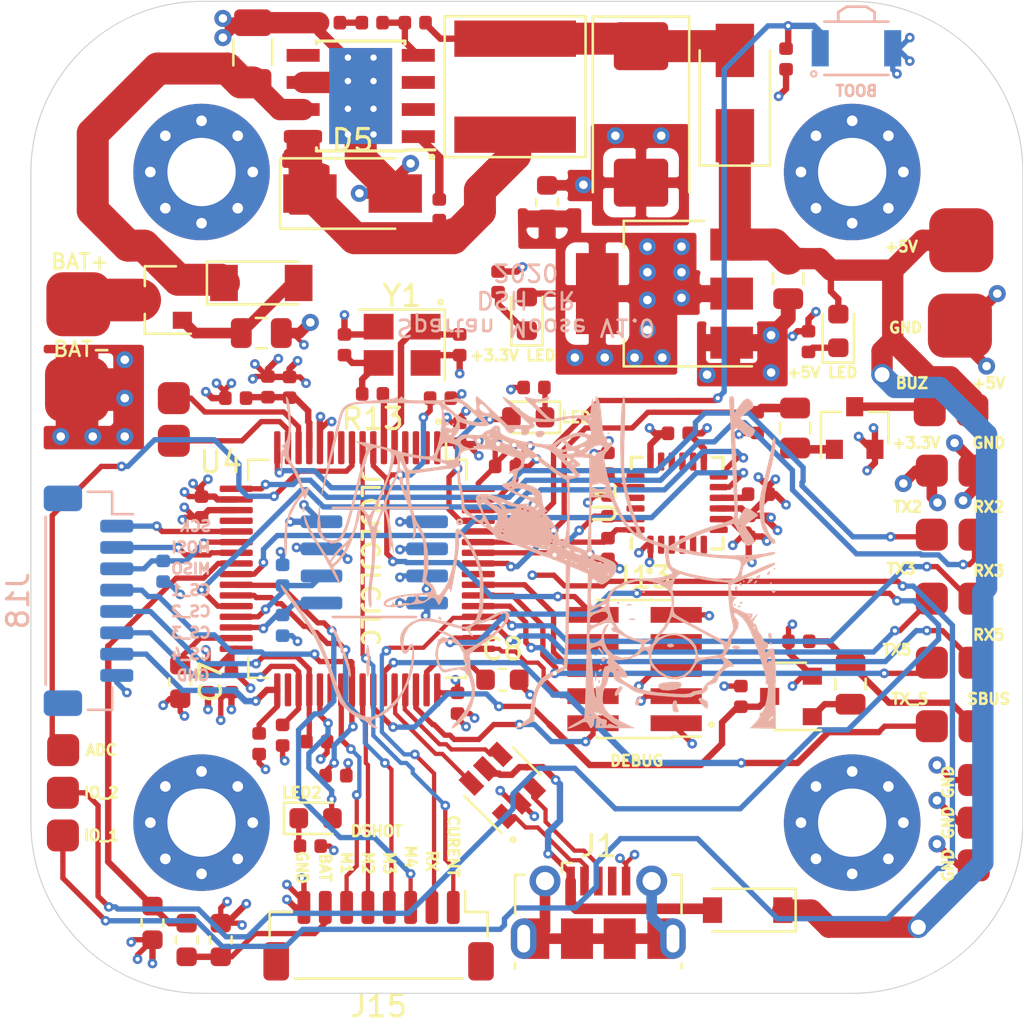
<source format=kicad_pcb>
(kicad_pcb (version 20171130) (host pcbnew "(5.1.6-0-10_14)")
  (layers (0 F.Cu signal) (1 In1.Cu power) (2 In2.Cu power) (31 B.Cu signal) (34 B.Paste user) (35 F.Paste user) (36 B.SilkS user) (37 F.SilkS user) (38 B.Mask user) (39 F.Mask user) (44 Edge.Cuts user))
  (net 0 "")
  (net 1 +3V3)
  (net 2 GND)
  (net 3 "Net-(C3-Pad2)")
  (net 4 "Net-(C4-Pad2)")
  (net 5 HSE_IN)
  (net 6 "Net-(C6-Pad1)")
  (net 7 "Net-(C7-Pad1)")
  (net 8 "Net-(C8-Pad1)")
  (net 9 +3.3VA)
  (net 10 /Power_Regulation/Vbat)
  (net 11 +5V)
  (net 12 "Net-(C20-Pad1)")
  (net 13 "Net-(C23-Pad2)")
  (net 14 "Net-(C23-Pad1)")
  (net 15 "Net-(C24-Pad1)")
  (net 16 "Net-(D1-Pad1)")
  (net 17 "Net-(D2-Pad1)")
  (net 18 /V_USB)
  (net 19 "Net-(D4-Pad2)")
  (net 20 "Net-(J1-Pad6)")
  (net 21 USB_CONN_D-)
  (net 22 "Net-(J1-Pad4)")
  (net 23 USB_CONN_D+)
  (net 24 /SBUS_TX)
  (net 25 /Inputs/SBUS)
  (net 26 /UART2_RX)
  (net 27 /UART2_TX)
  (net 28 /UART3_TX)
  (net 29 /UART3_RX)
  (net 30 /UART4_RX)
  (net 31 /UART4_TX)
  (net 32 /UART5_TX)
  (net 33 /UART5_RX)
  (net 34 /GPIO_1)
  (net 35 /GPIO_2)
  (net 36 /GEN_ADC)
  (net 37 "Net-(J12-Pad2)")
  (net 38 /SWDIO)
  (net 39 /SWCLK)
  (net 40 /SWO)
  (net 41 "Net-(J13-Pad7)")
  (net 42 "Net-(J13-Pad8)")
  (net 43 /NRST)
  (net 44 /ESC_DSHOT_1)
  (net 45 /ESC_DSHOT_2)
  (net 46 /ESC_DSHOT_3)
  (net 47 /ESC_DSHOT_4)
  (net 48 /SPI_ESC_SCK)
  (net 49 /SPI_ESC_MOSI)
  (net 50 /SPI_ESC_MISO)
  (net 51 /ESC_1_CS)
  (net 52 /ESC_2_CS)
  (net 53 /ESC_3_CS)
  (net 54 /ESC_4_CS)
  (net 55 "Net-(Q1-Pad1)")
  (net 56 "Net-(Q2-Pad1)")
  (net 57 /SBUS_RX)
  (net 58 /GYRO_SDA)
  (net 59 /GYRO_SCL)
  (net 60 /EEPROM_SDA)
  (net 61 /EEPROM_SCL)
  (net 62 /BUZZER)
  (net 63 BOOT0)
  (net 64 HSE_OUT)
  (net 65 /V_BAT_SENSE)
  (net 66 "Net-(R27-Pad2)")
  (net 67 "Net-(R28-Pad2)")
  (net 68 "Net-(U1-Pad6)")
  (net 69 "Net-(U1-Pad7)")
  (net 70 /GYRO_FSYNC)
  (net 71 /GYRO_INT)
  (net 72 /USB_D+)
  (net 73 /USB_D-)
  (net 74 "Net-(U4-Pad2)")
  (net 75 "Net-(U4-Pad3)")
  (net 76 "Net-(U4-Pad4)")
  (net 77 /CURR_SENSE)
  (net 78 "Net-(U4-Pad20)")
  (net 79 "Net-(U4-Pad38)")
  (net 80 "Net-(U6-Pad2)")
  (net 81 "Net-(U6-Pad3)")
  (net 82 "Net-(U6-Pad5)")
  (net 83 "Net-(U4-Pad56)")
  (net 84 "Net-(U4-Pad10)")
  (net 85 "Net-(U4-Pad11)")
  (net 86 "Net-(U4-Pad34)")
  (net 87 /ESC_BAT_SENSE)
  (net 88 "Net-(D7-Pad1)")
  (net 89 "/STM32 Controller/USER_LED_1")
  (net 90 "Net-(D8-Pad1)")
  (net 91 "/STM32 Controller/USER_LED_2")
  (module images:get_in (layer B.Cu) (at 75.3 78.3)
    (fp_text reference G*** hide)
    (fp_text value LOGO hide)
  )
  (module Connector_USB:USB_Micro-B_Molex-105017-0001 (layer F.Cu) (at 78.6 94.7)
    (fp_text reference J1 (at 0 -3.1125) (layer F.SilkS))
    (fp_text value USB_B_Micro)
    (pad 6 smd rect (at 1 1.2375) (size 1.5 1.9) (layers F.Cu F.Paste F.Mask) (net 20 "Net-(J1-Pad6)"))
    (pad 6 thru_hole circle (at -2.5 -1.4625) (size 1.45 1.45) (drill 0.85) (layers *.Cu *.Mask) (net 20 "Net-(J1-Pad6)"))
    (pad 2 smd rect (at -0.65 -1.4625) (size 0.4 1.35) (layers F.Cu F.Paste F.Mask) (net 21 USB_CONN_D-))
    (pad 1 smd rect (at -1.3 -1.4625) (size 0.4 1.35) (layers F.Cu F.Paste F.Mask) (net 18 /V_USB))
    (pad 5 smd rect (at 1.3 -1.4625) (size 0.4 1.35) (layers F.Cu F.Paste F.Mask) (net 2 GND))
    (pad 4 smd rect (at 0.65 -1.4625) (size 0.4 1.35) (layers F.Cu F.Paste F.Mask) (net 22 "Net-(J1-Pad4)"))
    (pad 3 smd rect (at 0 -1.4625) (size 0.4 1.35) (layers F.Cu F.Paste F.Mask) (net 23 USB_CONN_D+))
    (pad 6 thru_hole circle (at 2.5 -1.4625) (size 1.45 1.45) (drill 0.85) (layers *.Cu *.Mask) (net 20 "Net-(J1-Pad6)"))
    (pad 6 smd rect (at -1 1.2375) (size 1.5 1.9) (layers F.Cu F.Paste F.Mask) (net 20 "Net-(J1-Pad6)"))
    (pad 6 thru_hole oval (at -3.5 1.2375 180) (size 1.2 1.9) (drill oval 0.6 1.3) (layers *.Cu *.Mask) (net 20 "Net-(J1-Pad6)"))
    (pad 6 thru_hole oval (at 3.5 1.2375) (size 1.2 1.9) (drill oval 0.6 1.3) (layers *.Cu *.Mask) (net 20 "Net-(J1-Pad6)"))
    (pad 6 smd rect (at 2.9 1.2375) (size 1.2 1.9) (layers F.Cu F.Mask) (net 20 "Net-(J1-Pad6)"))
    (pad 6 smd rect (at -2.9 1.2375) (size 1.2 1.9) (layers F.Cu F.Mask) (net 20 "Net-(J1-Pad6)"))
  )
  (module Resistor_SMD:R_0402_1005Metric (layer B.Cu) (at 58.2 78.715 90)
    (fp_text reference R16)
    (fp_text value 10k)
    (pad 2 smd roundrect (at 0.485 0 90) (size 0.59 0.64) (layers B.Cu B.Paste B.Mask) (net 50 /SPI_ESC_MISO))
    (pad 1 smd roundrect (at -0.485 0 90) (size 0.59 0.64) (layers B.Cu B.Paste B.Mask) (net 2 GND))
  )
  (module Connector_JST:JST_SH_BM08B-SRSS-TB_1x08-1MP_P1.00mm_Vertical (layer F.Cu) (at 68.3 95.8 180)
    (fp_text reference J15 (at 0 -3.3) (layer F.SilkS))
    (fp_text value Conn_01x08_Female)
    (pad MP smd roundrect (at 4.8 -1.2 180) (size 1.2 1.8) (layers F.Cu F.Paste F.Mask) (roundrect_rratio 0.208333))
    (pad MP smd roundrect (at -4.8 -1.2 180) (size 1.2 1.8) (layers F.Cu F.Paste F.Mask) (roundrect_rratio 0.208333))
    (pad 8 smd roundrect (at 3.5 1.325 180) (size 0.6 1.55) (layers F.Cu F.Paste F.Mask) (net 2 GND))
    (pad 7 smd roundrect (at 2.5 1.325 180) (size 0.6 1.55) (layers F.Cu F.Paste F.Mask) (net 87 /ESC_BAT_SENSE))
    (pad 6 smd roundrect (at 1.5 1.325 180) (size 0.6 1.55) (layers F.Cu F.Paste F.Mask) (net 44 /ESC_DSHOT_1))
    (pad 5 smd roundrect (at 0.5 1.325 180) (size 0.6 1.55) (layers F.Cu F.Paste F.Mask) (net 45 /ESC_DSHOT_2))
    (pad 4 smd roundrect (at -0.5 1.325 180) (size 0.6 1.55) (layers F.Cu F.Paste F.Mask) (net 46 /ESC_DSHOT_3))
    (pad 3 smd roundrect (at -1.5 1.325 180) (size 0.6 1.55) (layers F.Cu F.Paste F.Mask) (net 47 /ESC_DSHOT_4))
    (pad 2 smd roundrect (at -2.5 1.325 180) (size 0.6 1.55) (layers F.Cu F.Paste F.Mask) (net 29 /UART3_RX))
    (pad 1 smd roundrect (at -3.5 1.325 180) (size 0.6 1.55) (layers F.Cu F.Paste F.Mask) (net 77 /CURR_SENSE))
  )
  (module Capacitor_SMD:C_0402_1005Metric (layer F.Cu) (at 64.126 70.093 90)
    (fp_text reference C11)
    (fp_text value 1u)
    (pad 1 smd roundrect (at -0.485 0 90) (size 0.59 0.64) (layers F.Cu F.Paste F.Mask) (net 9 +3.3VA))
    (pad 2 smd roundrect (at 0.485 0 90) (size 0.59 0.64) (layers F.Cu F.Paste F.Mask) (net 2 GND))
  )
  (module Connector_SMD:01x02_3mm (layer F.Cu) (at 95.5881 65.2)
    (fp_text reference J11)
    (fp_text value Conn_01x02_Female)
    (pad 1 smd roundrect (at 0.0254 -2) (size 3 3) (layers F.Cu F.Paste F.Mask) (net 11 +5V))
    (pad 2 smd roundrect (at -0.0381 2) (size 3 3) (layers F.Cu F.Paste F.Mask) (net 2 GND))
  )
  (module MountingHole:MountingHole_3.2mm_M3_Pad_Via (layer F.Cu) (at 90.5 60)
    (fp_text reference H3)
    (fp_text value MountingHole_Pad)
    (pad 1 thru_hole circle (at 0 0) (size 6.4 6.4) (drill 3.2) (layers *.Cu *.Mask) (net 2 GND))
    (pad 1 thru_hole circle (at 2.4 0) (size 0.8 0.8) (drill 0.5) (layers *.Cu *.Mask) (net 2 GND))
    (pad 1 thru_hole circle (at 1.697056 1.697056) (size 0.8 0.8) (drill 0.5) (layers *.Cu *.Mask) (net 2 GND))
    (pad 1 thru_hole circle (at 0 2.4) (size 0.8 0.8) (drill 0.5) (layers *.Cu *.Mask) (net 2 GND))
    (pad 1 thru_hole circle (at -1.697056 1.697056) (size 0.8 0.8) (drill 0.5) (layers *.Cu *.Mask) (net 2 GND))
    (pad 1 thru_hole circle (at -2.4 0) (size 0.8 0.8) (drill 0.5) (layers *.Cu *.Mask) (net 2 GND))
    (pad 1 thru_hole circle (at -1.697056 -1.697056) (size 0.8 0.8) (drill 0.5) (layers *.Cu *.Mask) (net 2 GND))
    (pad 1 thru_hole circle (at 0 -2.4) (size 0.8 0.8) (drill 0.5) (layers *.Cu *.Mask) (net 2 GND))
    (pad 1 thru_hole circle (at 1.697056 -1.697056) (size 0.8 0.8) (drill 0.5) (layers *.Cu *.Mask) (net 2 GND))
  )
  (module Connector_PinHeader_1.27mm:PinHeader_2x05_P1.27mm_Vertical_SMD (layer F.Cu) (at 80.3 83.3 180)
    (fp_text reference J13 (at -0.4 4.3) (layer F.SilkS))
    (fp_text value Conn_02x05_Odd_Even)
    (pad 10 smd rect (at 1.95 2.54 180) (size 2.4 0.74) (layers F.Cu F.Paste F.Mask) (net 43 /NRST))
    (pad 9 smd rect (at -1.95 2.54 180) (size 2.4 0.74) (layers F.Cu F.Paste F.Mask) (net 2 GND))
    (pad 8 smd rect (at 1.95 1.27 180) (size 2.4 0.74) (layers F.Cu F.Paste F.Mask) (net 42 "Net-(J13-Pad8)"))
    (pad 7 smd rect (at -1.95 1.27 180) (size 2.4 0.74) (layers F.Cu F.Paste F.Mask) (net 41 "Net-(J13-Pad7)"))
    (pad 6 smd rect (at 1.95 0 180) (size 2.4 0.74) (layers F.Cu F.Paste F.Mask) (net 40 /SWO))
    (pad 5 smd rect (at -1.95 0 180) (size 2.4 0.74) (layers F.Cu F.Paste F.Mask) (net 2 GND))
    (pad 4 smd rect (at 1.95 -1.27 180) (size 2.4 0.74) (layers F.Cu F.Paste F.Mask) (net 39 /SWCLK))
    (pad 3 smd rect (at -1.95 -1.27 180) (size 2.4 0.74) (layers F.Cu F.Paste F.Mask) (net 2 GND))
    (pad 2 smd rect (at 1.95 -2.54 180) (size 2.4 0.74) (layers F.Cu F.Paste F.Mask) (net 38 /SWDIO))
    (pad 1 smd rect (at -1.95 -2.54 180) (size 2.4 0.74) (layers F.Cu F.Paste F.Mask) (net 1 +3V3))
  )
  (module Capacitor_Tantalum_SMD:CP_EIA-7343-43_Kemet-X_Pad2.25x2.55mm_HandSolder (layer F.Cu) (at 80.6 57.3 270)
    (fp_text reference C24)
    (fp_text value 180u)
    (pad 2 smd roundrect (at 3.2 0 270) (size 2.25 2.55) (layers F.Cu F.Paste F.Mask) (roundrect_rratio 0.111111) (net 2 GND))
    (pad 1 smd roundrect (at -3.2 0 270) (size 2.25 2.55) (layers F.Cu F.Paste F.Mask) (roundrect_rratio 0.111111) (net 15 "Net-(C24-Pad1)"))
  )
  (module Diode_SMD:D_SOD-123 (layer F.Cu) (at 85.6 94.6 180)
    (fp_text reference D3)
    (fp_text value _)
    (pad 2 smd rect (at 1.65 0 180) (size 0.9 1.2) (layers F.Cu F.Paste F.Mask) (net 18 /V_USB))
    (pad 1 smd rect (at -1.65 0 180) (size 0.9 1.2) (layers F.Cu F.Paste F.Mask) (net 11 +5V))
  )
  (module Capacitor_SMD:C_0402_1005Metric (layer F.Cu) (at 85.65 76.6 270)
    (fp_text reference C1)
    (fp_text value 10nF)
    (pad 2 smd roundrect (at 0.485 0 270) (size 0.59 0.64) (layers F.Cu F.Paste F.Mask) (net 1 +3V3))
    (pad 1 smd roundrect (at -0.485 0 270) (size 0.59 0.64) (layers F.Cu F.Paste F.Mask) (net 2 GND))
  )
  (module Capacitor_SMD:C_0402_1005Metric (layer F.Cu) (at 82.35 72.25 180)
    (fp_text reference C2)
    (fp_text value 0.1uF)
    (pad 1 smd roundrect (at -0.485 0 180) (size 0.59 0.64) (layers F.Cu F.Paste F.Mask) (net 1 +3V3))
    (pad 2 smd roundrect (at 0.485 0 180) (size 0.59 0.64) (layers F.Cu F.Paste F.Mask) (net 2 GND))
  )
  (module Capacitor_SMD:C_0402_1005Metric (layer F.Cu) (at 86.104 75.1 180)
    (fp_text reference C3)
    (fp_text value 0.1uF)
    (pad 1 smd roundrect (at -0.485 0 180) (size 0.59 0.64) (layers F.Cu F.Paste F.Mask) (net 2 GND))
    (pad 2 smd roundrect (at 0.485 0 180) (size 0.59 0.64) (layers F.Cu F.Paste F.Mask) (net 3 "Net-(C3-Pad2)"))
  )
  (module Capacitor_SMD:C_0402_1005Metric (layer F.Cu) (at 79.05 73.65 270)
    (fp_text reference C4)
    (fp_text value 2.2nF)
    (pad 2 smd roundrect (at 0.485 0 270) (size 0.59 0.64) (layers F.Cu F.Paste F.Mask) (net 4 "Net-(C4-Pad2)"))
    (pad 1 smd roundrect (at -0.485 0 270) (size 0.59 0.64) (layers F.Cu F.Paste F.Mask) (net 2 GND))
  )
  (module Capacitor_SMD:C_0402_1005Metric (layer F.Cu) (at 72.1 68.1 270)
    (fp_text reference C5)
    (fp_text value 12p)
    (pad 2 smd roundrect (at 0.485 0 270) (size 0.59 0.64) (layers F.Cu F.Paste F.Mask) (net 2 GND))
    (pad 1 smd roundrect (at -0.485 0 270) (size 0.59 0.64) (layers F.Cu F.Paste F.Mask) (net 5 HSE_IN))
  )
  (module Capacitor_SMD:C_0402_1005Metric (layer F.Cu) (at 66.7 68.1 90)
    (fp_text reference C6)
    (fp_text value 12p)
    (pad 1 smd roundrect (at -0.485 0 90) (size 0.59 0.64) (layers F.Cu F.Paste F.Mask) (net 6 "Net-(C6-Pad1)"))
    (pad 2 smd roundrect (at 0.485 0 90) (size 0.59 0.64) (layers F.Cu F.Paste F.Mask) (net 2 GND))
  )
  (module Capacitor_SMD:C_0402_1005Metric (layer F.Cu) (at 60.3 83.9 270)
    (fp_text reference C9 hide)
    (fp_text value 4.7u hide)
    (pad 1 smd roundrect (at -0.485 0 270) (size 0.59 0.64) (layers F.Cu F.Paste F.Mask) (net 1 +3V3))
    (pad 2 smd roundrect (at 0.485 0 270) (size 0.59 0.64) (layers F.Cu F.Paste F.Mask) (net 2 GND))
  )
  (module Capacitor_SMD:C_0402_1005Metric (layer F.Cu) (at 61.4 83.9 270)
    (fp_text reference C10 hide)
    (fp_text value 100n hide)
    (pad 2 smd roundrect (at 0.485 0 270) (size 0.59 0.64) (layers F.Cu F.Paste F.Mask) (net 2 GND))
    (pad 1 smd roundrect (at -0.485 0 270) (size 0.59 0.64) (layers F.Cu F.Paste F.Mask) (net 1 +3V3))
  )
  (module Capacitor_SMD:C_0402_1005Metric (layer F.Cu) (at 72.107053 72.242947 90)
    (fp_text reference C12)
    (fp_text value 100n)
    (pad 1 smd roundrect (at -0.485 0 90) (size 0.59 0.64) (layers F.Cu F.Paste F.Mask) (net 1 +3V3))
    (pad 2 smd roundrect (at 0.485 0 90) (size 0.59 0.64) (layers F.Cu F.Paste F.Mask) (net 2 GND))
  )
  (module Capacitor_SMD:C_0402_1005Metric (layer F.Cu) (at 63.11 70.07 90)
    (fp_text reference C13)
    (fp_text value 10n)
    (pad 1 smd roundrect (at -0.485 0 90) (size 0.59 0.64) (layers F.Cu F.Paste F.Mask) (net 9 +3.3VA))
    (pad 2 smd roundrect (at 0.485 0 90) (size 0.59 0.64) (layers F.Cu F.Paste F.Mask) (net 2 GND))
  )
  (module Capacitor_SMD:C_0402_1005Metric (layer F.Cu) (at 72 84.9 270)
    (fp_text reference C14 hide)
    (fp_text value 100n hide)
    (pad 2 smd roundrect (at 0.485 0 270) (size 0.59 0.64) (layers F.Cu F.Paste F.Mask) (net 2 GND))
    (pad 1 smd roundrect (at -0.485 0 270) (size 0.59 0.64) (layers F.Cu F.Paste F.Mask) (net 1 +3V3))
  )
  (module Capacitor_SMD:C_0402_1005Metric (layer F.Cu) (at 60 75.7 90)
    (fp_text reference C15)
    (fp_text value 100n)
    (pad 1 smd roundrect (at -0.485 0 90) (size 0.59 0.64) (layers F.Cu F.Paste F.Mask) (net 1 +3V3))
    (pad 2 smd roundrect (at 0.485 0 90) (size 0.59 0.64) (layers F.Cu F.Paste F.Mask) (net 2 GND))
  )
  (module Capacitor_SMD:C_0402_1005Metric (layer F.Cu) (at 74.25 73.8)
    (fp_text reference C16)
    (fp_text value 100n)
    (pad 2 smd roundrect (at 0.485 0) (size 0.59 0.64) (layers F.Cu F.Paste F.Mask) (net 2 GND))
    (pad 1 smd roundrect (at -0.485 0) (size 0.59 0.64) (layers F.Cu F.Paste F.Mask) (net 1 +3V3))
  )
  (module Capacitor_SMD:C_0603_1608Metric (layer F.Cu) (at 60.9 96 90)
    (fp_text reference C18)
    (fp_text value 10n)
    (pad 2 smd roundrect (at 0.7875 0 90) (size 0.875 0.95) (layers F.Cu F.Paste F.Mask) (net 2 GND))
    (pad 1 smd roundrect (at -0.7875 0 90) (size 0.875 0.95) (layers F.Cu F.Paste F.Mask) (net 87 /ESC_BAT_SENSE))
  )
  (module Capacitor_SMD:C_0805_2012Metric (layer F.Cu) (at 87.5 65 270)
    (fp_text reference C19)
    (fp_text value 10uf)
    (pad 2 smd roundrect (at 0.9375 0 270) (size 0.975 1.4) (layers F.Cu F.Paste F.Mask) (net 2 GND))
    (pad 1 smd roundrect (at -0.9375 0 270) (size 0.975 1.4) (layers F.Cu F.Paste F.Mask) (net 11 +5V))
  )
  (module Capacitor_SMD:C_1206_3216Metric (layer F.Cu) (at 62.4 54.4 90)
    (fp_text reference C20)
    (fp_text value 10uf)
    (pad 1 smd roundrect (at -1.4 0 90) (size 1.25 1.75) (layers F.Cu F.Paste F.Mask) (roundrect_rratio 0.2) (net 12 "Net-(C20-Pad1)"))
    (pad 2 smd roundrect (at 1.4 0 90) (size 1.25 1.75) (layers F.Cu F.Paste F.Mask) (roundrect_rratio 0.2) (net 2 GND))
  )
  (module Capacitor_SMD:C_0603_1608Metric (layer F.Cu) (at 76.2 61.4125 90)
    (fp_text reference C22)
    (fp_text value 10uf)
    (pad 1 smd roundrect (at -0.7875 0 90) (size 0.875 0.95) (layers F.Cu F.Paste F.Mask) (net 1 +3V3))
    (pad 2 smd roundrect (at 0.7875 0 90) (size 0.875 0.95) (layers F.Cu F.Paste F.Mask) (net 2 GND))
  )
  (module Capacitor_SMD:C_0402_1005Metric (layer F.Cu) (at 71.144 61.77 270)
    (fp_text reference C23)
    (fp_text value .01uf)
    (pad 2 smd roundrect (at 0.485 0 270) (size 0.59 0.64) (layers F.Cu F.Paste F.Mask) (net 13 "Net-(C23-Pad2)"))
    (pad 1 smd roundrect (at -0.485 0 270) (size 0.59 0.64) (layers F.Cu F.Paste F.Mask) (net 14 "Net-(C23-Pad1)"))
  )
  (module LED_SMD:LED_0603_1608Metric (layer F.Cu) (at 89.85 67.45 90)
    (fp_text reference D1)
    (fp_text value LED_Small)
    (pad 1 smd roundrect (at -0.7875 0 90) (size 0.875 0.95) (layers F.Cu F.Paste F.Mask) (net 16 "Net-(D1-Pad1)"))
    (pad 2 smd roundrect (at 0.7875 0 90) (size 0.875 0.95) (layers F.Cu F.Paste F.Mask) (net 11 +5V))
  )
  (module LED_SMD:LED_0603_1608Metric (layer F.Cu) (at 75.25 66.65 90)
    (fp_text reference D2)
    (fp_text value LED_Small)
    (pad 2 smd roundrect (at 0.7875 0 90) (size 0.875 0.95) (layers F.Cu F.Paste F.Mask) (net 1 +3V3))
    (pad 1 smd roundrect (at -0.7875 0 90) (size 0.875 0.95) (layers F.Cu F.Paste F.Mask) (net 17 "Net-(D2-Pad1)"))
  )
  (module Diode_SMD:D_MiniMELF (layer F.Cu) (at 62.8 65.2)
    (fp_text reference D4)
    (fp_text value 5.6V)
    (pad 1 smd rect (at -1.75 0) (size 1.3 1.7) (layers F.Cu F.Paste F.Mask) (net 12 "Net-(C20-Pad1)"))
    (pad 2 smd rect (at 1.75 0) (size 1.3 1.7) (layers F.Cu F.Paste F.Mask) (net 19 "Net-(D4-Pad2)"))
  )
  (module Diode_SMD:D_SMA (layer F.Cu) (at 67.08 61.008)
    (fp_text reference D5 (at 0 -2.5) (layer F.SilkS))
    (fp_text value _)
    (pad 1 smd rect (at -2 0) (size 2.5 1.8) (layers F.Cu F.Paste F.Mask) (net 13 "Net-(C23-Pad2)"))
    (pad 2 smd rect (at 2 0) (size 2.5 1.8) (layers F.Cu F.Paste F.Mask) (net 2 GND))
  )
  (module Diode_SMD:D_SMA (layer F.Cu) (at 85 56.3 90)
    (fp_text reference D6)
    (fp_text value _)
    (pad 1 smd rect (at -2 0 90) (size 2.5 1.8) (layers F.Cu F.Paste F.Mask) (net 11 +5V))
    (pad 2 smd rect (at 2 0 90) (size 2.5 1.8) (layers F.Cu F.Paste F.Mask) (net 15 "Net-(C24-Pad1)"))
  )
  (module MountingHole:MountingHole_3.2mm_M3_Pad_Via (layer F.Cu) (at 90.5 90.5)
    (fp_text reference H1)
    (fp_text value MountingHole_Pad)
    (pad 1 thru_hole circle (at 0 0) (size 6.4 6.4) (drill 3.2) (layers *.Cu *.Mask) (net 2 GND))
    (pad 1 thru_hole circle (at 2.4 0) (size 0.8 0.8) (drill 0.5) (layers *.Cu *.Mask) (net 2 GND))
    (pad 1 thru_hole circle (at 1.697056 1.697056) (size 0.8 0.8) (drill 0.5) (layers *.Cu *.Mask) (net 2 GND))
    (pad 1 thru_hole circle (at 0 2.4) (size 0.8 0.8) (drill 0.5) (layers *.Cu *.Mask) (net 2 GND))
    (pad 1 thru_hole circle (at -1.697056 1.697056) (size 0.8 0.8) (drill 0.5) (layers *.Cu *.Mask) (net 2 GND))
    (pad 1 thru_hole circle (at -2.4 0) (size 0.8 0.8) (drill 0.5) (layers *.Cu *.Mask) (net 2 GND))
    (pad 1 thru_hole circle (at -1.697056 -1.697056) (size 0.8 0.8) (drill 0.5) (layers *.Cu *.Mask) (net 2 GND))
    (pad 1 thru_hole circle (at 0 -2.4) (size 0.8 0.8) (drill 0.5) (layers *.Cu *.Mask) (net 2 GND))
    (pad 1 thru_hole circle (at 1.697056 -1.697056) (size 0.8 0.8) (drill 0.5) (layers *.Cu *.Mask) (net 2 GND))
  )
  (module MountingHole:MountingHole_3.2mm_M3_Pad_Via (layer F.Cu) (at 60 90.5)
    (fp_text reference H2)
    (fp_text value MountingHole_Pad)
    (pad 1 thru_hole circle (at 1.697056 -1.697056) (size 0.8 0.8) (drill 0.5) (layers *.Cu *.Mask) (net 2 GND))
    (pad 1 thru_hole circle (at 0 -2.4) (size 0.8 0.8) (drill 0.5) (layers *.Cu *.Mask) (net 2 GND))
    (pad 1 thru_hole circle (at -1.697056 -1.697056) (size 0.8 0.8) (drill 0.5) (layers *.Cu *.Mask) (net 2 GND))
    (pad 1 thru_hole circle (at -2.4 0) (size 0.8 0.8) (drill 0.5) (layers *.Cu *.Mask) (net 2 GND))
    (pad 1 thru_hole circle (at -1.697056 1.697056) (size 0.8 0.8) (drill 0.5) (layers *.Cu *.Mask) (net 2 GND))
    (pad 1 thru_hole circle (at 0 2.4) (size 0.8 0.8) (drill 0.5) (layers *.Cu *.Mask) (net 2 GND))
    (pad 1 thru_hole circle (at 1.697056 1.697056) (size 0.8 0.8) (drill 0.5) (layers *.Cu *.Mask) (net 2 GND))
    (pad 1 thru_hole circle (at 2.4 0) (size 0.8 0.8) (drill 0.5) (layers *.Cu *.Mask) (net 2 GND))
    (pad 1 thru_hole circle (at 0 0) (size 6.4 6.4) (drill 3.2) (layers *.Cu *.Mask) (net 2 GND))
  )
  (module MountingHole:MountingHole_3.2mm_M3_Pad_Via (layer F.Cu) (at 60 60)
    (fp_text reference H4)
    (fp_text value MountingHole_Pad)
    (pad 1 thru_hole circle (at 1.697056 -1.697056) (size 0.8 0.8) (drill 0.5) (layers *.Cu *.Mask) (net 2 GND))
    (pad 1 thru_hole circle (at 0 -2.4) (size 0.8 0.8) (drill 0.5) (layers *.Cu *.Mask) (net 2 GND))
    (pad 1 thru_hole circle (at -1.697056 -1.697056) (size 0.8 0.8) (drill 0.5) (layers *.Cu *.Mask) (net 2 GND))
    (pad 1 thru_hole circle (at -2.4 0) (size 0.8 0.8) (drill 0.5) (layers *.Cu *.Mask) (net 2 GND))
    (pad 1 thru_hole circle (at -1.697056 1.697056) (size 0.8 0.8) (drill 0.5) (layers *.Cu *.Mask) (net 2 GND))
    (pad 1 thru_hole circle (at 0 2.4) (size 0.8 0.8) (drill 0.5) (layers *.Cu *.Mask) (net 2 GND))
    (pad 1 thru_hole circle (at 1.697056 1.697056) (size 0.8 0.8) (drill 0.5) (layers *.Cu *.Mask) (net 2 GND))
    (pad 1 thru_hole circle (at 2.4 0) (size 0.8 0.8) (drill 0.5) (layers *.Cu *.Mask) (net 2 GND))
    (pad 1 thru_hole circle (at 0 0) (size 6.4 6.4) (drill 3.2) (layers *.Cu *.Mask) (net 2 GND))
  )
  (module Connector_JST:JST_SH_BM08B-SRSS-TB_1x08-1MP_P1.00mm_Vertical (layer B.Cu) (at 54.7 80.1 270)
    (fp_text reference J18 (at 0 3.3 90) (layer B.SilkS) (effects (justify mirror)))
    (fp_text value Conn_01x08_Female)
    (pad 1 smd roundrect (at -3.5 -1.325 270) (size 0.6 1.55) (layers B.Cu B.Paste B.Mask) (net 48 /SPI_ESC_SCK))
    (pad 2 smd roundrect (at -2.5 -1.325 270) (size 0.6 1.55) (layers B.Cu B.Paste B.Mask) (net 49 /SPI_ESC_MOSI))
    (pad 3 smd roundrect (at -1.5 -1.325 270) (size 0.6 1.55) (layers B.Cu B.Paste B.Mask) (net 50 /SPI_ESC_MISO))
    (pad 4 smd roundrect (at -0.5 -1.325 270) (size 0.6 1.55) (layers B.Cu B.Paste B.Mask) (net 51 /ESC_1_CS))
    (pad 5 smd roundrect (at 0.5 -1.325 270) (size 0.6 1.55) (layers B.Cu B.Paste B.Mask) (net 52 /ESC_2_CS))
    (pad 6 smd roundrect (at 1.5 -1.325 270) (size 0.6 1.55) (layers B.Cu B.Paste B.Mask) (net 53 /ESC_3_CS))
    (pad 7 smd roundrect (at 2.5 -1.325 270) (size 0.6 1.55) (layers B.Cu B.Paste B.Mask) (net 54 /ESC_4_CS))
    (pad 8 smd roundrect (at 3.5 -1.325 270) (size 0.6 1.55) (layers B.Cu B.Paste B.Mask) (net 2 GND))
    (pad MP smd roundrect (at -4.8 1.2 270) (size 1.2 1.8) (layers B.Cu B.Paste B.Mask) (roundrect_rratio 0.208333))
    (pad MP smd roundrect (at 4.8 1.2 270) (size 1.2 1.8) (layers B.Cu B.Paste B.Mask) (roundrect_rratio 0.208333))
  )
  (module Inductor_SMD:L_0402_1005Metric (layer F.Cu) (at 61.6 70.6)
    (fp_text reference L1)
    (fp_text value 39n)
    (pad 1 smd roundrect (at -0.485 0) (size 0.59 0.64) (layers F.Cu F.Paste F.Mask) (net 1 +3V3))
    (pad 2 smd roundrect (at 0.485 0) (size 0.59 0.64) (layers F.Cu F.Paste F.Mask) (net 9 +3.3VA))
  )
  (module Inductor_SMD:SLW6045_6mmX6mm (layer F.Cu) (at 74.7 56)
    (fp_text reference L2)
    (fp_text value 22uh)
    (pad 2 smd rect (at 0 -2.25) (size 5.7 1.7) (layers F.Cu F.Paste F.Mask) (net 15 "Net-(C24-Pad1)"))
    (pad 1 smd rect (at 0 2.25) (size 5.7 1.7) (layers F.Cu F.Paste F.Mask) (net 13 "Net-(C23-Pad2)"))
  )
  (module Package_TO_SOT_SMD:SOT-23 (layer F.Cu) (at 90.617 72.0005 90)
    (fp_text reference Q1)
    (fp_text value 2N7002)
    (pad 1 smd rect (at -1 -0.95 90) (size 0.9 0.8) (layers F.Cu F.Paste F.Mask) (net 55 "Net-(Q1-Pad1)"))
    (pad 2 smd rect (at -1 0.95 90) (size 0.9 0.8) (layers F.Cu F.Paste F.Mask) (net 2 GND))
    (pad 3 smd rect (at 1 0 90) (size 0.9 0.8) (layers F.Cu F.Paste F.Mask) (net 37 "Net-(J12-Pad2)"))
  )
  (module Package_TO_SOT_SMD:SOT-23 (layer F.Cu) (at 87.63 84.582 180)
    (fp_text reference Q2)
    (fp_text value 2N7002)
    (pad 1 smd rect (at -1 -0.95 180) (size 0.9 0.8) (layers F.Cu F.Paste F.Mask) (net 56 "Net-(Q2-Pad1)"))
    (pad 2 smd rect (at -1 0.95 180) (size 0.9 0.8) (layers F.Cu F.Paste F.Mask) (net 2 GND))
    (pad 3 smd rect (at 1 0 180) (size 0.9 0.8) (layers F.Cu F.Paste F.Mask) (net 57 /SBUS_RX))
  )
  (module Package_TO_SOT_SMD:SOT-23 (layer F.Cu) (at 58.1 66 180)
    (fp_text reference Q3)
    (fp_text value AO3401A)
    (pad 3 smd rect (at 1 0 180) (size 0.9 0.8) (layers F.Cu F.Paste F.Mask) (net 10 /Power_Regulation/Vbat))
    (pad 2 smd rect (at -1 0.95 180) (size 0.9 0.8) (layers F.Cu F.Paste F.Mask) (net 12 "Net-(C20-Pad1)"))
    (pad 1 smd rect (at -1 -0.95 180) (size 0.9 0.8) (layers F.Cu F.Paste F.Mask) (net 19 "Net-(D4-Pad2)"))
  )
  (module Resistor_SMD:R_0402_1005Metric (layer F.Cu) (at 79.05 77.65 270)
    (fp_text reference R1)
    (fp_text value 4k7)
    (pad 2 smd roundrect (at 0.485 0 270) (size 0.59 0.64) (layers F.Cu F.Paste F.Mask) (net 1 +3V3))
    (pad 1 smd roundrect (at -0.485 0 270) (size 0.59 0.64) (layers F.Cu F.Paste F.Mask) (net 58 /GYRO_SDA))
  )
  (module Resistor_SMD:R_0402_1005Metric (layer F.Cu) (at 79.05 75.65 90)
    (fp_text reference R2)
    (fp_text value 4k7)
    (pad 2 smd roundrect (at 0.485 0 90) (size 0.59 0.64) (layers F.Cu F.Paste F.Mask) (net 1 +3V3))
    (pad 1 smd roundrect (at -0.485 0 90) (size 0.59 0.64) (layers F.Cu F.Paste F.Mask) (net 59 /GYRO_SCL))
  )
  (module Resistor_SMD:R_0402_1005Metric (layer B.Cu) (at 63.8 81.25 270)
    (fp_text reference R3)
    (fp_text value 4k7)
    (pad 2 smd roundrect (at 0.485 0 270) (size 0.59 0.64) (layers B.Cu B.Paste B.Mask) (net 1 +3V3))
    (pad 1 smd roundrect (at -0.485 0 270) (size 0.59 0.64) (layers B.Cu B.Paste B.Mask) (net 60 /EEPROM_SDA))
  )
  (module Resistor_SMD:R_0402_1005Metric (layer B.Cu) (at 63.8 78.9 90)
    (fp_text reference R4)
    (fp_text value 4k7)
    (pad 1 smd roundrect (at -0.485 0 90) (size 0.59 0.64) (layers B.Cu B.Paste B.Mask) (net 61 /EEPROM_SCL))
    (pad 2 smd roundrect (at 0.485 0 90) (size 0.59 0.64) (layers B.Cu B.Paste B.Mask) (net 1 +3V3))
  )
  (module Resistor_SMD:R_0402_1005Metric (layer F.Cu) (at 86.045 71.7465 270)
    (fp_text reference R5)
    (fp_text value 1M)
    (pad 1 smd roundrect (at -0.485 0 270) (size 0.59 0.64) (layers F.Cu F.Paste F.Mask) (net 62 /BUZZER))
    (pad 2 smd roundrect (at 0.485 0 270) (size 0.59 0.64) (layers F.Cu F.Paste F.Mask) (net 2 GND))
  )
  (module Resistor_SMD:R_0805_2012Metric (layer F.Cu) (at 87.823 72.0005 90)
    (fp_text reference R6)
    (fp_text value 100R)
    (pad 1 smd roundrect (at -0.9375 0 90) (size 0.975 1.4) (layers F.Cu F.Paste F.Mask) (net 55 "Net-(Q1-Pad1)"))
    (pad 2 smd roundrect (at 0.9375 0 90) (size 0.975 1.4) (layers F.Cu F.Paste F.Mask) (net 62 /BUZZER))
  )
  (module Resistor_SMD:R_0402_1005Metric (layer F.Cu) (at 88 82 180)
    (fp_text reference R9)
    (fp_text value 1M)
    (pad 2 smd roundrect (at 0.485 0 180) (size 0.59 0.64) (layers F.Cu F.Paste F.Mask) (net 2 GND))
    (pad 1 smd roundrect (at -0.485 0 180) (size 0.59 0.64) (layers F.Cu F.Paste F.Mask) (net 25 /Inputs/SBUS))
  )
  (module Resistor_SMD:R_0805_2012Metric (layer F.Cu) (at 90.424 84.0105 90)
    (fp_text reference R10)
    (fp_text value 100R)
    (pad 2 smd roundrect (at 0.9375 0 90) (size 0.975 1.4) (layers F.Cu F.Paste F.Mask) (net 25 /Inputs/SBUS))
    (pad 1 smd roundrect (at -0.9375 0 90) (size 0.975 1.4) (layers F.Cu F.Paste F.Mask) (net 56 "Net-(Q2-Pad1)"))
  )
  (module Resistor_SMD:R_0402_1005Metric (layer F.Cu) (at 85.2805 84.582 270)
    (fp_text reference R11)
    (fp_text value 10k)
    (pad 1 smd roundrect (at -0.485 0 270) (size 0.59 0.64) (layers F.Cu F.Paste F.Mask) (net 1 +3V3))
    (pad 2 smd roundrect (at 0.485 0 270) (size 0.59 0.64) (layers F.Cu F.Paste F.Mask) (net 57 /SBUS_RX))
  )
  (module Resistor_SMD:R_0402_1005Metric (layer F.Cu) (at 87.4 54.7 90)
    (fp_text reference R12)
    (fp_text value 10k)
    (pad 2 smd roundrect (at 0.485 0 90) (size 0.59 0.64) (layers F.Cu F.Paste F.Mask) (net 63 BOOT0))
    (pad 1 smd roundrect (at -0.485 0 90) (size 0.59 0.64) (layers F.Cu F.Paste F.Mask) (net 1 +3V3))
  )
  (module Resistor_SMD:R_0402_1005Metric (layer F.Cu) (at 66.3 88.3)
    (fp_text reference R14)
    (fp_text value 10k)
    (pad 1 smd roundrect (at -0.485 0) (size 0.59 0.64) (layers F.Cu F.Paste F.Mask) (net 51 /ESC_1_CS))
    (pad 2 smd roundrect (at 0.485 0) (size 0.59 0.64) (layers F.Cu F.Paste F.Mask) (net 1 +3V3))
  )
  (module Resistor_SMD:R_0402_1005Metric (layer F.Cu) (at 62.7 86.8 270)
    (fp_text reference R18)
    (fp_text value 10k)
    (pad 2 smd roundrect (at 0.485 0 270) (size 0.59 0.64) (layers F.Cu F.Paste F.Mask) (net 1 +3V3))
    (pad 1 smd roundrect (at -0.485 0 270) (size 0.59 0.64) (layers F.Cu F.Paste F.Mask) (net 54 /ESC_4_CS))
  )
  (module Resistor_SMD:R_0402_1005Metric (layer F.Cu) (at 63.8 86.4 270)
    (fp_text reference R20)
    (fp_text value 10k)
    (pad 1 smd roundrect (at -0.485 0 270) (size 0.59 0.64) (layers F.Cu F.Paste F.Mask) (net 53 /ESC_3_CS))
    (pad 2 smd roundrect (at 0.485 0 270) (size 0.59 0.64) (layers F.Cu F.Paste F.Mask) (net 1 +3V3))
  )
  (module Resistor_SMD:R_0402_1005Metric (layer F.Cu) (at 65.4 86.7)
    (fp_text reference R21)
    (fp_text value 10k)
    (pad 2 smd roundrect (at 0.485 0) (size 0.59 0.64) (layers F.Cu F.Paste F.Mask) (net 1 +3V3))
    (pad 1 smd roundrect (at -0.485 0) (size 0.59 0.64) (layers F.Cu F.Paste F.Mask) (net 52 /ESC_2_CS))
  )
  (module Resistor_SMD:R_0603_1608Metric (layer F.Cu) (at 59.3 96 270)
    (fp_text reference R22)
    (fp_text value 300k)
    (pad 1 smd roundrect (at -0.7875 0 270) (size 0.875 0.95) (layers F.Cu F.Paste F.Mask) (net 65 /V_BAT_SENSE))
    (pad 2 smd roundrect (at 0.7875 0 270) (size 0.875 0.95) (layers F.Cu F.Paste F.Mask) (net 87 /ESC_BAT_SENSE))
  )
  (module Resistor_SMD:R_0603_1608Metric (layer F.Cu) (at 57.7 95.2 90)
    (fp_text reference R23)
    (fp_text value 43k)
    (pad 2 smd roundrect (at 0.7875 0 90) (size 0.875 0.95) (layers F.Cu F.Paste F.Mask) (net 65 /V_BAT_SENSE))
    (pad 1 smd roundrect (at -0.7875 0 90) (size 0.875 0.95) (layers F.Cu F.Paste F.Mask) (net 2 GND))
  )
  (module Resistor_SMD:R_0402_1005Metric (layer F.Cu) (at 88.45 67.95 90)
    (fp_text reference R24)
    (fp_text value 4.7k)
    (pad 2 smd roundrect (at 0.485 0 90) (size 0.59 0.64) (layers F.Cu F.Paste F.Mask) (net 2 GND))
    (pad 1 smd roundrect (at -0.485 0 90) (size 0.59 0.64) (layers F.Cu F.Paste F.Mask) (net 16 "Net-(D1-Pad1)"))
  )
  (module Resistor_SMD:R_0402_1005Metric (layer F.Cu) (at 73.9 65.15 90)
    (fp_text reference R25)
    (fp_text value 4.7k)
    (pad 1 smd roundrect (at -0.485 0 90) (size 0.59 0.64) (layers F.Cu F.Paste F.Mask) (net 17 "Net-(D2-Pad1)"))
    (pad 2 smd roundrect (at 0.485 0 90) (size 0.59 0.64) (layers F.Cu F.Paste F.Mask) (net 2 GND))
  )
  (module Resistor_SMD:R_0805_2012Metric (layer F.Cu) (at 62.8 67.55)
    (fp_text reference R26)
    (fp_text value 100k)
    (pad 1 smd roundrect (at -0.9375 0) (size 0.975 1.4) (layers F.Cu F.Paste F.Mask) (net 19 "Net-(D4-Pad2)"))
    (pad 2 smd roundrect (at 0.9375 0) (size 0.975 1.4) (layers F.Cu F.Paste F.Mask) (net 2 GND))
  )
  (module Resistor_SMD:R_0402_1005Metric (layer F.Cu) (at 70.015 53 180)
    (fp_text reference R27)
    (fp_text value 10k)
    (pad 1 smd roundrect (at -0.485 0 180) (size 0.59 0.64) (layers F.Cu F.Paste F.Mask) (net 15 "Net-(C24-Pad1)"))
    (pad 2 smd roundrect (at 0.485 0 180) (size 0.59 0.64) (layers F.Cu F.Paste F.Mask) (net 66 "Net-(R27-Pad2)"))
  )
  (module Resistor_SMD:R_0402_1005Metric (layer F.Cu) (at 68 53 180)
    (fp_text reference R28)
    (fp_text value 2k7)
    (pad 2 smd roundrect (at 0.485 0 180) (size 0.59 0.64) (layers F.Cu F.Paste F.Mask) (net 67 "Net-(R28-Pad2)"))
    (pad 1 smd roundrect (at -0.485 0 180) (size 0.59 0.64) (layers F.Cu F.Paste F.Mask) (net 66 "Net-(R27-Pad2)"))
  )
  (module Resistor_SMD:R_0402_1005Metric (layer F.Cu) (at 66 53 180)
    (fp_text reference R29)
    (fp_text value 220R)
    (pad 1 smd roundrect (at -0.485 0 180) (size 0.59 0.64) (layers F.Cu F.Paste F.Mask) (net 67 "Net-(R28-Pad2)"))
    (pad 2 smd roundrect (at 0.485 0 180) (size 0.59 0.64) (layers F.Cu F.Paste F.Mask) (net 2 GND))
  )
  (module Sensor_Motion:InvenSense_QFN-24_4x4mm_P0.5mm (layer F.Cu) (at 82.294 75.522 90)
    (fp_text reference U1 (at 0 -3.375 90) (layer F.SilkS))
    (fp_text value MPU-6050)
    (pad 1 smd roundrect (at -1.95 -1.25 90) (size 0.85 0.3) (layers F.Cu F.Paste F.Mask) (net 2 GND))
    (pad 2 smd roundrect (at -1.95 -0.75 90) (size 0.85 0.3) (layers F.Cu F.Paste F.Mask))
    (pad 3 smd roundrect (at -1.95 -0.25 90) (size 0.85 0.3) (layers F.Cu F.Paste F.Mask))
    (pad 4 smd roundrect (at -1.95 0.25 90) (size 0.85 0.3) (layers F.Cu F.Paste F.Mask))
    (pad 5 smd roundrect (at -1.95 0.75 90) (size 0.85 0.3) (layers F.Cu F.Paste F.Mask))
    (pad 6 smd roundrect (at -1.95 1.25 90) (size 0.85 0.3) (layers F.Cu F.Paste F.Mask) (net 68 "Net-(U1-Pad6)"))
    (pad 7 smd roundrect (at -1.25 1.95 180) (size 0.85 0.3) (layers F.Cu F.Paste F.Mask) (net 69 "Net-(U1-Pad7)"))
    (pad 8 smd roundrect (at -0.75 1.95 180) (size 0.85 0.3) (layers F.Cu F.Paste F.Mask) (net 1 +3V3))
    (pad 9 smd roundrect (at -0.25 1.95 180) (size 0.85 0.3) (layers F.Cu F.Paste F.Mask) (net 2 GND))
    (pad 10 smd roundrect (at 0.25 1.95 180) (size 0.85 0.3) (layers F.Cu F.Paste F.Mask) (net 3 "Net-(C3-Pad2)"))
    (pad 11 smd roundrect (at 0.75 1.95 180) (size 0.85 0.3) (layers F.Cu F.Paste F.Mask) (net 70 /GYRO_FSYNC))
    (pad 12 smd roundrect (at 1.25 1.95 180) (size 0.85 0.3) (layers F.Cu F.Paste F.Mask) (net 71 /GYRO_INT))
    (pad 13 smd roundrect (at 1.95 1.25 90) (size 0.85 0.3) (layers F.Cu F.Paste F.Mask) (net 1 +3V3))
    (pad 14 smd roundrect (at 1.95 0.75 90) (size 0.85 0.3) (layers F.Cu F.Paste F.Mask))
    (pad 15 smd roundrect (at 1.95 0.25 90) (size 0.85 0.3) (layers F.Cu F.Paste F.Mask))
    (pad 16 smd roundrect (at 1.95 -0.25 90) (size 0.85 0.3) (layers F.Cu F.Paste F.Mask))
    (pad 17 smd roundrect (at 1.95 -0.75 90) (size 0.85 0.3) (layers F.Cu F.Paste F.Mask))
    (pad 18 smd roundrect (at 1.95 -1.25 90) (size 0.85 0.3) (layers F.Cu F.Paste F.Mask) (net 2 GND))
    (pad 19 smd roundrect (at 1.25 -1.95 180) (size 0.85 0.3) (layers F.Cu F.Paste F.Mask))
    (pad 20 smd roundrect (at 0.75 -1.95 180) (size 0.85 0.3) (layers F.Cu F.Paste F.Mask) (net 4 "Net-(C4-Pad2)"))
    (pad 21 smd roundrect (at 0.25 -1.95 180) (size 0.85 0.3) (layers F.Cu F.Paste F.Mask))
    (pad 22 smd roundrect (at -0.25 -1.95 180) (size 0.85 0.3) (layers F.Cu F.Paste F.Mask))
    (pad 23 smd roundrect (at -0.75 -1.95 180) (size 0.85 0.3) (layers F.Cu F.Paste F.Mask) (net 59 /GYRO_SCL))
    (pad 24 smd roundrect (at -1.25 -1.95 180) (size 0.85 0.3) (layers F.Cu F.Paste F.Mask) (net 58 /GYRO_SDA))
  )
  (module Package_SO:SOIC-8_3.9x4.9mm_P1.27mm (layer B.Cu) (at 68.1 78.3 180)
    (fp_text reference U2)
    (fp_text value AT24C256C-SSHL-T)
    (pad 1 smd roundrect (at -2.475 1.905 180) (size 1.95 0.6) (layers B.Cu B.Paste B.Mask) (net 2 GND))
    (pad 2 smd roundrect (at -2.475 0.635 180) (size 1.95 0.6) (layers B.Cu B.Paste B.Mask) (net 2 GND))
    (pad 3 smd roundrect (at -2.475 -0.635 180) (size 1.95 0.6) (layers B.Cu B.Paste B.Mask) (net 2 GND))
    (pad 4 smd roundrect (at -2.475 -1.905 180) (size 1.95 0.6) (layers B.Cu B.Paste B.Mask) (net 2 GND))
    (pad 5 smd roundrect (at 2.475 -1.905 180) (size 1.95 0.6) (layers B.Cu B.Paste B.Mask) (net 60 /EEPROM_SDA))
    (pad 6 smd roundrect (at 2.475 -0.635 180) (size 1.95 0.6) (layers B.Cu B.Paste B.Mask) (net 61 /EEPROM_SCL))
    (pad 7 smd roundrect (at 2.475 0.635 180) (size 1.95 0.6) (layers B.Cu B.Paste B.Mask) (net 2 GND))
    (pad 8 smd roundrect (at 2.475 1.905 180) (size 1.95 0.6) (layers B.Cu B.Paste B.Mask) (net 1 +3V3))
  )
  (module Package_TO_SOT_SMD:SOT-23-6 (layer F.Cu) (at 74.1 88.75 135)
    (fp_text reference U3)
    (fp_text value USBLC6-2SC6)
    (pad 1 smd rect (at -1.1 -0.95 135) (size 1.06 0.65) (layers F.Cu F.Paste F.Mask) (net 21 USB_CONN_D-))
    (pad 2 smd rect (at -1.1 0 135) (size 1.06 0.65) (layers F.Cu F.Paste F.Mask) (net 2 GND))
    (pad 3 smd rect (at -1.1 0.95 135) (size 1.06 0.65) (layers F.Cu F.Paste F.Mask) (net 23 USB_CONN_D+))
    (pad 4 smd rect (at 1.1 0.95 135) (size 1.06 0.65) (layers F.Cu F.Paste F.Mask) (net 72 /USB_D+))
    (pad 6 smd rect (at 1.1 -0.95 135) (size 1.06 0.65) (layers F.Cu F.Paste F.Mask) (net 73 /USB_D-))
    (pad 5 smd rect (at 1.1 0 135) (size 1.06 0.65) (layers F.Cu F.Paste F.Mask) (net 18 /V_USB))
  )
  (module Package_QFP:LQFP-64_10x10mm_P0.5mm (layer F.Cu) (at 67.3 78.6 270)
    (fp_text reference U4 (at -5 6.4 180) (layer F.SilkS))
    (fp_text value STM32F405RGTx)
    (pad 1 smd roundrect (at -5.675 -3.75 270) (size 1.55 0.3) (layers F.Cu F.Paste F.Mask) (net 1 +3V3))
    (pad 2 smd roundrect (at -5.675 -3.25 270) (size 1.55 0.3) (layers F.Cu F.Paste F.Mask) (net 74 "Net-(U4-Pad2)"))
    (pad 3 smd roundrect (at -5.675 -2.75 270) (size 1.55 0.3) (layers F.Cu F.Paste F.Mask) (net 75 "Net-(U4-Pad3)"))
    (pad 4 smd roundrect (at -5.675 -2.25 270) (size 1.55 0.3) (layers F.Cu F.Paste F.Mask) (net 76 "Net-(U4-Pad4)"))
    (pad 5 smd roundrect (at -5.675 -1.75 270) (size 1.55 0.3) (layers F.Cu F.Paste F.Mask) (net 5 HSE_IN))
    (pad 6 smd roundrect (at -5.675 -1.25 270) (size 1.55 0.3) (layers F.Cu F.Paste F.Mask) (net 64 HSE_OUT))
    (pad 7 smd roundrect (at -5.675 -0.75 270) (size 1.55 0.3) (layers F.Cu F.Paste F.Mask) (net 43 /NRST))
    (pad 8 smd roundrect (at -5.675 -0.25 270) (size 1.55 0.3) (layers F.Cu F.Paste F.Mask) (net 77 /CURR_SENSE))
    (pad 9 smd roundrect (at -5.675 0.25 270) (size 1.55 0.3) (layers F.Cu F.Paste F.Mask) (net 36 /GEN_ADC))
    (pad 10 smd roundrect (at -5.675 0.75 270) (size 1.55 0.3) (layers F.Cu F.Paste F.Mask) (net 84 "Net-(U4-Pad10)"))
    (pad 11 smd roundrect (at -5.675 1.25 270) (size 1.55 0.3) (layers F.Cu F.Paste F.Mask) (net 85 "Net-(U4-Pad11)"))
    (pad 12 smd roundrect (at -5.675 1.75 270) (size 1.55 0.3) (layers F.Cu F.Paste F.Mask) (net 2 GND))
    (pad 13 smd roundrect (at -5.675 2.25 270) (size 1.55 0.3) (layers F.Cu F.Paste F.Mask) (net 9 +3.3VA))
    (pad 14 smd roundrect (at -5.675 2.75 270) (size 1.55 0.3) (layers F.Cu F.Paste F.Mask) (net 31 /UART4_TX))
    (pad 15 smd roundrect (at -5.675 3.25 270) (size 1.55 0.3) (layers F.Cu F.Paste F.Mask) (net 30 /UART4_RX))
    (pad 16 smd roundrect (at -5.675 3.75 270) (size 1.55 0.3) (layers F.Cu F.Paste F.Mask) (net 27 /UART2_TX))
    (pad 17 smd roundrect (at -3.75 5.675 270) (size 0.3 1.55) (layers F.Cu F.Paste F.Mask) (net 26 /UART2_RX))
    (pad 18 smd roundrect (at -3.25 5.675 270) (size 0.3 1.55) (layers F.Cu F.Paste F.Mask) (net 2 GND))
    (pad 19 smd roundrect (at -2.75 5.675 270) (size 0.3 1.55) (layers F.Cu F.Paste F.Mask) (net 1 +3V3))
    (pad 20 smd roundrect (at -2.25 5.675 270) (size 0.3 1.55) (layers F.Cu F.Paste F.Mask) (net 78 "Net-(U4-Pad20)"))
    (pad 21 smd roundrect (at -1.75 5.675 270) (size 0.3 1.55) (layers F.Cu F.Paste F.Mask) (net 48 /SPI_ESC_SCK))
    (pad 22 smd roundrect (at -1.25 5.675 270) (size 0.3 1.55) (layers F.Cu F.Paste F.Mask) (net 50 /SPI_ESC_MISO))
    (pad 23 smd roundrect (at -0.75 5.675 270) (size 0.3 1.55) (layers F.Cu F.Paste F.Mask) (net 49 /SPI_ESC_MOSI))
    (pad 24 smd roundrect (at -0.25 5.675 270) (size 0.3 1.55) (layers F.Cu F.Paste F.Mask) (net 65 /V_BAT_SENSE))
    (pad 25 smd roundrect (at 0.25 5.675 270) (size 0.3 1.55) (layers F.Cu F.Paste F.Mask) (net 70 /GYRO_FSYNC))
    (pad 26 smd roundrect (at 0.75 5.675 270) (size 0.3 1.55) (layers F.Cu F.Paste F.Mask) (net 47 /ESC_DSHOT_4))
    (pad 27 smd roundrect (at 1.25 5.675 270) (size 0.3 1.55) (layers F.Cu F.Paste F.Mask) (net 46 /ESC_DSHOT_3))
    (pad 28 smd roundrect (at 1.75 5.675 270) (size 0.3 1.55) (layers F.Cu F.Paste F.Mask) (net 71 /GYRO_INT))
    (pad 29 smd roundrect (at 2.25 5.675 270) (size 0.3 1.55) (layers F.Cu F.Paste F.Mask) (net 61 /EEPROM_SCL))
    (pad 30 smd roundrect (at 2.75 5.675 270) (size 0.3 1.55) (layers F.Cu F.Paste F.Mask) (net 60 /EEPROM_SDA))
    (pad 31 smd roundrect (at 3.25 5.675 270) (size 0.3 1.55) (layers F.Cu F.Paste F.Mask) (net 7 "Net-(C7-Pad1)"))
    (pad 32 smd roundrect (at 3.75 5.675 270) (size 0.3 1.55) (layers F.Cu F.Paste F.Mask) (net 1 +3V3))
    (pad 33 smd roundrect (at 5.675 3.75 270) (size 1.55 0.3) (layers F.Cu F.Paste F.Mask) (net 54 /ESC_4_CS))
    (pad 34 smd roundrect (at 5.675 3.25 270) (size 1.55 0.3) (layers F.Cu F.Paste F.Mask) (net 86 "Net-(U4-Pad34)"))
    (pad 35 smd roundrect (at 5.675 2.75 270) (size 1.55 0.3) (layers F.Cu F.Paste F.Mask) (net 53 /ESC_3_CS))
    (pad 36 smd roundrect (at 5.675 2.25 270) (size 1.55 0.3) (layers F.Cu F.Paste F.Mask) (net 52 /ESC_2_CS))
    (pad 37 smd roundrect (at 5.675 1.75 270) (size 1.55 0.3) (layers F.Cu F.Paste F.Mask) (net 91 "/STM32 Controller/USER_LED_2"))
    (pad 38 smd roundrect (at 5.675 1.25 270) (size 1.55 0.3) (layers F.Cu F.Paste F.Mask) (net 79 "Net-(U4-Pad38)"))
    (pad 39 smd roundrect (at 5.675 0.75 270) (size 1.55 0.3) (layers F.Cu F.Paste F.Mask) (net 44 /ESC_DSHOT_1))
    (pad 40 smd roundrect (at 5.675 0.25 270) (size 1.55 0.3) (layers F.Cu F.Paste F.Mask) (net 51 /ESC_1_CS))
    (pad 41 smd roundrect (at 5.675 -0.25 270) (size 1.55 0.3) (layers F.Cu F.Paste F.Mask) (net 45 /ESC_DSHOT_2))
    (pad 42 smd roundrect (at 5.675 -0.75 270) (size 1.55 0.3) (layers F.Cu F.Paste F.Mask) (net 57 /SBUS_RX))
    (pad 43 smd roundrect (at 5.675 -1.25 270) (size 1.55 0.3) (layers F.Cu F.Paste F.Mask) (net 24 /SBUS_TX))
    (pad 44 smd roundrect (at 5.675 -1.75 270) (size 1.55 0.3) (layers F.Cu F.Paste F.Mask) (net 73 /USB_D-))
    (pad 45 smd roundrect (at 5.675 -2.25 270) (size 1.55 0.3) (layers F.Cu F.Paste F.Mask) (net 72 /USB_D+))
    (pad 46 smd roundrect (at 5.675 -2.75 270) (size 1.55 0.3) (layers F.Cu F.Paste F.Mask) (net 38 /SWDIO))
    (pad 47 smd roundrect (at 5.675 -3.25 270) (size 1.55 0.3) (layers F.Cu F.Paste F.Mask) (net 8 "Net-(C8-Pad1)"))
    (pad 48 smd roundrect (at 5.675 -3.75 270) (size 1.55 0.3) (layers F.Cu F.Paste F.Mask) (net 1 +3V3))
    (pad 49 smd roundrect (at 3.75 -5.675 270) (size 0.3 1.55) (layers F.Cu F.Paste F.Mask) (net 39 /SWCLK))
    (pad 50 smd roundrect (at 3.25 -5.675 270) (size 0.3 1.55) (layers F.Cu F.Paste F.Mask) (net 35 /GPIO_2))
    (pad 51 smd roundrect (at 2.75 -5.675 270) (size 0.3 1.55) (layers F.Cu F.Paste F.Mask) (net 28 /UART3_TX))
    (pad 52 smd roundrect (at 2.25 -5.675 270) (size 0.3 1.55) (layers F.Cu F.Paste F.Mask) (net 29 /UART3_RX))
    (pad 53 smd roundrect (at 1.75 -5.675 270) (size 0.3 1.55) (layers F.Cu F.Paste F.Mask) (net 33 /UART5_RX))
    (pad 54 smd roundrect (at 1.25 -5.675 270) (size 0.3 1.55) (layers F.Cu F.Paste F.Mask) (net 32 /UART5_TX))
    (pad 55 smd roundrect (at 0.75 -5.675 270) (size 0.3 1.55) (layers F.Cu F.Paste F.Mask) (net 40 /SWO))
    (pad 56 smd roundrect (at 0.25 -5.675 270) (size 0.3 1.55) (layers F.Cu F.Paste F.Mask) (net 83 "Net-(U4-Pad56)"))
    (pad 57 smd roundrect (at -0.25 -5.675 270) (size 0.3 1.55) (layers F.Cu F.Paste F.Mask) (net 62 /BUZZER))
    (pad 58 smd roundrect (at -0.75 -5.675 270) (size 0.3 1.55) (layers F.Cu F.Paste F.Mask) (net 59 /GYRO_SCL))
    (pad 59 smd roundrect (at -1.25 -5.675 270) (size 0.3 1.55) (layers F.Cu F.Paste F.Mask) (net 58 /GYRO_SDA))
    (pad 60 smd roundrect (at -1.75 -5.675 270) (size 0.3 1.55) (layers F.Cu F.Paste F.Mask) (net 63 BOOT0))
    (pad 61 smd roundrect (at -2.25 -5.675 270) (size 0.3 1.55) (layers F.Cu F.Paste F.Mask) (net 89 "/STM32 Controller/USER_LED_1"))
    (pad 62 smd roundrect (at -2.75 -5.675 270) (size 0.3 1.55) (layers F.Cu F.Paste F.Mask) (net 34 /GPIO_1))
    (pad 63 smd roundrect (at -3.25 -5.675 270) (size 0.3 1.55) (layers F.Cu F.Paste F.Mask) (net 2 GND))
    (pad 64 smd roundrect (at -3.75 -5.675 270) (size 0.3 1.55) (layers F.Cu F.Paste F.Mask) (net 1 +3V3))
  )
  (module Package_SO:TI_SO-PowerPAD-8_ThermalVias (layer F.Cu) (at 67.461 56.436 180)
    (fp_text reference U6)
    (fp_text value TPS5430DDA)
    (pad 9 smd rect (at 0 0 180) (size 2.6 3.1) (layers F.Cu F.Paste F.Mask) (net 2 GND))
    (pad 9 smd rect (at 0 0 180) (size 2.95 4.5) (layers F.Cu) (net 2 GND))
    (pad 1 smd rect (at -2.7 -1.905 180) (size 1.55 0.6) (layers F.Cu F.Paste F.Mask) (net 14 "Net-(C23-Pad1)"))
    (pad 2 smd rect (at -2.7 -0.635 180) (size 1.55 0.6) (layers F.Cu F.Paste F.Mask) (net 80 "Net-(U6-Pad2)"))
    (pad 3 smd rect (at -2.7 0.635 180) (size 1.55 0.6) (layers F.Cu F.Paste F.Mask) (net 81 "Net-(U6-Pad3)"))
    (pad 4 smd rect (at -2.7 1.905 180) (size 1.55 0.6) (layers F.Cu F.Paste F.Mask) (net 66 "Net-(R27-Pad2)"))
    (pad 5 smd rect (at 2.7 1.905 180) (size 1.55 0.6) (layers F.Cu F.Paste F.Mask) (net 82 "Net-(U6-Pad5)"))
    (pad 6 smd rect (at 2.7 0.635 180) (size 1.55 0.6) (layers F.Cu F.Paste F.Mask) (net 2 GND))
    (pad 7 smd rect (at 2.7 -0.635 180) (size 1.55 0.6) (layers F.Cu F.Paste F.Mask) (net 12 "Net-(C20-Pad1)"))
    (pad 8 smd rect (at 2.7 -1.905 180) (size 1.55 0.6) (layers F.Cu F.Paste F.Mask) (net 13 "Net-(C23-Pad2)"))
    (pad 9 smd rect (at 0 0 180) (size 2.95 4.5) (layers B.Cu) (net 2 GND))
    (pad 9 thru_hole circle (at -0.6 -1.8 180) (size 0.6 0.6) (drill 0.3) (layers *.Cu) (net 2 GND))
    (pad 9 thru_hole circle (at -0.6 -0.6 180) (size 0.6 0.6) (drill 0.3) (layers *.Cu) (net 2 GND))
    (pad 9 thru_hole circle (at 0.6 -0.6 180) (size 0.6 0.6) (drill 0.3) (layers *.Cu) (net 2 GND))
    (pad 9 thru_hole circle (at 0.6 -1.8 180) (size 0.6 0.6) (drill 0.3) (layers *.Cu) (net 2 GND))
    (pad 9 thru_hole circle (at -0.6 1.8 180) (size 0.6 0.6) (drill 0.3) (layers *.Cu) (net 2 GND))
    (pad 9 thru_hole circle (at -0.6 0.7 180) (size 0.6 0.6) (drill 0.3) (layers *.Cu) (net 2 GND))
    (pad 9 thru_hole circle (at 0.6 0.7 180) (size 0.6 0.6) (drill 0.3) (layers *.Cu) (net 2 GND))
    (pad 9 thru_hole circle (at 0.6 1.8 180) (size 0.6 0.6) (drill 0.3) (layers *.Cu) (net 2 GND))
  )
  (module Crystal:Crystal_SMD_3225-4Pin_3.2x2.5mm (layer F.Cu) (at 69.4 68.1 180)
    (fp_text reference Y1 (at 0 2.3) (layer F.SilkS))
    (fp_text value X322516MLB4SI)
    (pad 1 smd rect (at -1.1 0.85 180) (size 1.4 1.2) (layers F.Cu F.Paste F.Mask) (net 5 HSE_IN))
    (pad 2 smd rect (at 1.1 0.85 180) (size 1.4 1.2) (layers F.Cu F.Paste F.Mask) (net 2 GND))
    (pad 3 smd rect (at 1.1 -0.85 180) (size 1.4 1.2) (layers F.Cu F.Paste F.Mask) (net 6 "Net-(C6-Pad1)"))
    (pad 4 smd rect (at -1.1 -0.85 180) (size 1.4 1.2) (layers F.Cu F.Paste F.Mask) (net 2 GND))
  )
  (module Connector_SMD:01x02_1.5mm (layer F.Cu) (at 95.234 85.979 90)
    (fp_text reference J2)
    (fp_text value Conn_01x02_Female)
    (pad 2 smd roundrect (at 0 1 90) (size 1.5 1.5) (layers F.Cu F.Paste F.Mask) (net 25 /Inputs/SBUS))
    (pad 1 smd roundrect (at 0 -1 90) (size 1.5 1.5) (layers F.Cu F.Paste F.Mask) (net 24 /SBUS_TX))
  )
  (module Connector_SMD:01x02_1.5mm (layer F.Cu) (at 95.234 77 90)
    (fp_text reference J3)
    (fp_text value Conn_01x02_Female)
    (pad 1 smd roundrect (at 0 -1 90) (size 1.5 1.5) (layers F.Cu F.Paste F.Mask) (net 27 /UART2_TX))
    (pad 2 smd roundrect (at 0 1 90) (size 1.5 1.5) (layers F.Cu F.Paste F.Mask) (net 26 /UART2_RX))
  )
  (module Connector_SMD:01x02_1.5mm (layer F.Cu) (at 95.234 80 90)
    (fp_text reference J4)
    (fp_text value Conn_01x02_Female)
    (pad 2 smd roundrect (at 0 1 90) (size 1.5 1.5) (layers F.Cu F.Paste F.Mask) (net 29 /UART3_RX))
    (pad 1 smd roundrect (at 0 -1 90) (size 1.5 1.5) (layers F.Cu F.Paste F.Mask) (net 28 /UART3_TX))
  )
  (module Connector_SMD:01x02_1.5mm (layer F.Cu) (at 58.7 71.6)
    (fp_text reference J5)
    (fp_text value Conn_01x02_Female)
    (pad 1 smd roundrect (at 0 -1) (size 1.5 1.5) (layers F.Cu F.Paste F.Mask) (net 31 /UART4_TX))
    (pad 2 smd roundrect (at 0 1) (size 1.5 1.5) (layers F.Cu F.Paste F.Mask) (net 30 /UART4_RX))
  )
  (module Connector_SMD:01x02_1.5mm (layer F.Cu) (at 95.234 83 90)
    (fp_text reference J6)
    (fp_text value Conn_01x02_Female)
    (pad 2 smd roundrect (at 0 1 90) (size 1.5 1.5) (layers F.Cu F.Paste F.Mask) (net 33 /UART5_RX))
    (pad 1 smd roundrect (at 0 -1 90) (size 1.5 1.5) (layers F.Cu F.Paste F.Mask) (net 32 /UART5_TX))
  )
  (module Connector_SMD:01x03_1.5mm (layer F.Cu) (at 53.5 89.1 180)
    (fp_text reference J8)
    (fp_text value Conn_01x03_Female)
    (pad 3 smd roundrect (at -0.0127 2 180) (size 1.5 1.5) (layers F.Cu F.Paste F.Mask) (net 36 /GEN_ADC))
    (pad 2 smd roundrect (at 0 0 180) (size 1.5 1.5) (layers F.Cu F.Paste F.Mask) (net 35 /GPIO_2))
    (pad 1 smd roundrect (at 0 -2 180) (size 1.5 1.5) (layers F.Cu F.Paste F.Mask) (net 34 /GPIO_1))
  )
  (module Connector_SMD:01x03_1.5mm (layer F.Cu) (at 96.2 90.5 180)
    (fp_text reference J9)
    (fp_text value Conn_01x03_Female)
    (pad 1 smd roundrect (at 0 -2 180) (size 1.5 1.5) (layers F.Cu F.Paste F.Mask) (net 2 GND))
    (pad 2 smd roundrect (at 0 0 180) (size 1.5 1.5) (layers F.Cu F.Paste F.Mask) (net 2 GND))
    (pad 3 smd roundrect (at -0.0127 2 180) (size 1.5 1.5) (layers F.Cu F.Paste F.Mask) (net 2 GND))
  )
  (module Connector_SMD:01x02_1.5mm (layer F.Cu) (at 95.234 74 90)
    (fp_text reference J10)
    (fp_text value Conn_01x02_Female)
    (pad 1 smd roundrect (at 0 -1 90) (size 1.5 1.5) (layers F.Cu F.Paste F.Mask) (net 1 +3V3))
    (pad 2 smd roundrect (at 0 1 90) (size 1.5 1.5) (layers F.Cu F.Paste F.Mask) (net 2 GND))
  )
  (module Connector_SMD:01x02_1.5mm (layer F.Cu) (at 95.134 71.166 270)
    (fp_text reference J12)
    (fp_text value Conn_01x02_Female)
    (pad 2 smd roundrect (at 0 1 270) (size 1.5 1.5) (layers F.Cu F.Paste F.Mask) (net 37 "Net-(J12-Pad2)"))
    (pad 1 smd roundrect (at 0 -1 270) (size 1.5 1.5) (layers F.Cu F.Paste F.Mask) (net 11 +5V))
  )
  (module Connector_SMD:01x02_3mm (layer F.Cu) (at 54.2 68.2)
    (fp_text reference J14)
    (fp_text value Conn_01x02_Female)
    (pad 2 smd roundrect (at -0.0381 2) (size 3 3) (layers F.Cu F.Paste F.Mask) (net 2 GND))
    (pad 1 smd roundrect (at 0.0254 -2) (size 3 3) (layers F.Cu F.Paste F.Mask) (net 10 /Power_Regulation/Vbat))
  )
  (module switches_SMD_omron:SW_B3U-3000P (layer B.Cu) (at 90.7 54.2)
    (fp_text reference SW1)
    (fp_text value SW_SPST)
    (pad 2 smd rect (at 1.7 0) (size 0.8 1.7) (layers B.Cu B.Paste B.Mask) (net 2 GND))
    (pad 1 smd rect (at -1.7 0) (size 0.8 1.7) (layers B.Cu B.Paste B.Mask) (net 63 BOOT0))
  )
  (module Package_TO_SOT_SMD:SOT-223-3_TabPin2 (layer F.Cu) (at 81.7 65.7 180)
    (fp_text reference U5)
    (fp_text value AMS1117-3.3)
    (pad 1 smd rect (at -3.15 -2.3 180) (size 2 1.5) (layers F.Cu F.Paste F.Mask) (net 2 GND))
    (pad 3 smd rect (at -3.15 2.3 180) (size 2 1.5) (layers F.Cu F.Paste F.Mask) (net 11 +5V))
    (pad 2 smd rect (at -3.15 0 180) (size 2 1.5) (layers F.Cu F.Paste F.Mask) (net 1 +3V3))
    (pad 2 smd rect (at 3.15 0 180) (size 2 3.8) (layers F.Cu F.Paste F.Mask) (net 1 +3V3))
  )
  (module Capacitor_SMD:C_0402_1005Metric (layer F.Cu) (at 71.2 70.6 180)
    (fp_text reference C17)
    (fp_text value 100n)
    (pad 1 smd roundrect (at -0.485 0 180) (size 0.59 0.64) (layers F.Cu F.Paste F.Mask) (net 2 GND))
    (pad 2 smd roundrect (at 0.485 0 180) (size 0.59 0.64) (layers F.Cu F.Paste F.Mask) (net 43 /NRST))
  )
  (module LED_SMD:LED_0603_1608Metric (layer F.Cu) (at 75.3125 71.5 180)
    (fp_text reference D7)
    (fp_text value LED_Small)
    (pad 1 smd roundrect (at -0.7875 0 180) (size 0.875 0.95) (layers F.Cu F.Paste F.Mask) (net 88 "Net-(D7-Pad1)"))
    (pad 2 smd roundrect (at 0.7875 0 180) (size 0.875 0.95) (layers F.Cu F.Paste F.Mask) (net 89 "/STM32 Controller/USER_LED_1"))
  )
  (module Resistor_SMD:R_0402_1005Metric (layer F.Cu) (at 75.585 70.1 180)
    (fp_text reference R7)
    (fp_text value 4.7k)
    (pad 1 smd roundrect (at -0.485 0 180) (size 0.59 0.64) (layers F.Cu F.Paste F.Mask) (net 88 "Net-(D7-Pad1)"))
    (pad 2 smd roundrect (at 0.485 0 180) (size 0.59 0.64) (layers F.Cu F.Paste F.Mask) (net 2 GND))
  )
  (module LED_SMD:LED_0603_1608Metric (layer F.Cu) (at 65.345001 90.295001)
    (fp_text reference D8)
    (fp_text value LED_Small)
    (pad 1 smd roundrect (at -0.7875 0) (size 0.875 0.95) (layers F.Cu F.Paste F.Mask) (net 90 "Net-(D8-Pad1)"))
    (pad 2 smd roundrect (at 0.7875 0) (size 0.875 0.95) (layers F.Cu F.Paste F.Mask) (net 91 "/STM32 Controller/USER_LED_2"))
  )
  (module Resistor_SMD:R_0402_1005Metric (layer F.Cu) (at 65.1 91.6)
    (fp_text reference R8)
    (fp_text value 4.7k)
    (pad 1 smd roundrect (at -0.485 0) (size 0.59 0.64) (layers F.Cu F.Paste F.Mask) (net 90 "Net-(D8-Pad1)"))
    (pad 2 smd roundrect (at 0.485 0) (size 0.59 0.64) (layers F.Cu F.Paste F.Mask) (net 2 GND))
  )
  (module Capacitor_SMD:C_0603_1608Metric (layer F.Cu) (at 59 83.9 270)
    (fp_text reference C7 (at 0 -1.43 90) (layer F.SilkS))
    (fp_text value 2.2u)
    (pad 1 smd roundrect (at -0.7875 0 270) (size 0.875 0.95) (layers F.Cu F.Paste F.Mask) (net 7 "Net-(C7-Pad1)"))
    (pad 2 smd roundrect (at 0.7875 0 270) (size 0.875 0.95) (layers F.Cu F.Paste F.Mask) (net 2 GND))
  )
  (module Capacitor_SMD:C_0603_1608Metric (layer F.Cu) (at 74.1 83.8)
    (fp_text reference C8 (at 0 -1.43) (layer F.SilkS))
    (fp_text value 2.2u)
    (pad 2 smd roundrect (at 0.7875 0) (size 0.875 0.95) (layers F.Cu F.Paste F.Mask) (net 2 GND))
    (pad 1 smd roundrect (at -0.7875 0) (size 0.875 0.95) (layers F.Cu F.Paste F.Mask) (net 8 "Net-(C8-Pad1)"))
  )
  (module Resistor_SMD:R_0402_1005Metric (layer F.Cu) (at 68.015 70.4 180)
    (fp_text reference R13 (at 0 -1.17) (layer F.SilkS))
    (fp_text value 47)
    (pad 1 smd roundrect (at -0.485 0 180) (size 0.59 0.64) (layers F.Cu F.Paste F.Mask) (net 64 HSE_OUT))
    (pad 2 smd roundrect (at 0.485 0 180) (size 0.59 0.64) (layers F.Cu F.Paste F.Mask) (net 6 "Net-(C6-Pad1)"))
  )
  (gr_text JLCJLCJLCJLC (at 67.9 78.1 270) (layer F.SilkS) (effects (font (size 0.8 0.8))))
  (gr_text LED2 (at 64.7 89.1) (layer F.SilkS) (effects (font (size 0.5 0.5) (thickness 0.125))))
  (gr_text LED1 (at 77.8 71.5) (layer F.SilkS) (effects (font (size 0.5 0.5) (thickness 0.125))))
  (gr_text "+3.3V LED" (at 74.6 68.6) (layer F.SilkS) (effects (font (size 0.5 0.5) (thickness 0.125))))
  (gr_text "+5V LED" (at 89.1 69.4) (layer F.SilkS) (effects (font (size 0.5 0.5) (thickness 0.125))))
  (gr_text IO_1 (at 55.3 91.1) (layer F.SilkS) (effects (font (size 0.5 0.5) (thickness 0.125))))
  (gr_text IO_2 (at 55.3 89.1) (layer F.SilkS) (effects (font (size 0.5 0.5) (thickness 0.125))))
  (gr_text ADC (at 55.3 87.1) (layer F.SilkS) (effects (font (size 0.5 0.5) (thickness 0.125))))
  (gr_circle (center 83.9 85.9) (end 83.9 85.8) (layer F.SilkS) (width 0.12))
  (gr_circle (center 72.1 76.4) (end 72.2 76.4) (layer B.SilkS) (width 0.12))
  (gr_circle (center 74.6 91.3) (end 74.7 91.3) (layer F.SilkS) (width 0.12))
  (gr_circle (center 70.8 59.3) (end 70.9 59.3) (layer F.SilkS) (width 0.12))
  (gr_circle (center 71.2 66.1) (end 71.2 66) (layer F.SilkS) (width 0.12))
  (gr_circle (center 71.1 71.7) (end 71 71.7) (layer F.SilkS) (width 0.12))
  (gr_circle (center 81 78.7) (end 81.1 78.7) (layer F.SilkS) (width 0.12))
  (gr_text GND (at 64.7 92.6 270) (layer F.SilkS) (effects (font (size 0.5 0.5) (thickness 0.125))))
  (gr_text BAT (at 65.8 92.6 270) (layer F.SilkS) (effects (font (size 0.5 0.5) (thickness 0.125))))
  (gr_text M1 (at 66.8 92.4 270) (layer F.SilkS) (effects (font (size 0.5 0.5) (thickness 0.125))))
  (gr_text M2 (at 67.8 92.4 270) (layer F.SilkS) (effects (font (size 0.5 0.5) (thickness 0.125))))
  (gr_text M3 (at 68.8 92.4 270) (layer F.SilkS) (effects (font (size 0.5 0.5) (thickness 0.125))))
  (gr_text M4 (at 69.8 92.1 270) (layer F.SilkS) (effects (font (size 0.5 0.5) (thickness 0.125))))
  (gr_text RX (at 70.8 92.3 270) (layer F.SilkS) (effects (font (size 0.5 0.5) (thickness 0.125))))
  (gr_text CURENT (at 71.8 91.6 270) (layer F.SilkS) (effects (font (size 0.5 0.5) (thickness 0.125))))
  (gr_text "Spartan Moose V1.0\nDSH CR\n2020" (at 75.2 66 180) (layer B.SilkS) (effects (font (size 0.8 0.8) (thickness 0.125)) (justify mirror)))
  (gr_text BOOT (at 90.7 56.2) (layer B.SilkS) (effects (font (size 0.5 0.5) (thickness 0.125)) (justify mirror)))
  (gr_text GND (at 59.6 83.6) (layer B.SilkS) (effects (font (size 0.5 0.5) (thickness 0.125)) (justify mirror)))
  (gr_text CS_4 (at 59.5 82.6) (layer B.SilkS) (effects (font (size 0.5 0.5) (thickness 0.125)) (justify mirror)))
  (gr_text CS_3 (at 59.5 81.6) (layer B.SilkS) (effects (font (size 0.5 0.5) (thickness 0.125)) (justify mirror)))
  (gr_text CS_2 (at 59.5 80.6) (layer B.SilkS) (effects (font (size 0.5 0.5) (thickness 0.125)) (justify mirror)))
  (gr_text CS_1 (at 59.5 79.6) (layer B.SilkS) (effects (font (size 0.5 0.5) (thickness 0.125)) (justify mirror)))
  (gr_text MISO (at 59.5 78.6) (layer B.SilkS) (effects (font (size 0.5 0.5) (thickness 0.125)) (justify mirror)))
  (gr_text MOSI (at 59.5 77.6) (layer B.SilkS) (effects (font (size 0.5 0.5) (thickness 0.125)) (justify mirror)))
  (gr_text SCK (at 59.7 76.6) (layer B.SilkS) (effects (font (size 0.5 0.5) (thickness 0.125)) (justify mirror)))
  (gr_text DSHOT (at 68.2 90.9) (layer F.SilkS) (effects (font (size 0.5 0.5) (thickness 0.125))))
  (gr_text DEBUG (at 80.4 87.6) (layer F.SilkS) (effects (font (size 0.5 0.5) (thickness 0.125))))
  (gr_text BAT- (at 54.4 68.3) (layer F.SilkS) (effects (font (size 0.7 0.7) (thickness 0.125))))
  (gr_text BAT+ (at 54.3 64.2) (layer F.SilkS) (effects (font (size 0.7 0.7) (thickness 0.125))))
  (gr_text GND (at 95 88.6 90) (layer F.SilkS) (effects (font (size 0.5 0.5) (thickness 0.125))))
  (gr_text GND (at 95 92.5 90) (layer F.SilkS) (effects (font (size 0.5 0.5) (thickness 0.125))))
  (gr_text GND (at 95 90.5 90) (layer F.SilkS) (effects (font (size 0.5 0.5) (thickness 0.125))))
  (gr_text GND (at 93 67.3) (layer F.SilkS) (effects (font (size 0.5 0.5) (thickness 0.125))))
  (gr_text +5V (at 92.8 63.5) (layer F.SilkS) (effects (font (size 0.5 0.5) (thickness 0.125))))
  (gr_text +5V (at 96.9 69.9) (layer F.SilkS) (effects (font (size 0.5 0.5) (thickness 0.125))))
  (gr_text BUZ (at 93.3 69.9) (layer F.SilkS) (effects (font (size 0.5 0.5) (thickness 0.125))))
  (gr_text +3.3V (at 93.5 72.7) (layer F.SilkS) (effects (font (size 0.5 0.5) (thickness 0.125))))
  (gr_text GND (at 96.9 72.7) (layer F.SilkS) (effects (font (size 0.5 0.5) (thickness 0.125))))
  (gr_text TX5 (at 92.6 82.4) (layer F.SilkS) (effects (font (size 0.5 0.5) (thickness 0.125))))
  (gr_text TX_S (at 93.2 84.7) (layer F.SilkS) (effects (font (size 0.5 0.5) (thickness 0.125))))
  (gr_text SBUS (at 96.9 84.7) (layer F.SilkS) (effects (font (size 0.5 0.5) (thickness 0.125))))
  (gr_text RX5 (at 96.9 81.7) (layer F.SilkS) (effects (font (size 0.5 0.5) (thickness 0.125))))
  (gr_text RX3 (at 96.9 78.7) (layer F.SilkS) (effects (font (size 0.5 0.5) (thickness 0.125))))
  (gr_text RX2 (at 96.9 75.7) (layer F.SilkS) (effects (font (size 0.5 0.5) (thickness 0.125))))
  (gr_text TX3 (at 92.8 78.6) (layer F.SilkS) (effects (font (size 0.5 0.5) (thickness 0.125))))
  (gr_text TX2 (at 93.1 75.7) (layer F.SilkS) (effects (font (size 0.5 0.5) (thickness 0.125))))
  (gr_arc (start 90.5 90.5) (end 90.5 98.5) (angle -90) (layer Edge.Cuts) (width 0.05))
  (gr_arc (start 60 90.5) (end 52 90.5) (angle -90) (layer Edge.Cuts) (width 0.05))
  (gr_arc (start 60 60) (end 60 52) (angle -90) (layer Edge.Cuts) (width 0.05))
  (gr_arc (start 90.5 60) (end 98.5 60) (angle -90) (layer Edge.Cuts) (width 0.05))
  (gr_line (start 90.5 52) (end 60 52) (layer Edge.Cuts) (width 0.05))
  (gr_line (start 98.5 90.5) (end 98.5 60) (layer Edge.Cuts) (width 0.05))
  (gr_line (start 60 98.5) (end 90.5 98.5) (layer Edge.Cuts) (width 0.05))
  (gr_line (start 52 60) (end 52 90.5) (layer Edge.Cuts) (width 0.05))
  (via (at 81.6 68.7) (size 0.8) (drill 0.4) (layers F.Cu B.Cu) (net 1))
  (via (at 80.3 68.7) (size 0.8) (drill 0.4) (layers F.Cu B.Cu) (net 1))
  (via (at 78.9 68.7) (size 0.8) (drill 0.4) (layers F.Cu B.Cu) (net 1))
  (via (at 77.5 68.7) (size 0.8) (drill 0.4) (layers F.Cu B.Cu) (net 1))
  (via (at 82.5 65.9) (size 0.8) (drill 0.4) (layers F.Cu B.Cu) (net 1))
  (via (at 80.9 66) (size 0.8) (drill 0.4) (layers F.Cu B.Cu) (net 1))
  (via (at 80.9 67.4) (size 0.8) (drill 0.4) (layers F.Cu B.Cu) (net 1))
  (via (at 82.5 64.7) (size 0.8) (drill 0.4) (layers F.Cu B.Cu) (net 1))
  (via (at 80.9 64.7) (size 0.8) (drill 0.4) (layers F.Cu B.Cu) (net 1))
  (segment (start 71.247053 72.727947) (end 71.05 72.925) (width 0.25) (layer F.Cu) (net 1))
  (segment (start 72.107053 72.727947) (end 71.247053 72.727947) (width 0.25) (layer F.Cu) (net 1))
  (segment (start 61.4 82.575) (end 61.625 82.35) (width 0.3) (layer F.Cu) (net 1))
  (segment (start 61.4 83.415) (end 61.4 82.575) (width 0.3) (layer F.Cu) (net 1))
  (segment (start 60.56 83.415) (end 61.625 82.35) (width 0.3) (layer F.Cu) (net 1))
  (segment (start 60.3 83.415) (end 60.56 83.415) (width 0.3) (layer F.Cu) (net 1))
  (segment (start 60.335 75.85) (end 60 76.185) (width 0.3) (layer F.Cu) (net 1))
  (segment (start 61.625 75.85) (end 60.335 75.85) (width 0.3) (layer F.Cu) (net 1))
  (segment (start 83.544 72.959) (end 83.544 73.572) (width 0.3) (layer F.Cu) (net 1))
  (segment (start 82.835 72.25) (end 83.544 72.959) (width 0.3) (layer F.Cu) (net 1))
  (segment (start 85.258068 76.76001) (end 84.770058 76.272) (width 0.3) (layer F.Cu) (net 1))
  (segment (start 85.62001 76.76001) (end 85.258068 76.76001) (width 0.3) (layer F.Cu) (net 1))
  (segment (start 85.65 76.79) (end 85.62001 76.76001) (width 0.3) (layer F.Cu) (net 1))
  (segment (start 84.770058 76.272) (end 84.244 76.272) (width 0.3) (layer F.Cu) (net 1))
  (segment (start 85.65 77.085) (end 85.65 76.79) (width 0.3) (layer F.Cu) (net 1))
  (via (at 87.05 56.45) (size 0.45) (drill 0.2) (layers F.Cu B.Cu) (net 1))
  (segment (start 87.4 56.1) (end 87.05 56.45) (width 0.3) (layer F.Cu) (net 1))
  (segment (start 87.4 55.185) (end 87.4 56.1) (width 0.3) (layer F.Cu) (net 1))
  (via (at 80.9 63.5) (size 0.8) (drill 0.4) (layers F.Cu B.Cu) (net 1))
  (via (at 82.5 63.5) (size 0.8) (drill 0.4) (layers F.Cu B.Cu) (net 1))
  (segment (start 75.4125 65.7) (end 75.25 65.8625) (width 0.3) (layer F.Cu) (net 1))
  (segment (start 78.55 65.7) (end 75.4125 65.7) (width 0.3) (layer F.Cu) (net 1))
  (via (at 60.2 70.3) (size 0.45) (drill 0.2) (layers F.Cu B.Cu) (net 1))
  (segment (start 60.5 70.6) (end 60.2 70.3) (width 0.3) (layer F.Cu) (net 1))
  (segment (start 61.115 70.6) (end 60.5 70.6) (width 0.3) (layer F.Cu) (net 1))
  (via (at 64.8 75.6) (size 0.45) (drill 0.2) (layers F.Cu B.Cu) (net 1))
  (segment (start 65.595 76.395) (end 64.8 75.6) (width 0.25) (layer B.Cu) (net 1))
  (segment (start 65.625 76.395) (end 65.595 76.395) (width 0.25) (layer B.Cu) (net 1))
  (via (at 73 72.6) (size 0.45) (drill 0.2) (layers F.Cu B.Cu) (net 1))
  (segment (start 72.872053 72.727947) (end 73 72.6) (width 0.25) (layer F.Cu) (net 1))
  (segment (start 72.107053 72.727947) (end 72.872053 72.727947) (width 0.25) (layer F.Cu) (net 1))
  (via (at 59.192105 75.71781) (size 0.45) (drill 0.2) (layers F.Cu B.Cu) (net 1))
  (segment (start 59.659295 76.185) (end 59.192105 75.71781) (width 0.25) (layer F.Cu) (net 1))
  (segment (start 60 76.185) (end 59.659295 76.185) (width 0.25) (layer F.Cu) (net 1))
  (via (at 62.3 84.2) (size 0.45) (drill 0.2) (layers F.Cu B.Cu) (net 1))
  (segment (start 61.515 83.415) (end 62.3 84.2) (width 0.25) (layer F.Cu) (net 1))
  (segment (start 61.4 83.415) (end 61.515 83.415) (width 0.25) (layer F.Cu) (net 1))
  (segment (start 63.8 81.735) (end 63.8 81.9) (width 0.25) (layer B.Cu) (net 1))
  (via (at 66.872712 87.70053) (size 0.45) (drill 0.2) (layers F.Cu B.Cu) (net 1))
  (via (at 63.9 87.6) (size 0.45) (drill 0.2) (layers F.Cu B.Cu) (net 1))
  (via (at 63 88) (size 0.45) (drill 0.2) (layers F.Cu B.Cu) (net 1))
  (segment (start 62.7 87.7) (end 63 88) (width 0.25) (layer F.Cu) (net 1))
  (segment (start 62.7 87.285) (end 62.7 87.7) (width 0.25) (layer F.Cu) (net 1))
  (segment (start 63.8 87.5) (end 63.9 87.6) (width 0.25) (layer F.Cu) (net 1))
  (segment (start 63.8 86.885) (end 63.8 87.5) (width 0.25) (layer F.Cu) (net 1))
  (via (at 65.581002 87.521814) (size 0.45) (drill 0.2) (layers F.Cu B.Cu) (net 1))
  (segment (start 65.885 87.217816) (end 65.581002 87.521814) (width 0.25) (layer F.Cu) (net 1))
  (segment (start 65.885 86.7) (end 65.885 87.217816) (width 0.25) (layer F.Cu) (net 1))
  (via (at 64.5 82) (size 0.45) (drill 0.2) (layers F.Cu B.Cu) (net 1))
  (segment (start 64.235 81.735) (end 64.5 82) (width 0.25) (layer B.Cu) (net 1))
  (segment (start 63.8 81.735) (end 64.235 81.735) (width 0.25) (layer B.Cu) (net 1))
  (via (at 86.5 77.3) (size 0.45) (drill 0.2) (layers F.Cu B.Cu) (net 1))
  (segment (start 86.285 77.085) (end 86.5 77.3) (width 0.3) (layer F.Cu) (net 1))
  (segment (start 85.65 77.085) (end 86.285 77.085) (width 0.3) (layer F.Cu) (net 1))
  (via (at 78.2 77.9) (size 0.45) (drill 0.2) (layers F.Cu B.Cu) (net 1))
  (segment (start 78.435 78.135) (end 78.2 77.9) (width 0.3) (layer F.Cu) (net 1))
  (segment (start 79.05 78.135) (end 78.435 78.135) (width 0.3) (layer F.Cu) (net 1))
  (via (at 83.7 72) (size 0.45) (drill 0.2) (layers F.Cu B.Cu) (net 1))
  (segment (start 83.45 72.25) (end 83.7 72) (width 0.3) (layer F.Cu) (net 1))
  (segment (start 82.835 72.25) (end 83.45 72.25) (width 0.3) (layer F.Cu) (net 1))
  (via (at 83 86.8) (size 0.45) (drill 0.2) (layers F.Cu B.Cu) (net 1))
  (segment (start 82.25 86.05) (end 83 86.8) (width 0.25) (layer F.Cu) (net 1))
  (segment (start 82.25 85.84) (end 82.25 86.05) (width 0.25) (layer F.Cu) (net 1))
  (segment (start 84.503 84.097) (end 84.5 84.1) (width 0.25) (layer F.Cu) (net 1))
  (via (at 84.5 84.1) (size 0.45) (drill 0.2) (layers F.Cu B.Cu) (net 1))
  (segment (start 85.2805 84.097) (end 84.503 84.097) (width 0.25) (layer F.Cu) (net 1))
  (via (at 78.1 75.5) (size 0.45) (drill 0.2) (layers F.Cu B.Cu) (net 1))
  (segment (start 78.435 75.165) (end 78.1 75.5) (width 0.25) (layer F.Cu) (net 1))
  (segment (start 79.05 75.165) (end 78.435 75.165) (width 0.25) (layer F.Cu) (net 1))
  (segment (start 66.872712 88.212288) (end 66.785 88.3) (width 0.25) (layer F.Cu) (net 1))
  (segment (start 66.872712 87.70053) (end 66.872712 88.212288) (width 0.25) (layer F.Cu) (net 1))
  (via (at 73 73.3) (size 0.45) (drill 0.2) (layers F.Cu B.Cu) (net 1))
  (segment (start 72.427947 72.727947) (end 73 73.3) (width 0.25) (layer F.Cu) (net 1))
  (segment (start 72.107053 72.727947) (end 72.427947 72.727947) (width 0.25) (layer F.Cu) (net 1))
  (via (at 60.7 69.9) (size 0.45) (drill 0.2) (layers F.Cu B.Cu) (net 1))
  (segment (start 61.115 70.315) (end 60.7 69.9) (width 0.25) (layer F.Cu) (net 1))
  (segment (start 61.115 70.6) (end 61.115 70.315) (width 0.25) (layer F.Cu) (net 1))
  (via (at 61.4 69.9) (size 0.45) (drill 0.2) (layers F.Cu B.Cu) (net 1))
  (segment (start 61.115 70.185) (end 61.4 69.9) (width 0.25) (layer F.Cu) (net 1))
  (segment (start 61.115 70.6) (end 61.115 70.185) (width 0.25) (layer F.Cu) (net 1))
  (via (at 59.1 76.3) (size 0.45) (drill 0.2) (layers F.Cu B.Cu) (net 1))
  (segment (start 59.215 76.185) (end 59.1 76.3) (width 0.25) (layer F.Cu) (net 1))
  (segment (start 60 76.185) (end 59.215 76.185) (width 0.25) (layer F.Cu) (net 1))
  (via (at 60.2 82.4) (size 0.45) (drill 0.2) (layers F.Cu B.Cu) (net 1))
  (segment (start 60.3 82.5) (end 60.2 82.4) (width 0.25) (layer F.Cu) (net 1))
  (segment (start 60.3 83.415) (end 60.3 82.5) (width 0.25) (layer F.Cu) (net 1))
  (segment (start 85.65 77.085) (end 85.65 77.95) (width 0.3) (layer F.Cu) (net 1))
  (segment (start 85.65 77.085) (end 85.65 77.25) (width 0.3) (layer F.Cu) (net 1))
  (segment (start 65.625 76.395) (end 64.155 76.395) (width 0.3) (layer B.Cu) (net 1))
  (via (at 64.15 76.4) (size 0.45) (drill 0.2) (layers F.Cu B.Cu) (net 1))
  (segment (start 64.155 76.395) (end 64.15 76.4) (width 0.3) (layer B.Cu) (net 1))
  (segment (start 72.975 74.59) (end 73.765 73.8) (width 0.25) (layer F.Cu) (net 1))
  (segment (start 72.975 74.85) (end 72.975 74.59) (width 0.25) (layer F.Cu) (net 1))
  (via (at 73.9 72.75) (size 0.45) (drill 0.2) (layers F.Cu B.Cu) (net 1))
  (segment (start 73.765 72.885) (end 73.9 72.75) (width 0.25) (layer F.Cu) (net 1))
  (segment (start 73.765 73.8) (end 73.765 72.885) (width 0.25) (layer F.Cu) (net 1))
  (via (at 74.65 72.8) (size 0.45) (drill 0.2) (layers F.Cu B.Cu) (net 1))
  (segment (start 73.765 73.685) (end 74.65 72.8) (width 0.25) (layer F.Cu) (net 1))
  (segment (start 73.765 73.8) (end 73.765 73.685) (width 0.25) (layer F.Cu) (net 1))
  (segment (start 63.8 78.415) (end 63.8 78.275099) (width 0.25) (layer B.Cu) (net 1))
  (via (at 63.7 77.8) (size 0.45) (drill 0.2) (layers F.Cu B.Cu) (net 1))
  (segment (start 63.8 77.9) (end 63.7 77.8) (width 0.25) (layer B.Cu) (net 1))
  (segment (start 63.8 78.415) (end 63.8 77.9) (width 0.25) (layer B.Cu) (net 1))
  (segment (start 85.315 77.085) (end 84.9 77.5) (width 0.25) (layer F.Cu) (net 1))
  (via (at 84.9 77.5) (size 0.45) (drill 0.2) (layers F.Cu B.Cu) (net 1))
  (segment (start 85.65 77.085) (end 85.315 77.085) (width 0.25) (layer F.Cu) (net 1))
  (via (at 85.8 78.3) (size 0.45) (drill 0.2) (layers F.Cu B.Cu) (net 1))
  (segment (start 85.65 78.15) (end 85.8 78.3) (width 0.25) (layer F.Cu) (net 1))
  (segment (start 85.65 77.95) (end 85.65 78.15) (width 0.25) (layer F.Cu) (net 1))
  (via (at 79.6 78.6) (size 0.45) (drill 0.2) (layers F.Cu B.Cu) (net 1))
  (segment (start 79.135 78.135) (end 79.6 78.6) (width 0.25) (layer F.Cu) (net 1))
  (segment (start 79.05 78.135) (end 79.135 78.135) (width 0.25) (layer F.Cu) (net 1))
  (via (at 94.5 75.5) (size 0.8) (drill 0.4) (layers F.Cu B.Cu) (net 1))
  (segment (start 94.234 75.234) (end 94.5 75.5) (width 0.5) (layer F.Cu) (net 1))
  (segment (start 94.234 74) (end 94.234 75.234) (width 0.5) (layer F.Cu) (net 1))
  (via (at 92.9 74.6) (size 0.8) (drill 0.4) (layers F.Cu B.Cu) (net 1))
  (segment (start 93.5 74) (end 92.9 74.6) (width 0.5) (layer F.Cu) (net 1))
  (segment (start 94.234 74) (end 93.5 74) (width 0.5) (layer F.Cu) (net 1))
  (segment (start 71.19 84.415) (end 71.05 84.275) (width 0.25) (layer F.Cu) (net 1))
  (segment (start 72 84.415) (end 71.19 84.415) (width 0.25) (layer F.Cu) (net 1))
  (via (at 71.9 83.8) (size 0.45) (drill 0.2) (layers F.Cu B.Cu) (net 1))
  (segment (start 72 83.9) (end 71.9 83.8) (width 0.25) (layer F.Cu) (net 1))
  (segment (start 72 84.415) (end 72 83.9) (width 0.25) (layer F.Cu) (net 1))
  (segment (start 81.044 72.776) (end 81.044 73.572) (width 0.3) (layer F.Cu) (net 2))
  (segment (start 81.57 72.25) (end 81.044 72.776) (width 0.3) (layer F.Cu) (net 2))
  (segment (start 81.865 72.25) (end 81.57 72.25) (width 0.3) (layer F.Cu) (net 2))
  (segment (start 85.307 75.772) (end 84.244 75.772) (width 0.3) (layer F.Cu) (net 2))
  (segment (start 85.65 76.115) (end 85.307 75.772) (width 0.3) (layer F.Cu) (net 2))
  (segment (start 86.589 75.176) (end 86.589 75.1) (width 0.3) (layer F.Cu) (net 2))
  (segment (start 85.65 76.115) (end 86.589 75.176) (width 0.3) (layer F.Cu) (net 2))
  (segment (start 87.515 82.517) (end 88.63 83.632) (width 0.3) (layer F.Cu) (net 2))
  (segment (start 87.515 82) (end 87.515 82.517) (width 0.3) (layer F.Cu) (net 2))
  (segment (start 66.826 55.801) (end 67.461 56.436) (width 1) (layer F.Cu) (net 2))
  (segment (start 64.761 55.801) (end 66.826 55.801) (width 1) (layer F.Cu) (net 2))
  (segment (start 62.4 53) (end 65.48999 53) (width 1) (layer F.Cu) (net 2))
  (segment (start 67.461 55.345998) (end 67.461 56.436) (width 0.5) (layer F.Cu) (net 2))
  (segment (start 65.515 53.399998) (end 67.461 55.345998) (width 0.5) (layer F.Cu) (net 2))
  (segment (start 65.515 53) (end 65.515 53.399998) (width 0.5) (layer F.Cu) (net 2))
  (segment (start 67.461 59.389) (end 69.08 61.008) (width 1.5) (layer F.Cu) (net 2))
  (segment (start 67.461 56.436) (end 67.461 59.389) (width 1.5) (layer F.Cu) (net 2))
  (via (at 79.4 58.3) (size 0.8) (drill 0.4) (layers F.Cu B.Cu) (net 2))
  (via (at 81.55 58.3) (size 0.8) (drill 0.4) (layers F.Cu B.Cu) (net 2))
  (via (at 77.9 60.6) (size 0.8) (drill 0.4) (layers F.Cu B.Cu) (net 2))
  (segment (start 73.9 64.665) (end 74.785 64.665) (width 0.3) (layer F.Cu) (net 2))
  (via (at 75.05 64.45) (size 0.45) (drill 0.2) (layers F.Cu B.Cu) (net 2))
  (segment (start 75 64.45) (end 75.05 64.45) (width 0.3) (layer F.Cu) (net 2))
  (segment (start 74.785 64.665) (end 75 64.45) (width 0.3) (layer F.Cu) (net 2))
  (segment (start 63.133 69.608) (end 63.11 69.585) (width 0.3) (layer F.Cu) (net 2))
  (segment (start 64.126 69.608) (end 63.133 69.608) (width 0.3) (layer F.Cu) (net 2))
  (segment (start 67.935 67.615) (end 68.3 67.25) (width 0.3) (layer F.Cu) (net 2))
  (segment (start 66.7 67.615) (end 67.935 67.615) (width 0.3) (layer F.Cu) (net 2))
  (segment (start 70.865 68.585) (end 70.5 68.95) (width 0.3) (layer F.Cu) (net 2))
  (segment (start 72.1 68.585) (end 70.865 68.585) (width 0.3) (layer F.Cu) (net 2))
  (via (at 66.7 66.7) (size 0.45) (drill 0.2) (layers F.Cu B.Cu) (net 2))
  (segment (start 66.7 67.615) (end 66.7 66.7) (width 0.3) (layer F.Cu) (net 2))
  (via (at 72.1 69.45) (size 0.45) (drill 0.2) (layers F.Cu B.Cu) (net 2))
  (segment (start 72.1 68.585) (end 72.1 69.45) (width 0.3) (layer F.Cu) (net 2))
  (via (at 64.5 68.85) (size 0.45) (drill 0.2) (layers F.Cu B.Cu) (net 2))
  (segment (start 64.126 69.224) (end 64.5 68.85) (width 0.3) (layer F.Cu) (net 2))
  (segment (start 64.126 69.608) (end 64.126 69.224) (width 0.3) (layer F.Cu) (net 2))
  (via (at 65.1 67.05) (size 0.8) (drill 0.4) (layers F.Cu B.Cu) (net 2))
  (segment (start 64.6 67.55) (end 65.1 67.05) (width 0.5) (layer F.Cu) (net 2))
  (segment (start 63.7375 67.55) (end 64.6 67.55) (width 0.5) (layer F.Cu) (net 2))
  (via (at 63.6 68.75) (size 0.45) (drill 0.2) (layers F.Cu B.Cu) (net 2))
  (segment (start 63.11 69.24) (end 63.6 68.75) (width 0.3) (layer F.Cu) (net 2))
  (segment (start 63.11 69.585) (end 63.11 69.24) (width 0.3) (layer F.Cu) (net 2))
  (via (at 86.7 67.65) (size 0.8) (drill 0.4) (layers F.Cu B.Cu) (net 2))
  (segment (start 88.45 66.9) (end 88.8 66.55) (width 0.3) (layer F.Cu) (net 2))
  (via (at 88.8 66.55) (size 0.45) (drill 0.2) (layers F.Cu B.Cu) (net 2))
  (segment (start 88.45 67.465) (end 88.45 66.9) (width 0.3) (layer F.Cu) (net 2))
  (via (at 86.7 69.4) (size 0.8) (drill 0.4) (layers F.Cu B.Cu) (net 2))
  (via (at 83.7 69.5) (size 0.8) (drill 0.4) (layers F.Cu B.Cu) (net 2))
  (segment (start 87.5 66.85) (end 86.7 67.65) (width 0.7) (layer F.Cu) (net 2))
  (segment (start 87.5 65.9375) (end 87.5 66.85) (width 0.7) (layer F.Cu) (net 2))
  (via (at 61.4 85.2) (size 0.45) (drill 0.2) (layers F.Cu B.Cu) (net 2))
  (segment (start 61.4 84.385) (end 61.4 85.2) (width 0.3) (layer F.Cu) (net 2))
  (via (at 60.3 85.2) (size 0.45) (drill 0.2) (layers F.Cu B.Cu) (net 2))
  (segment (start 60.3 84.385) (end 60.3 85.2) (width 0.3) (layer F.Cu) (net 2))
  (via (at 75.6 90.2) (size 0.45) (drill 0.2) (layers F.Cu B.Cu) (net 2))
  (segment (start 74.927817 89.527817) (end 75.6 90.2) (width 0.25) (layer F.Cu) (net 2))
  (segment (start 74.877817 89.527817) (end 74.927817 89.527817) (width 0.25) (layer F.Cu) (net 2))
  (via (at 59.2 75) (size 0.45) (drill 0.2) (layers F.Cu B.Cu) (net 2))
  (segment (start 59.415 75.215) (end 59.2 75) (width 0.25) (layer F.Cu) (net 2))
  (segment (start 60 75.215) (end 59.415 75.215) (width 0.25) (layer F.Cu) (net 2))
  (via (at 62.1 94.3) (size 0.45) (drill 0.2) (layers F.Cu B.Cu) (net 2))
  (segment (start 61.1875 95.2125) (end 62.1 94.3) (width 0.3) (layer F.Cu) (net 2))
  (segment (start 60.9 95.2125) (end 61.1875 95.2125) (width 0.3) (layer F.Cu) (net 2))
  (via (at 57.7 97.1) (size 0.45) (drill 0.2) (layers F.Cu B.Cu) (net 2))
  (segment (start 57.7 95.9875) (end 57.7 97.1) (width 0.3) (layer F.Cu) (net 2))
  (via (at 65.574573 71.466525) (size 0.45) (drill 0.2) (layers F.Cu B.Cu) (net 2))
  (segment (start 65.55 71.491098) (end 65.574573 71.466525) (width 0.3) (layer F.Cu) (net 2))
  (segment (start 65.55 72.925) (end 65.55 71.491098) (width 0.3) (layer F.Cu) (net 2))
  (via (at 86.7 76.2) (size 0.45) (drill 0.2) (layers F.Cu B.Cu) (net 2))
  (segment (start 86.615 76.115) (end 86.7 76.2) (width 0.3) (layer F.Cu) (net 2))
  (segment (start 85.65 76.115) (end 86.615 76.115) (width 0.3) (layer F.Cu) (net 2))
  (via (at 81 72) (size 0.45) (drill 0.2) (layers F.Cu B.Cu) (net 2))
  (segment (start 81.25 72.25) (end 81 72) (width 0.3) (layer F.Cu) (net 2))
  (segment (start 81.865 72.25) (end 81.25 72.25) (width 0.3) (layer F.Cu) (net 2))
  (via (at 85.2 72.3) (size 0.45) (drill 0.2) (layers F.Cu B.Cu) (net 2))
  (segment (start 85.2685 72.2315) (end 85.2 72.3) (width 0.3) (layer F.Cu) (net 2))
  (segment (start 86.045 72.2315) (end 85.2685 72.2315) (width 0.3) (layer F.Cu) (net 2))
  (segment (start 91.567 73.0005) (end 91.567 73.033) (width 0.3) (layer F.Cu) (net 2))
  (via (at 64.450003 77.6) (size 0.45) (drill 0.2) (layers F.Cu B.Cu) (net 2))
  (segment (start 64.515003 77.665) (end 64.450003 77.6) (width 0.25) (layer B.Cu) (net 2))
  (segment (start 65.625 77.665) (end 64.515003 77.665) (width 0.25) (layer B.Cu) (net 2))
  (via (at 69.3 80.2) (size 0.45) (drill 0.2) (layers F.Cu B.Cu) (net 2))
  (segment (start 69.305 80.205) (end 69.3 80.2) (width 0.25) (layer B.Cu) (net 2))
  (segment (start 70.575 80.205) (end 69.305 80.205) (width 0.25) (layer B.Cu) (net 2))
  (via (at 69.3 79) (size 0.45) (drill 0.2) (layers F.Cu B.Cu) (net 2))
  (segment (start 69.365 78.935) (end 69.3 79) (width 0.25) (layer B.Cu) (net 2))
  (segment (start 70.575 78.935) (end 69.365 78.935) (width 0.25) (layer B.Cu) (net 2))
  (via (at 69.3 77.7) (size 0.45) (drill 0.2) (layers F.Cu B.Cu) (net 2))
  (segment (start 69.335 77.665) (end 69.3 77.7) (width 0.25) (layer B.Cu) (net 2))
  (segment (start 70.575 77.665) (end 69.335 77.665) (width 0.25) (layer B.Cu) (net 2))
  (via (at 69.3 76.4) (size 0.45) (drill 0.2) (layers F.Cu B.Cu) (net 2))
  (segment (start 69.305 76.395) (end 69.3 76.4) (width 0.25) (layer B.Cu) (net 2))
  (segment (start 70.575 76.395) (end 69.305 76.395) (width 0.25) (layer B.Cu) (net 2))
  (via (at 80.6 84.8) (size 0.45) (drill 0.2) (layers F.Cu B.Cu) (net 2))
  (segment (start 80.83 84.57) (end 80.6 84.8) (width 0.25) (layer F.Cu) (net 2))
  (segment (start 82.25 84.57) (end 80.83 84.57) (width 0.25) (layer F.Cu) (net 2))
  (via (at 80.5 84.1) (size 0.45) (drill 0.2) (layers F.Cu B.Cu) (net 2))
  (segment (start 81.3 83.3) (end 80.5 84.1) (width 0.25) (layer F.Cu) (net 2))
  (segment (start 82.25 83.3) (end 81.3 83.3) (width 0.25) (layer F.Cu) (net 2))
  (via (at 83.8 80.8) (size 0.45) (drill 0.2) (layers F.Cu B.Cu) (net 2))
  (segment (start 83.76 80.76) (end 83.8 80.8) (width 0.25) (layer F.Cu) (net 2))
  (segment (start 82.25 80.76) (end 83.76 80.76) (width 0.25) (layer F.Cu) (net 2))
  (via (at 81 78.3) (size 0.45) (drill 0.2) (layers F.Cu B.Cu) (net 2))
  (segment (start 81.044 78.256) (end 81 78.3) (width 0.25) (layer F.Cu) (net 2))
  (segment (start 81.044 77.472) (end 81.044 78.256) (width 0.25) (layer F.Cu) (net 2))
  (via (at 64 94.1) (size 0.45) (drill 0.2) (layers F.Cu B.Cu) (net 2))
  (segment (start 64.375 94.475) (end 64 94.1) (width 0.3) (layer F.Cu) (net 2))
  (segment (start 64.8 94.475) (end 64.375 94.475) (width 0.3) (layer F.Cu) (net 2))
  (via (at 56.4 68.8) (size 0.8) (drill 0.4) (layers F.Cu B.Cu) (net 2))
  (via (at 53.4 72.4) (size 0.8) (drill 0.4) (layers F.Cu B.Cu) (net 2))
  (via (at 54.9 72.4) (size 0.8) (drill 0.4) (layers F.Cu B.Cu) (net 2))
  (via (at 56.4 72.4) (size 0.8) (drill 0.4) (layers F.Cu B.Cu) (net 2))
  (via (at 56.4 70.6) (size 0.8) (drill 0.4) (layers F.Cu B.Cu) (net 2))
  (via (at 59 79.8) (size 0.45) (drill 0.2) (layers F.Cu B.Cu) (net 2))
  (segment (start 58.4 79.2) (end 59 79.8) (width 0.25) (layer B.Cu) (net 2))
  (segment (start 58.2 79.2) (end 58.4 79.2) (width 0.25) (layer B.Cu) (net 2))
  (via (at 56.5 84.4) (size 0.45) (drill 0.2) (layers F.Cu B.Cu) (net 2))
  (segment (start 56.025 83.925) (end 56.5 84.4) (width 0.25) (layer B.Cu) (net 2))
  (segment (start 56.025 83.6) (end 56.025 83.925) (width 0.25) (layer B.Cu) (net 2))
  (via (at 87.7 84.1) (size 0.45) (drill 0.2) (layers F.Cu B.Cu) (net 2))
  (segment (start 88.168 83.632) (end 87.7 84.1) (width 0.25) (layer F.Cu) (net 2))
  (segment (start 88.63 83.632) (end 88.168 83.632) (width 0.25) (layer F.Cu) (net 2))
  (via (at 87.7 81.2) (size 0.45) (drill 0.2) (layers F.Cu B.Cu) (net 2))
  (segment (start 87.515 81.385) (end 87.7 81.2) (width 0.25) (layer F.Cu) (net 2))
  (segment (start 87.515 82) (end 87.515 81.385) (width 0.25) (layer F.Cu) (net 2))
  (segment (start 72.107053 71.757947) (end 72.107053 71.692947) (width 0.25) (layer F.Cu) (net 2))
  (via (at 66.1 71.7) (size 0.45) (drill 0.2) (layers F.Cu B.Cu) (net 2))
  (segment (start 65.934298 71.7) (end 66.1 71.7) (width 0.25) (layer F.Cu) (net 2))
  (segment (start 65.55 72.084298) (end 65.934298 71.7) (width 0.25) (layer F.Cu) (net 2))
  (segment (start 65.55 72.925) (end 65.55 72.084298) (width 0.25) (layer F.Cu) (net 2))
  (via (at 62.4 69.7) (size 0.45) (drill 0.2) (layers F.Cu B.Cu) (net 2))
  (segment (start 62.515 69.585) (end 62.4 69.7) (width 0.25) (layer F.Cu) (net 2))
  (segment (start 63.11 69.585) (end 62.515 69.585) (width 0.25) (layer F.Cu) (net 2))
  (via (at 62.5 69) (size 0.45) (drill 0.2) (layers F.Cu B.Cu) (net 2))
  (segment (start 63.085 69.585) (end 62.5 69) (width 0.25) (layer F.Cu) (net 2))
  (segment (start 63.11 69.585) (end 63.085 69.585) (width 0.25) (layer F.Cu) (net 2))
  (via (at 64.9 69.9) (size 0.45) (drill 0.2) (layers F.Cu B.Cu) (net 2))
  (segment (start 64.608 69.608) (end 64.9 69.9) (width 0.25) (layer F.Cu) (net 2))
  (segment (start 64.126 69.608) (end 64.608 69.608) (width 0.25) (layer F.Cu) (net 2))
  (via (at 59.6 74.6) (size 0.45) (drill 0.2) (layers F.Cu B.Cu) (net 2))
  (segment (start 60 75) (end 59.6 74.6) (width 0.25) (layer F.Cu) (net 2))
  (segment (start 60 75.215) (end 60 75) (width 0.25) (layer F.Cu) (net 2))
  (via (at 60.3 74.4) (size 0.45) (drill 0.2) (layers F.Cu B.Cu) (net 2))
  (segment (start 60 74.7) (end 60.3 74.4) (width 0.25) (layer F.Cu) (net 2))
  (segment (start 60 75.215) (end 60 74.7) (width 0.25) (layer F.Cu) (net 2))
  (segment (start 60.3 84.385) (end 60.3 84.4) (width 0.25) (layer F.Cu) (net 2))
  (segment (start 61.4 84.385) (end 61.215 84.385) (width 0.25) (layer F.Cu) (net 2))
  (via (at 60.9 85.7) (size 0.45) (drill 0.2) (layers F.Cu B.Cu) (net 2))
  (segment (start 60.9 84.7) (end 60.9 85.7) (width 0.25) (layer F.Cu) (net 2))
  (segment (start 61.215 84.385) (end 60.9 84.7) (width 0.25) (layer F.Cu) (net 2))
  (via (at 74 89) (size 0.45) (drill 0.2) (layers F.Cu B.Cu) (net 2))
  (segment (start 74.527817 89.527817) (end 74 89) (width 0.25) (layer F.Cu) (net 2))
  (segment (start 74.877817 89.527817) (end 74.527817 89.527817) (width 0.25) (layer F.Cu) (net 2))
  (via (at 64 93.4) (size 0.45) (drill 0.2) (layers F.Cu B.Cu) (net 2))
  (segment (start 64.8 94.2) (end 64 93.4) (width 0.25) (layer F.Cu) (net 2))
  (segment (start 64.8 94.475) (end 64.8 94.2) (width 0.25) (layer F.Cu) (net 2))
  (segment (start 64.8 93.2) (end 64.7 93.1) (width 0.25) (layer F.Cu) (net 2))
  (via (at 64.7 93.1) (size 0.45) (drill 0.2) (layers F.Cu B.Cu) (net 2))
  (segment (start 64.8 94.475) (end 64.8 93.2) (width 0.25) (layer F.Cu) (net 2))
  (via (at 61.9 95.3) (size 0.45) (drill 0.2) (layers F.Cu B.Cu) (net 2))
  (segment (start 61.8125 95.2125) (end 61.9 95.3) (width 0.25) (layer F.Cu) (net 2))
  (segment (start 60.9 95.2125) (end 61.8125 95.2125) (width 0.25) (layer F.Cu) (net 2))
  (via (at 61.2 94.2) (size 0.45) (drill 0.2) (layers F.Cu B.Cu) (net 2))
  (segment (start 60.9 94.5) (end 61.2 94.2) (width 0.25) (layer F.Cu) (net 2))
  (segment (start 60.9 95.2125) (end 60.9 94.5) (width 0.25) (layer F.Cu) (net 2))
  (segment (start 57.7 95.9875) (end 57.7 96) (width 0.25) (layer F.Cu) (net 2))
  (via (at 57 96.9) (size 0.45) (drill 0.2) (layers F.Cu B.Cu) (net 2))
  (segment (start 57 96.7) (end 57 96.9) (width 0.25) (layer F.Cu) (net 2))
  (segment (start 57.7 96) (end 57 96.7) (width 0.25) (layer F.Cu) (net 2))
  (via (at 56.7 96.1) (size 0.45) (drill 0.2) (layers F.Cu B.Cu) (net 2))
  (segment (start 56.8125 95.9875) (end 56.7 96.1) (width 0.25) (layer F.Cu) (net 2))
  (segment (start 57.7 95.9875) (end 56.8125 95.9875) (width 0.25) (layer F.Cu) (net 2))
  (via (at 87.7 67.7) (size 0.45) (drill 0.2) (layers F.Cu B.Cu) (net 2))
  (segment (start 87.935 67.465) (end 87.7 67.7) (width 0.3) (layer F.Cu) (net 2))
  (segment (start 88.45 67.465) (end 87.935 67.465) (width 0.3) (layer F.Cu) (net 2))
  (segment (start 85.76 76.26) (end 85.82712 76.26) (width 0.3) (layer F.Cu) (net 2))
  (segment (start 85.65 76.15) (end 85.76 76.26) (width 0.3) (layer F.Cu) (net 2))
  (segment (start 85.65 76.115) (end 85.65 76.15) (width 0.3) (layer F.Cu) (net 2))
  (via (at 86.1 74.3) (size 0.45) (drill 0.2) (layers F.Cu B.Cu) (net 2))
  (segment (start 86.589 74.789) (end 86.1 74.3) (width 0.3) (layer F.Cu) (net 2))
  (segment (start 86.589 75.1) (end 86.589 74.789) (width 0.3) (layer F.Cu) (net 2))
  (via (at 86.9 74.4) (size 0.45) (drill 0.2) (layers F.Cu B.Cu) (net 2))
  (segment (start 86.589 74.711) (end 86.9 74.4) (width 0.3) (layer F.Cu) (net 2))
  (segment (start 86.589 75.1) (end 86.589 74.711) (width 0.3) (layer F.Cu) (net 2))
  (segment (start 86.9 75.1) (end 87.4 75.6) (width 0.3) (layer F.Cu) (net 2))
  (via (at 87.4 75.6) (size 0.45) (drill 0.2) (layers F.Cu B.Cu) (net 2))
  (segment (start 86.589 75.1) (end 86.9 75.1) (width 0.3) (layer F.Cu) (net 2))
  (segment (start 85.65 76.115) (end 85.815 76.115) (width 0.3) (layer F.Cu) (net 2))
  (via (at 87 76.8) (size 0.45) (drill 0.2) (layers F.Cu B.Cu) (net 2))
  (segment (start 86.315 76.115) (end 87 76.8) (width 0.3) (layer F.Cu) (net 2))
  (segment (start 85.815 76.115) (end 86.315 76.115) (width 0.3) (layer F.Cu) (net 2))
  (segment (start 60.613942 75.215) (end 60 75.215) (width 0.3) (layer F.Cu) (net 2))
  (segment (start 60.748942 75.35) (end 60.613942 75.215) (width 0.3) (layer F.Cu) (net 2))
  (segment (start 61.625 75.35) (end 60.748942 75.35) (width 0.3) (layer F.Cu) (net 2))
  (segment (start 70.575 80.725) (end 70.5 80.8) (width 0.3) (layer B.Cu) (net 2))
  (via (at 70.5 80.8) (size 0.45) (drill 0.2) (layers F.Cu B.Cu) (net 2))
  (segment (start 70.575 80.205) (end 70.575 80.725) (width 0.3) (layer B.Cu) (net 2))
  (via (at 70.55 79.55) (size 0.45) (drill 0.2) (layers F.Cu B.Cu) (net 2))
  (segment (start 70.575 79.525) (end 70.55 79.55) (width 0.3) (layer B.Cu) (net 2))
  (segment (start 70.575 78.935) (end 70.575 79.525) (width 0.3) (layer B.Cu) (net 2))
  (via (at 66.85 78.15) (size 0.45) (drill 0.2) (layers F.Cu B.Cu) (net 2))
  (segment (start 66.365 77.665) (end 66.85 78.15) (width 0.3) (layer B.Cu) (net 2))
  (segment (start 65.625 77.665) (end 66.365 77.665) (width 0.3) (layer B.Cu) (net 2))
  (via (at 80.5 77.85) (size 0.45) (drill 0.2) (layers F.Cu B.Cu) (net 2))
  (segment (start 80.878 77.472) (end 80.5 77.85) (width 0.25) (layer F.Cu) (net 2))
  (segment (start 81.044 77.472) (end 80.878 77.472) (width 0.25) (layer F.Cu) (net 2))
  (segment (start 74.735 74.430702) (end 74.735 73.8) (width 0.25) (layer F.Cu) (net 2))
  (segment (start 73.815702 75.35) (end 74.735 74.430702) (width 0.25) (layer F.Cu) (net 2))
  (segment (start 72.975 75.35) (end 73.815702 75.35) (width 0.25) (layer F.Cu) (net 2))
  (via (at 75.4 72.85) (size 0.45) (drill 0.2) (layers F.Cu B.Cu) (net 2))
  (segment (start 74.735 73.515) (end 75.4 72.85) (width 0.25) (layer F.Cu) (net 2))
  (segment (start 74.735 73.8) (end 74.735 73.515) (width 0.25) (layer F.Cu) (net 2))
  (via (at 75.7 73.44998) (size 0.45) (drill 0.2) (layers F.Cu B.Cu) (net 2))
  (segment (start 75.34998 73.8) (end 75.7 73.44998) (width 0.25) (layer F.Cu) (net 2))
  (segment (start 74.735 73.8) (end 75.34998 73.8) (width 0.25) (layer F.Cu) (net 2))
  (via (at 78.4 73.2) (size 0.45) (drill 0.2) (layers F.Cu B.Cu) (net 2))
  (segment (start 78.435 73.165) (end 78.4 73.2) (width 0.25) (layer F.Cu) (net 2))
  (segment (start 79.05 73.165) (end 78.435 73.165) (width 0.25) (layer F.Cu) (net 2))
  (segment (start 79.05 72.65) (end 79.1 72.6) (width 0.25) (layer F.Cu) (net 2))
  (via (at 79.1 72.6) (size 0.45) (drill 0.2) (layers F.Cu B.Cu) (net 2))
  (segment (start 79.05 73.165) (end 79.05 72.65) (width 0.25) (layer F.Cu) (net 2))
  (via (at 91.2 74) (size 0.45) (drill 0.2) (layers F.Cu B.Cu) (net 2))
  (segment (start 91.567 73.633) (end 91.2 74) (width 0.3) (layer F.Cu) (net 2))
  (segment (start 91.567 73.0005) (end 91.567 73.633) (width 0.3) (layer F.Cu) (net 2))
  (via (at 91.5 72) (size 0.45) (drill 0.2) (layers F.Cu B.Cu) (net 2))
  (segment (start 91.567 72.067) (end 91.5 72) (width 0.3) (layer F.Cu) (net 2))
  (segment (start 91.567 73.0005) (end 91.567 72.067) (width 0.3) (layer F.Cu) (net 2))
  (via (at 90.8 72.4) (size 0.45) (drill 0.2) (layers F.Cu B.Cu) (net 2))
  (segment (start 91.4005 73.0005) (end 90.8 72.4) (width 0.3) (layer F.Cu) (net 2))
  (segment (start 91.567 73.0005) (end 91.4005 73.0005) (width 0.3) (layer F.Cu) (net 2))
  (segment (start 95.55 67.85) (end 96.8 69.1) (width 0.5) (layer F.Cu) (net 2))
  (via (at 96.8 69.1) (size 0.8) (drill 0.4) (layers F.Cu B.Cu) (net 2))
  (segment (start 95.55 67.2) (end 95.55 67.85) (width 0.5) (layer F.Cu) (net 2))
  (via (at 97.3 65.7) (size 0.8) (drill 0.4) (layers F.Cu B.Cu) (net 2))
  (segment (start 95.8 67.2) (end 97.3 65.7) (width 0.5) (layer F.Cu) (net 2))
  (segment (start 95.55 67.2) (end 95.8 67.2) (width 0.5) (layer F.Cu) (net 2))
  (via (at 92.6 55.4) (size 0.45) (drill 0.2) (layers F.Cu B.Cu) (net 2))
  (segment (start 92.4 55.2) (end 92.6 55.4) (width 0.25) (layer B.Cu) (net 2))
  (segment (start 92.4 54.2) (end 92.4 55.2) (width 0.25) (layer B.Cu) (net 2))
  (segment (start 92.6 54.2) (end 93.2 54.8) (width 0.25) (layer B.Cu) (net 2))
  (via (at 93.2 54.8) (size 0.45) (drill 0.2) (layers F.Cu B.Cu) (net 2))
  (segment (start 92.4 54.2) (end 92.6 54.2) (width 0.25) (layer B.Cu) (net 2))
  (via (at 93.2 53.7) (size 0.45) (drill 0.2) (layers F.Cu B.Cu) (net 2))
  (segment (start 92.7 54.2) (end 93.2 53.7) (width 0.25) (layer B.Cu) (net 2))
  (segment (start 92.4 54.2) (end 92.7 54.2) (width 0.25) (layer B.Cu) (net 2))
  (via (at 94.475 89.45624) (size 0.8) (drill 0.4) (layers F.Cu B.Cu) (net 2))
  (segment (start 95.51876 90.5) (end 94.475 89.45624) (width 0.3) (layer F.Cu) (net 2))
  (segment (start 96.2 90.5) (end 95.51876 90.5) (width 0.3) (layer F.Cu) (net 2))
  (via (at 94.475 91.496009) (size 0.8) (drill 0.4) (layers F.Cu B.Cu) (net 2))
  (segment (start 95.478991 92.5) (end 94.475 91.496009) (width 0.3) (layer F.Cu) (net 2))
  (segment (start 96.2 92.5) (end 95.478991 92.5) (width 0.3) (layer F.Cu) (net 2))
  (via (at 79.6125 92.169791) (size 0.45) (drill 0.2) (layers F.Cu B.Cu) (net 2))
  (segment (start 79.9 92.457291) (end 79.6125 92.169791) (width 0.2) (layer F.Cu) (net 2))
  (segment (start 79.9 93.2375) (end 79.9 92.457291) (width 0.2) (layer F.Cu) (net 2))
  (via (at 80.3 92) (size 0.45) (drill 0.2) (layers F.Cu B.Cu) (net 2))
  (segment (start 79.9 92.4) (end 80.3 92) (width 0.2) (layer F.Cu) (net 2))
  (segment (start 79.9 93.2375) (end 79.9 92.4) (width 0.2) (layer F.Cu) (net 2))
  (via (at 64.8 68.1) (size 0.45) (drill 0.2) (layers F.Cu B.Cu) (net 2))
  (segment (start 64.25 67.55) (end 64.8 68.1) (width 0.2) (layer F.Cu) (net 2))
  (segment (start 63.7375 67.55) (end 64.25 67.55) (width 0.2) (layer F.Cu) (net 2))
  (via (at 69.8 59.6) (size 0.8) (drill 0.4) (layers F.Cu B.Cu) (net 2))
  (segment (start 69.08 60.32) (end 69.8 59.6) (width 0.5) (layer F.Cu) (net 2))
  (segment (start 69.08 61.008) (end 69.08 60.32) (width 0.5) (layer F.Cu) (net 2))
  (segment (start 72.107053 71.492947) (end 72.4 71.2) (width 0.25) (layer F.Cu) (net 2))
  (via (at 72.4 71.2) (size 0.45) (drill 0.2) (layers F.Cu B.Cu) (net 2))
  (segment (start 72.107053 71.757947) (end 72.107053 71.492947) (width 0.25) (layer F.Cu) (net 2))
  (via (at 72.2 70.4) (size 0.45) (drill 0.2) (layers F.Cu B.Cu) (net 2))
  (segment (start 72 70.6) (end 72.2 70.4) (width 0.25) (layer F.Cu) (net 2))
  (segment (start 71.685 70.6) (end 72 70.6) (width 0.25) (layer F.Cu) (net 2))
  (via (at 71.5 71.5) (size 0.45) (drill 0.2) (layers F.Cu B.Cu) (net 2))
  (segment (start 71.757947 71.757947) (end 71.5 71.5) (width 0.25) (layer F.Cu) (net 2))
  (segment (start 72.107053 71.757947) (end 71.757947 71.757947) (width 0.25) (layer F.Cu) (net 2))
  (via (at 74.5 70.2) (size 0.45) (drill 0.2) (layers F.Cu B.Cu) (net 2))
  (segment (start 74.6 70.1) (end 74.5 70.2) (width 0.25) (layer F.Cu) (net 2))
  (segment (start 75.1 70.1) (end 74.6 70.1) (width 0.25) (layer F.Cu) (net 2))
  (via (at 66.2 91.8) (size 0.45) (drill 0.2) (layers F.Cu B.Cu) (net 2))
  (segment (start 66 91.6) (end 66.2 91.8) (width 0.25) (layer F.Cu) (net 2))
  (segment (start 65.585 91.6) (end 66 91.6) (width 0.25) (layer F.Cu) (net 2))
  (via (at 67.4 61) (size 0.8) (drill 0.4) (layers F.Cu B.Cu) (net 2))
  (segment (start 67.408 61.008) (end 67.4 61) (width 0.5) (layer F.Cu) (net 2))
  (segment (start 69.08 61.008) (end 67.408 61.008) (width 0.5) (layer F.Cu) (net 2))
  (via (at 61 53.7) (size 0.8) (drill 0.4) (layers F.Cu B.Cu) (net 2))
  (segment (start 61.7 53) (end 61 53.7) (width 0.5) (layer F.Cu) (net 2))
  (segment (start 62.4 53) (end 61.7 53) (width 0.5) (layer F.Cu) (net 2))
  (via (at 61 52.8) (size 0.8) (drill 0.4) (layers F.Cu B.Cu) (net 2))
  (segment (start 61.2 53) (end 61 52.8) (width 0.5) (layer F.Cu) (net 2))
  (segment (start 62.4 53) (end 61.2 53) (width 0.5) (layer F.Cu) (net 2))
  (via (at 95.7 75.4) (size 0.8) (drill 0.4) (layers F.Cu B.Cu) (net 2))
  (segment (start 96.234 74.866) (end 95.7 75.4) (width 0.5) (layer F.Cu) (net 2))
  (segment (start 96.234 74) (end 96.234 74.866) (width 0.5) (layer F.Cu) (net 2))
  (via (at 95.3 72.7) (size 0.8) (drill 0.4) (layers F.Cu B.Cu) (net 2))
  (segment (start 96.234 73.634) (end 95.3 72.7) (width 0.5) (layer F.Cu) (net 2))
  (segment (start 96.234 74) (end 96.234 73.634) (width 0.5) (layer F.Cu) (net 2))
  (segment (start 96.2127 88.5) (end 95.175 88.5) (width 0.3) (layer F.Cu) (net 2))
  (segment (start 95.175 88.5) (end 94.475 87.8) (width 0.3) (layer F.Cu) (net 2))
  (via (at 94.475 87.8) (size 0.8) (drill 0.4) (layers F.Cu B.Cu) (net 2))
  (via (at 58.2 85) (size 0.45) (drill 0.2) (layers F.Cu B.Cu) (net 2))
  (segment (start 58.5125 84.6875) (end 58.2 85) (width 0.25) (layer F.Cu) (net 2))
  (segment (start 59 84.6875) (end 58.5125 84.6875) (width 0.25) (layer F.Cu) (net 2))
  (via (at 59.2 85.5) (size 0.45) (drill 0.2) (layers F.Cu B.Cu) (net 2))
  (segment (start 59 85.3) (end 59.2 85.5) (width 0.25) (layer F.Cu) (net 2))
  (segment (start 59 84.6875) (end 59 85.3) (width 0.25) (layer F.Cu) (net 2))
  (via (at 75.4 84.5) (size 0.45) (drill 0.2) (layers F.Cu B.Cu) (net 2))
  (segment (start 74.8875 83.9875) (end 75.4 84.5) (width 0.25) (layer F.Cu) (net 2))
  (segment (start 74.8875 83.8) (end 74.8875 83.9875) (width 0.25) (layer F.Cu) (net 2))
  (via (at 72.4 86) (size 0.45) (drill 0.2) (layers F.Cu B.Cu) (net 2))
  (segment (start 72 85.6) (end 72.4 86) (width 0.25) (layer F.Cu) (net 2))
  (segment (start 72 85.385) (end 72 85.6) (width 0.25) (layer F.Cu) (net 2))
  (via (at 72.8 85.6) (size 0.45) (drill 0.2) (layers F.Cu B.Cu) (net 2))
  (segment (start 72.585 85.385) (end 72.8 85.6) (width 0.25) (layer F.Cu) (net 2))
  (segment (start 72 85.385) (end 72.585 85.385) (width 0.25) (layer F.Cu) (net 2))
  (segment (start 85.447 75.272) (end 84.244 75.272) (width 0.3) (layer F.Cu) (net 3))
  (segment (start 85.619 75.1) (end 85.447 75.272) (width 0.3) (layer F.Cu) (net 3))
  (segment (start 79.687 74.772) (end 79.05 74.135) (width 0.25) (layer F.Cu) (net 4))
  (segment (start 80.344 74.772) (end 79.687 74.772) (width 0.25) (layer F.Cu) (net 4))
  (segment (start 70.5 67.25) (end 70.15 67.25) (width 0.3) (layer F.Cu) (net 5))
  (segment (start 70.15 67.25) (end 69.350001 68.049999) (width 0.3) (layer F.Cu) (net 5))
  (segment (start 70.865 67.615) (end 70.5 67.25) (width 0.3) (layer F.Cu) (net 5))
  (segment (start 72.1 67.615) (end 70.865 67.615) (width 0.3) (layer F.Cu) (net 5))
  (segment (start 69.05 72.048942) (end 69.05 72.925) (width 0.3) (layer F.Cu) (net 5))
  (segment (start 69.350001 71.748941) (end 69.05 72.048942) (width 0.3) (layer F.Cu) (net 5))
  (segment (start 69.350001 68.049999) (end 69.350001 71.748941) (width 0.3) (layer F.Cu) (net 5))
  (segment (start 68.3 68.95) (end 68.3 69.1125) (width 0.3) (layer F.Cu) (net 6))
  (segment (start 67.065 68.95) (end 66.7 68.585) (width 0.3) (layer F.Cu) (net 6))
  (segment (start 68.3 68.95) (end 67.065 68.95) (width 0.3) (layer F.Cu) (net 6))
  (segment (start 67.53 69.72) (end 68.3 68.95) (width 0.3) (layer F.Cu) (net 6))
  (segment (start 67.53 70.4) (end 67.53 69.72) (width 0.3) (layer F.Cu) (net 6))
  (segment (start 59 82.785998) (end 59 83.1125) (width 0.25) (layer F.Cu) (net 7))
  (segment (start 59.935999 81.849999) (end 59 82.785998) (width 0.25) (layer F.Cu) (net 7))
  (segment (start 61.625 81.85) (end 59.935999 81.849999) (width 0.25) (layer F.Cu) (net 7))
  (segment (start 72.5125 83) (end 73.3125 83.8) (width 0.25) (layer F.Cu) (net 8))
  (segment (start 70.984298 83) (end 72.5125 83) (width 0.25) (layer F.Cu) (net 8))
  (segment (start 70.55 83.434298) (end 70.984298 83) (width 0.25) (layer F.Cu) (net 8))
  (segment (start 70.55 84.275) (end 70.55 83.434298) (width 0.25) (layer F.Cu) (net 8))
  (segment (start 63.133 70.578) (end 63.11 70.555) (width 0.3) (layer F.Cu) (net 9))
  (segment (start 62.13 70.555) (end 62.085 70.6) (width 0.3) (layer F.Cu) (net 9))
  (segment (start 63.11 70.555) (end 62.13 70.555) (width 0.3) (layer F.Cu) (net 9))
  (segment (start 64.103 70.555) (end 64.126 70.578) (width 0.3) (layer F.Cu) (net 9))
  (segment (start 63.11 70.555) (end 64.103 70.555) (width 0.3) (layer F.Cu) (net 9))
  (segment (start 64.126 70.578) (end 64.378 70.578) (width 0.3) (layer F.Cu) (net 9))
  (segment (start 65.05 71.75) (end 65.05 72.925) (width 0.3) (layer F.Cu) (net 9))
  (segment (start 64.999572 71.699572) (end 65.05 71.75) (width 0.3) (layer F.Cu) (net 9))
  (segment (start 64.999572 71.199572) (end 64.999572 71.699572) (width 0.3) (layer F.Cu) (net 9))
  (segment (start 64.378 70.578) (end 64.999572 71.199572) (width 0.3) (layer F.Cu) (net 9))
  (segment (start 54.4254 66) (end 54.2254 66.2) (width 2) (layer F.Cu) (net 10))
  (segment (start 57.1 66) (end 54.4254 66) (width 2) (layer F.Cu) (net 10))
  (segment (start 57.4 66.3) (end 57.1 66) (width 0.3) (layer F.Cu) (net 10))
  (segment (start 85 63.25) (end 84.85 63.4) (width 1.5) (layer F.Cu) (net 11))
  (segment (start 85 58.3) (end 85 63.25) (width 1.5) (layer F.Cu) (net 11))
  (segment (start 86.8375 63.4) (end 87.5 64.0625) (width 1.5) (layer F.Cu) (net 11))
  (segment (start 84.85 63.4) (end 86.8375 63.4) (width 1.5) (layer F.Cu) (net 11))
  (segment (start 87.5 64.0625) (end 88.2 64.0625) (width 1) (layer F.Cu) (net 11))
  (segment (start 93.8 63.2) (end 95.6135 63.2) (width 1) (layer F.Cu) (net 11))
  (segment (start 96.134 70.384) (end 96.134 71.166) (width 0.4) (layer F.Cu) (net 11))
  (segment (start 87.25 94.6) (end 88.5 94.6) (width 1) (layer F.Cu) (net 11))
  (segment (start 88.5 94.6) (end 88.6 94.6) (width 1) (layer F.Cu) (net 11))
  (via (at 93.6 95.4) (size 1) (drill 0.7) (layers F.Cu B.Cu) (net 11))
  (segment (start 89.4 95.4) (end 93.6 95.4) (width 1) (layer F.Cu) (net 11))
  (segment (start 88.6 94.6) (end 89.4 95.4) (width 1) (layer F.Cu) (net 11))
  (segment (start 96.625001 92.374999) (end 96.625001 79.674999) (width 1) (layer B.Cu) (net 11))
  (segment (start 93.6 95.4) (end 96.625001 92.374999) (width 1) (layer B.Cu) (net 11))
  (segment (start 96.625001 79.674999) (end 96.8 79.5) (width 1) (layer B.Cu) (net 11))
  (segment (start 96.8 79.5) (end 96.8 72.3) (width 1) (layer B.Cu) (net 11))
  (segment (start 96.8 72.3) (end 94.6 70.1) (width 1) (layer B.Cu) (net 11))
  (segment (start 94.6 70.1) (end 93.9 70.1) (width 1) (layer B.Cu) (net 11))
  (via (at 91.9 69.5) (size 1) (drill 0.7) (layers F.Cu B.Cu) (net 11))
  (segment (start 92.5 70.1) (end 91.9 69.5) (width 1) (layer B.Cu) (net 11))
  (segment (start 93.9 70.1) (end 92.5 70.1) (width 1) (layer B.Cu) (net 11))
  (segment (start 87.5 64.0625) (end 88.9625 64.0625) (width 1) (layer F.Cu) (net 11))
  (segment (start 88.9625 64.0625) (end 89.5 64.6) (width 1) (layer F.Cu) (net 11))
  (segment (start 92.4 64.6) (end 93.8 63.2) (width 1) (layer F.Cu) (net 11))
  (segment (start 89.5 64.6) (end 92.4 64.6) (width 1) (layer F.Cu) (net 11))
  (segment (start 96.134 71.166) (end 96.134 70.634) (width 1) (layer F.Cu) (net 11))
  (segment (start 96.134 70.634) (end 95.1 69.6) (width 1) (layer F.Cu) (net 11))
  (segment (start 95.1 69.6) (end 94.1 69.6) (width 1) (layer F.Cu) (net 11))
  (segment (start 94.1 69.6) (end 92.4 67.9) (width 1) (layer F.Cu) (net 11))
  (segment (start 92.4 67.9) (end 92.4 64.6) (width 1) (layer F.Cu) (net 11))
  (segment (start 91.9 68.4) (end 92.4 67.9) (width 1) (layer F.Cu) (net 11))
  (segment (start 91.9 69.5) (end 91.9 68.4) (width 1) (layer F.Cu) (net 11))
  (segment (start 89.5 64.6) (end 89.5 65.6) (width 0.3) (layer F.Cu) (net 11))
  (segment (start 89.85 65.95) (end 89.85 66.6625) (width 0.3) (layer F.Cu) (net 11))
  (segment (start 89.5 65.6) (end 89.85 65.95) (width 0.3) (layer F.Cu) (net 11))
  (segment (start 63.671 57.071) (end 62.4 55.8) (width 1) (layer F.Cu) (net 12))
  (segment (start 64.761 57.071) (end 63.671 57.071) (width 1) (layer F.Cu) (net 12))
  (segment (start 62.4 55.8) (end 61.85 55.8) (width 1.5) (layer F.Cu) (net 12))
  (segment (start 61.85 55.8) (end 61.2 55.15) (width 1.5) (layer F.Cu) (net 12))
  (segment (start 61.2 55.15) (end 57.95 55.15) (width 1.5) (layer F.Cu) (net 12))
  (segment (start 57.95 55.15) (end 54.9 58.2) (width 1.5) (layer F.Cu) (net 12))
  (segment (start 54.9 58.2) (end 54.9 61.8) (width 1.5) (layer F.Cu) (net 12))
  (segment (start 54.9 61.8) (end 56.55 63.45) (width 1.5) (layer F.Cu) (net 12))
  (segment (start 56.55 63.45) (end 57.307998 63.45) (width 1.5) (layer F.Cu) (net 12))
  (segment (start 58.907998 65.05) (end 59.1 65.05) (width 1.5) (layer F.Cu) (net 12))
  (segment (start 60.9 65.05) (end 61.05 65.2) (width 1.5) (layer F.Cu) (net 12))
  (segment (start 59.1 65.05) (end 60.9 65.05) (width 1.5) (layer F.Cu) (net 12))
  (segment (start 57.307998 63.45) (end 58.907998 65.05) (width 1.5) (layer F.Cu) (net 12))
  (segment (start 65.08 61.008) (end 67.172 63.1) (width 1.5) (layer F.Cu) (net 13))
  (segment (start 67.172 63.1) (end 71.8 63.1) (width 1.5) (layer F.Cu) (net 13))
  (segment (start 71.8 63.1) (end 71.8 62.911) (width 1.5) (layer F.Cu) (net 13))
  (segment (start 71.144 62.444) (end 71.8 63.1) (width 0.5) (layer F.Cu) (net 13))
  (segment (start 71.144 62.255) (end 71.144 62.444) (width 0.5) (layer F.Cu) (net 13))
  (segment (start 74.7 58.25) (end 74.7 59.2) (width 1.5) (layer F.Cu) (net 13))
  (segment (start 74.7 59.2) (end 73.05 60.85) (width 1.5) (layer F.Cu) (net 13))
  (segment (start 73.05 61.85) (end 71.8 63.1) (width 1.5) (layer F.Cu) (net 13))
  (segment (start 73.05 60.85) (end 73.05 61.85) (width 1.5) (layer F.Cu) (net 13))
  (segment (start 71.144 59.324) (end 70.161 58.341) (width 0.4) (layer F.Cu) (net 14))
  (segment (start 71.144 61.285) (end 71.144 59.324) (width 0.4) (layer F.Cu) (net 14))
  (segment (start 80.25 53.75) (end 80.6 54.1) (width 1.5) (layer F.Cu) (net 15))
  (segment (start 74.7 53.75) (end 80.25 53.75) (width 1.5) (layer F.Cu) (net 15))
  (segment (start 84.8 54.1) (end 85 54.3) (width 1.5) (layer F.Cu) (net 15))
  (segment (start 80.6 54.1) (end 84.8 54.1) (width 1.5) (layer F.Cu) (net 15))
  (segment (start 71.196414 53.75) (end 74.7 53.75) (width 0.3) (layer F.Cu) (net 15))
  (segment (start 70.5 53.053586) (end 71.196414 53.75) (width 0.3) (layer F.Cu) (net 15))
  (segment (start 70.5 53) (end 70.5 53.053586) (width 0.3) (layer F.Cu) (net 15))
  (segment (start 88.6475 68.2375) (end 88.45 68.435) (width 0.3) (layer F.Cu) (net 16))
  (segment (start 89.85 68.2375) (end 88.6475 68.2375) (width 0.3) (layer F.Cu) (net 16))
  (segment (start 75.25 67.4375) (end 75.1375 67.4375) (width 0.3) (layer F.Cu) (net 17))
  (segment (start 73.9 66.2) (end 73.9 65.635) (width 0.3) (layer F.Cu) (net 17))
  (segment (start 75.1375 67.4375) (end 73.9 66.2) (width 0.3) (layer F.Cu) (net 17))
  (segment (start 83.887499 94.537499) (end 83.95 94.6) (width 0.5) (layer F.Cu) (net 18))
  (segment (start 77.564997 94.537499) (end 83.887499 94.537499) (width 0.5) (layer F.Cu) (net 18))
  (segment (start 77.299999 94.272501) (end 77.564997 94.537499) (width 0.5) (layer F.Cu) (net 18))
  (segment (start 77.3 93.2375) (end 77.299999 94.272501) (width 0.5) (layer F.Cu) (net 18))
  (via (at 76.244669 91.955331) (size 0.45) (drill 0.2) (layers F.Cu B.Cu) (net 18))
  (segment (start 77.3 92.883498) (end 77.3 93.2375) (width 0.25) (layer F.Cu) (net 18))
  (segment (start 76.371833 91.955331) (end 77.3 92.883498) (width 0.25) (layer F.Cu) (net 18))
  (segment (start 76.244669 91.955331) (end 76.371833 91.955331) (width 0.25) (layer F.Cu) (net 18))
  (segment (start 76.244669 91.955331) (end 76.244669 90.955331) (width 0.3) (layer B.Cu) (net 18))
  (segment (start 76.244669 90.955331) (end 76.8 90.4) (width 0.3) (layer B.Cu) (net 18))
  (via (at 76.6 88.5) (size 0.45) (drill 0.2) (layers F.Cu B.Cu) (net 18))
  (segment (start 76.8 88.7) (end 76.6 88.5) (width 0.3) (layer B.Cu) (net 18))
  (segment (start 76.8 90.4) (end 76.8 88.7) (width 0.3) (layer B.Cu) (net 18))
  (segment (start 75.261111 87.9) (end 75.252309 87.908802) (width 0.3) (layer F.Cu) (net 18))
  (segment (start 76 87.9) (end 75.261111 87.9) (width 0.3) (layer F.Cu) (net 18))
  (segment (start 76.6 88.5) (end 76 87.9) (width 0.3) (layer F.Cu) (net 18))
  (segment (start 75.261111 87.9) (end 74.9 87.9) (width 0.3) (layer F.Cu) (net 18))
  (segment (start 74.544983 88.255017) (end 73.99391 88.255017) (width 0.3) (layer F.Cu) (net 18))
  (segment (start 73.99391 88.255017) (end 73.938893 88.2) (width 0.3) (layer F.Cu) (net 18))
  (segment (start 74.9 87.9) (end 74.544983 88.255017) (width 0.3) (layer F.Cu) (net 18))
  (segment (start 73.55 88.2) (end 73.322183 87.972183) (width 0.3) (layer F.Cu) (net 18))
  (segment (start 73.938893 88.2) (end 73.55 88.2) (width 0.3) (layer F.Cu) (net 18))
  (segment (start 64.2125 65.2) (end 61.8625 67.55) (width 0.5) (layer F.Cu) (net 19))
  (segment (start 64.55 65.2) (end 64.2125 65.2) (width 0.5) (layer F.Cu) (net 19))
  (segment (start 59.7 67.55) (end 59.1 66.95) (width 0.5) (layer F.Cu) (net 19))
  (segment (start 61.8625 67.55) (end 59.7 67.55) (width 0.5) (layer F.Cu) (net 19))
  (segment (start 76.1 95.5375) (end 75.7 95.9375) (width 0.5) (layer F.Cu) (net 20))
  (segment (start 76.1 93.2375) (end 76.1 95.5375) (width 0.5) (layer F.Cu) (net 20))
  (segment (start 75.7 95.9375) (end 77.6 95.9375) (width 0.5) (layer F.Cu) (net 20))
  (segment (start 77.6 95.9375) (end 79.6 95.9375) (width 0.5) (layer F.Cu) (net 20))
  (segment (start 79.6 95.9375) (end 82.1 95.9375) (width 0.5) (layer F.Cu) (net 20))
  (segment (start 81.1 94.9375) (end 82.1 95.9375) (width 0.5) (layer B.Cu) (net 20))
  (segment (start 81.1 93.2375) (end 81.1 94.9375) (width 0.5) (layer B.Cu) (net 20))
  (segment (start 74.665671 90.199569) (end 74.206066 90.199569) (width 0.2) (layer F.Cu) (net 21))
  (segment (start 75.191103 90.725001) (end 74.665671 90.199569) (width 0.2) (layer F.Cu) (net 21))
  (segment (start 77.95 93.2375) (end 78.05 93.1375) (width 0.2) (layer F.Cu) (net 21))
  (segment (start 77.740001 92.262499) (end 77.2943 92.262499) (width 0.2) (layer F.Cu) (net 21))
  (segment (start 75.756802 90.725001) (end 75.191103 90.725001) (width 0.2) (layer F.Cu) (net 21))
  (segment (start 77.2943 92.262499) (end 75.756802 90.725001) (width 0.2) (layer F.Cu) (net 21))
  (segment (start 78.05 93.1375) (end 78.05 92.572498) (width 0.2) (layer F.Cu) (net 21))
  (segment (start 78.05 92.572498) (end 77.740001 92.262499) (width 0.2) (layer F.Cu) (net 21))
  (segment (start 78.5 93.1375) (end 78.5 92.386115) (width 0.2) (layer F.Cu) (net 23))
  (segment (start 76.125001 89.891103) (end 75.549569 89.315671) (width 0.2) (layer F.Cu) (net 23))
  (segment (start 78.6 93.2375) (end 78.5 93.1375) (width 0.2) (layer F.Cu) (net 23))
  (segment (start 78.5 92.386115) (end 77.926393 91.812508) (width 0.2) (layer F.Cu) (net 23))
  (segment (start 77.926393 91.812508) (end 77.480707 91.812508) (width 0.2) (layer F.Cu) (net 23))
  (segment (start 75.549569 89.315671) (end 75.549569 88.856066) (width 0.2) (layer F.Cu) (net 23))
  (segment (start 77.480707 91.812508) (end 76.125001 90.456802) (width 0.2) (layer F.Cu) (net 23))
  (segment (start 76.125001 90.456802) (end 76.125001 89.891103) (width 0.2) (layer F.Cu) (net 23))
  (segment (start 68.984298 83) (end 69 83) (width 0.25) (layer F.Cu) (net 24))
  (via (at 69 83) (size 0.45) (drill 0.2) (layers F.Cu B.Cu) (net 24))
  (segment (start 68.55 83.434298) (end 68.984298 83) (width 0.25) (layer F.Cu) (net 24))
  (segment (start 68.55 84.275) (end 68.55 83.434298) (width 0.25) (layer F.Cu) (net 24))
  (segment (start 74.985998 83) (end 76.485998 84.5) (width 0.25) (layer B.Cu) (net 24))
  (segment (start 69 83) (end 74.985998 83) (width 0.25) (layer B.Cu) (net 24))
  (segment (start 92.021 85.979) (end 94.234 85.979) (width 0.25) (layer F.Cu) (net 24))
  (segment (start 91.742999 86.257001) (end 92.021 85.979) (width 0.25) (layer F.Cu) (net 24))
  (segment (start 76.485998 84.5) (end 77.1 84.5) (width 0.3) (layer B.Cu) (net 24))
  (segment (start 77.1 84.5) (end 79.5 86.9) (width 0.3) (layer B.Cu) (net 24))
  (segment (start 79.5 86.9) (end 80.3 87.7) (width 0.3) (layer B.Cu) (net 24))
  (via (at 85.3 87.7) (size 0.45) (drill 0.2) (layers F.Cu B.Cu) (net 24))
  (segment (start 80.3 87.7) (end 85.3 87.7) (width 0.3) (layer B.Cu) (net 24))
  (segment (start 89.385001 86.257001) (end 91.742999 86.257001) (width 0.3) (layer F.Cu) (net 24))
  (segment (start 87.942002 87.7) (end 89.385001 86.257001) (width 0.3) (layer F.Cu) (net 24))
  (segment (start 85.3 87.7) (end 87.942002 87.7) (width 0.3) (layer F.Cu) (net 24))
  (segment (start 95.13399 84.87899) (end 96.234 85.979) (width 0.3) (layer F.Cu) (net 25))
  (segment (start 92.22999 84.87899) (end 95.13399 84.87899) (width 0.3) (layer F.Cu) (net 25))
  (segment (start 90.424 83.073) (end 92.22999 84.87899) (width 0.3) (layer F.Cu) (net 25))
  (segment (start 89.351 82) (end 90.424 83.073) (width 0.3) (layer F.Cu) (net 25))
  (segment (start 88.485 82) (end 89.351 82) (width 0.3) (layer F.Cu) (net 25))
  (via (at 63 74.650003) (size 0.45) (drill 0.2) (layers F.Cu B.Cu) (net 26))
  (segment (start 62.800003 74.85) (end 63 74.650003) (width 0.25) (layer F.Cu) (net 26))
  (segment (start 61.625 74.85) (end 62.800003 74.85) (width 0.25) (layer F.Cu) (net 26))
  (via (at 95.7 78.4) (size 0.45) (drill 0.2) (layers F.Cu B.Cu) (net 26))
  (segment (start 95.7 78.4) (end 96 78.4) (width 0.25) (layer F.Cu) (net 26))
  (segment (start 96.234 78.166) (end 96.234 77) (width 0.25) (layer F.Cu) (net 26))
  (segment (start 96 78.4) (end 96.234 78.166) (width 0.25) (layer F.Cu) (net 26))
  (segment (start 87.7 74.9) (end 90.7 77.9) (width 0.25) (layer B.Cu) (net 26))
  (segment (start 63 74.650003) (end 64.299585 74.650003) (width 0.25) (layer B.Cu) (net 26))
  (segment (start 87.7 73.985998) (end 87.7 74.9) (width 0.25) (layer B.Cu) (net 26))
  (segment (start 64.299585 74.650003) (end 64.499598 74.44999) (width 0.25) (layer B.Cu) (net 26))
  (segment (start 64.499598 74.44999) (end 65.100403 74.449991) (width 0.25) (layer B.Cu) (net 26))
  (segment (start 65.100403 74.449991) (end 65.900402 75.24999) (width 0.25) (layer B.Cu) (net 26))
  (segment (start 81.5136 74.44999) (end 83.3136 72.64999) (width 0.25) (layer B.Cu) (net 26))
  (segment (start 65.900402 75.24999) (end 74.4136 75.24999) (width 0.25) (layer B.Cu) (net 26))
  (segment (start 85.464001 71.749999) (end 87.7 73.985998) (width 0.25) (layer B.Cu) (net 26))
  (segment (start 74.4136 75.24999) (end 75.2136 74.44999) (width 0.25) (layer B.Cu) (net 26))
  (segment (start 75.2136 74.44999) (end 81.5136 74.44999) (width 0.25) (layer B.Cu) (net 26))
  (segment (start 84.036008 72.64999) (end 84.935999 71.749999) (width 0.25) (layer B.Cu) (net 26))
  (segment (start 83.3136 72.64999) (end 84.036008 72.64999) (width 0.25) (layer B.Cu) (net 26))
  (segment (start 84.935999 71.749999) (end 85.464001 71.749999) (width 0.25) (layer B.Cu) (net 26))
  (segment (start 93.749999 77.949999) (end 94.549999 77.949999) (width 0.25) (layer B.Cu) (net 26))
  (segment (start 93.7 77.9) (end 93.749999 77.949999) (width 0.25) (layer B.Cu) (net 26))
  (segment (start 90.7 77.9) (end 93.7 77.9) (width 0.25) (layer B.Cu) (net 26))
  (segment (start 95 78.4) (end 95.7 78.4) (width 0.25) (layer B.Cu) (net 26))
  (segment (start 94.549999 77.949999) (end 95 78.4) (width 0.25) (layer B.Cu) (net 26))
  (segment (start 63.55 72.925) (end 63.55 73.45) (width 0.25) (layer F.Cu) (net 27))
  (segment (start 65.286803 73.999981) (end 66.086802 74.79998) (width 0.25) (layer B.Cu) (net 27))
  (segment (start 74.2272 74.79998) (end 75.0272 73.99998) (width 0.25) (layer B.Cu) (net 27))
  (segment (start 66.086802 74.79998) (end 74.2272 74.79998) (width 0.25) (layer B.Cu) (net 27))
  (segment (start 75.0272 73.99998) (end 81.3272 73.99998) (width 0.25) (layer B.Cu) (net 27))
  (segment (start 83.586009 71.299989) (end 85.650402 71.29999) (width 0.25) (layer B.Cu) (net 27))
  (segment (start 83.149999 72.177181) (end 83.149999 71.735999) (width 0.25) (layer B.Cu) (net 27))
  (segment (start 83.149999 71.735999) (end 83.586009 71.299989) (width 0.25) (layer B.Cu) (net 27))
  (segment (start 81.3272 73.99998) (end 83.149999 72.177181) (width 0.25) (layer B.Cu) (net 27))
  (segment (start 88.2 74.5) (end 88.15001 74.54999) (width 0.25) (layer B.Cu) (net 27))
  (segment (start 88.2 73.849588) (end 88.2 74.5) (width 0.25) (layer B.Cu) (net 27))
  (segment (start 85.650402 71.29999) (end 88.2 73.849588) (width 0.25) (layer B.Cu) (net 27))
  (segment (start 88.15001 74.54999) (end 88.15001 74.7136) (width 0.25) (layer B.Cu) (net 27))
  (via (at 92.3 77.1) (size 0.45) (drill 0.2) (layers F.Cu B.Cu) (net 27))
  (segment (start 90.53641 77.1) (end 92.3 77.1) (width 0.25) (layer B.Cu) (net 27))
  (segment (start 88.15001 74.7136) (end 90.53641 77.1) (width 0.25) (layer B.Cu) (net 27))
  (segment (start 94.134 77.1) (end 94.234 77) (width 0.25) (layer F.Cu) (net 27))
  (segment (start 92.3 77.1) (end 94.134 77.1) (width 0.25) (layer F.Cu) (net 27))
  (via (at 63.648383 74.100003) (size 0.45) (drill 0.2) (layers F.Cu B.Cu) (net 27))
  (segment (start 63.748405 73.999981) (end 63.648383 74.100003) (width 0.25) (layer B.Cu) (net 27))
  (segment (start 65.286803 73.999981) (end 63.748405 73.999981) (width 0.25) (layer B.Cu) (net 27))
  (segment (start 63.55 74.00162) (end 63.648383 74.100003) (width 0.25) (layer F.Cu) (net 27))
  (segment (start 63.55 72.925) (end 63.55 74.00162) (width 0.25) (layer F.Cu) (net 27))
  (via (at 74.44857 81.947977) (size 0.45) (drill 0.2) (layers F.Cu B.Cu) (net 28))
  (segment (start 73.850593 81.35) (end 74.44857 81.947977) (width 0.25) (layer F.Cu) (net 28))
  (segment (start 72.975 81.35) (end 73.850593 81.35) (width 0.25) (layer F.Cu) (net 28))
  (segment (start 74.44857 81.947977) (end 74.44857 81.94857) (width 0.25) (layer B.Cu) (net 28))
  (segment (start 76.249999 81.749999) (end 76.999979 82.499979) (width 0.25) (layer B.Cu) (net 28))
  (segment (start 74.936516 81.749999) (end 76.249999 81.749999) (width 0.25) (layer B.Cu) (net 28))
  (segment (start 74.686515 82) (end 74.936516 81.749999) (width 0.25) (layer B.Cu) (net 28))
  (segment (start 74.5 82) (end 74.686515 82) (width 0.25) (layer B.Cu) (net 28))
  (segment (start 74.44857 81.94857) (end 74.5 82) (width 0.25) (layer B.Cu) (net 28))
  (via (at 92.5 81.5) (size 0.45) (drill 0.2) (layers F.Cu B.Cu) (net 28))
  (segment (start 91.500021 82.499979) (end 92.5 81.5) (width 0.25) (layer B.Cu) (net 28))
  (segment (start 76.999979 82.499979) (end 91.500021 82.499979) (width 0.25) (layer B.Cu) (net 28))
  (segment (start 92.734 81.5) (end 94.234 80) (width 0.25) (layer F.Cu) (net 28))
  (segment (start 92.5 81.5) (end 92.734 81.5) (width 0.25) (layer F.Cu) (net 28))
  (segment (start 72.975 80.85) (end 74.128411 80.85) (width 0.25) (layer F.Cu) (net 29))
  (segment (start 74.128411 80.85) (end 74.551667 81.273256) (width 0.25) (layer F.Cu) (net 29))
  (segment (start 76.409666 81.273256) (end 77.13641 82) (width 0.25) (layer B.Cu) (net 29))
  (via (at 74.551667 81.273256) (size 0.45) (drill 0.2) (layers F.Cu B.Cu) (net 29))
  (segment (start 74.551667 81.273256) (end 76.409666 81.273256) (width 0.25) (layer B.Cu) (net 29))
  (segment (start 77.13641 82) (end 89.5 82) (width 0.25) (layer B.Cu) (net 29))
  (segment (start 89.5 82) (end 93 78.5) (width 0.25) (layer B.Cu) (net 29))
  (via (at 94 78.5) (size 0.45) (drill 0.2) (layers F.Cu B.Cu) (net 29))
  (segment (start 93 78.5) (end 94 78.5) (width 0.25) (layer B.Cu) (net 29))
  (segment (start 95.973966 80) (end 96.234 80) (width 0.25) (layer F.Cu) (net 29))
  (segment (start 94.473966 78.5) (end 95.973966 80) (width 0.25) (layer F.Cu) (net 29))
  (segment (start 94 78.5) (end 94.473966 78.5) (width 0.25) (layer F.Cu) (net 29))
  (segment (start 72.95 80.85) (end 72.90001 80.89999) (width 0.2) (layer F.Cu) (net 29))
  (segment (start 72.975 80.85) (end 72.95 80.85) (width 0.2) (layer F.Cu) (net 29))
  (segment (start 72.90001 80.89999) (end 71.80001 80.89999) (width 0.2) (layer F.Cu) (net 29))
  (segment (start 71.80001 80.89999) (end 70.4 82.3) (width 0.2) (layer F.Cu) (net 29))
  (via (at 68.665577 82.442628) (size 0.45) (drill 0.2) (layers F.Cu B.Cu) (net 29))
  (segment (start 68.808205 82.3) (end 68.665577 82.442628) (width 0.2) (layer F.Cu) (net 29))
  (segment (start 70.4 82.3) (end 68.808205 82.3) (width 0.2) (layer F.Cu) (net 29))
  (segment (start 68.452198 82.656007) (end 68.452198 86.252198) (width 0.2) (layer B.Cu) (net 29))
  (segment (start 68.665577 82.442628) (end 68.452198 82.656007) (width 0.2) (layer B.Cu) (net 29))
  (via (at 70 87.3) (size 0.45) (drill 0.2) (layers F.Cu B.Cu) (net 29))
  (segment (start 69.5 87.3) (end 70 87.3) (width 0.2) (layer B.Cu) (net 29))
  (segment (start 68.452198 86.252198) (end 69.5 87.3) (width 0.2) (layer B.Cu) (net 29))
  (segment (start 70.9 94.375) (end 70.8 94.475) (width 0.2) (layer F.Cu) (net 29))
  (segment (start 70.9 88.2) (end 70.9 94.375) (width 0.2) (layer F.Cu) (net 29))
  (segment (start 70 87.3) (end 70.9 88.2) (width 0.2) (layer F.Cu) (net 29))
  (segment (start 64.05 72.084298) (end 63.665702 71.7) (width 0.25) (layer F.Cu) (net 30))
  (segment (start 64.05 72.925) (end 64.05 72.084298) (width 0.25) (layer F.Cu) (net 30))
  (segment (start 61.9 72.6) (end 58.7 72.6) (width 0.25) (layer F.Cu) (net 30))
  (segment (start 62.8 71.7) (end 61.9 72.6) (width 0.25) (layer F.Cu) (net 30))
  (segment (start 63.665702 71.7) (end 62.8 71.7) (width 0.25) (layer F.Cu) (net 30))
  (segment (start 60.14999 71.24999) (end 59.5 70.6) (width 0.25) (layer F.Cu) (net 31))
  (segment (start 59.5 70.6) (end 58.7 70.6) (width 0.25) (layer F.Cu) (net 31))
  (segment (start 63.852102 71.24999) (end 60.14999 71.24999) (width 0.25) (layer F.Cu) (net 31))
  (segment (start 64.55 71.947888) (end 63.852102 71.24999) (width 0.25) (layer F.Cu) (net 31))
  (segment (start 64.55 72.925) (end 64.55 71.947888) (width 0.25) (layer F.Cu) (net 31))
  (via (at 92 83.5) (size 0.45) (drill 0.2) (layers F.Cu B.Cu) (net 32))
  (segment (start 93.734 83.5) (end 94.234 83) (width 0.25) (layer F.Cu) (net 32))
  (segment (start 92 83.5) (end 93.734 83.5) (width 0.25) (layer F.Cu) (net 32))
  (via (at 76.559891 83.499974) (size 0.45) (drill 0.2) (layers F.Cu B.Cu) (net 32))
  (segment (start 76.559917 83.5) (end 76.559891 83.499974) (width 0.25) (layer B.Cu) (net 32))
  (segment (start 92 83.5) (end 76.559917 83.5) (width 0.25) (layer B.Cu) (net 32))
  (segment (start 74.578823 79.85) (end 72.975 79.85) (width 0.25) (layer F.Cu) (net 32))
  (segment (start 76 81.271177) (end 74.578823 79.85) (width 0.25) (layer F.Cu) (net 32))
  (segment (start 76 82.63641) (end 76 81.271177) (width 0.25) (layer F.Cu) (net 32))
  (segment (start 76.6 83.459865) (end 76.6 83.23641) (width 0.25) (layer F.Cu) (net 32))
  (segment (start 76.6 83.23641) (end 76 82.63641) (width 0.25) (layer F.Cu) (net 32))
  (segment (start 76.559891 83.499974) (end 76.6 83.459865) (width 0.25) (layer F.Cu) (net 32))
  (segment (start 94 81.5) (end 94.734 81.5) (width 0.25) (layer F.Cu) (net 33))
  (segment (start 94.734 81.5) (end 96.234 83) (width 0.25) (layer F.Cu) (net 33))
  (segment (start 93.5 81.5) (end 94 81.5) (width 0.25) (layer B.Cu) (net 33))
  (via (at 94 81.5) (size 0.45) (drill 0.2) (layers F.Cu B.Cu) (net 33))
  (segment (start 92.050011 82.949989) (end 93.5 81.5) (width 0.25) (layer B.Cu) (net 33))
  (segment (start 76.563991 82.949989) (end 92.050011 82.949989) (width 0.25) (layer B.Cu) (net 33))
  (segment (start 75.914002 82.3) (end 76.563991 82.949989) (width 0.25) (layer B.Cu) (net 33))
  (segment (start 74.442413 80.35) (end 75.200517 81.108104) (width 0.25) (layer F.Cu) (net 33))
  (segment (start 72.975 80.35) (end 74.442413 80.35) (width 0.25) (layer F.Cu) (net 33))
  (via (at 75.45 82.299999) (size 0.45) (drill 0.2) (layers F.Cu B.Cu) (net 33))
  (segment (start 75.450001 82.3) (end 75.45 82.299999) (width 0.25) (layer B.Cu) (net 33))
  (segment (start 75.914002 82.3) (end 75.450001 82.3) (width 0.25) (layer B.Cu) (net 33))
  (segment (start 75.200517 82.050516) (end 75.200517 81.108104) (width 0.25) (layer F.Cu) (net 33))
  (segment (start 75.45 82.299999) (end 75.200517 82.050516) (width 0.25) (layer F.Cu) (net 33))
  (segment (start 53.5 91.1) (end 53.5 92.3) (width 0.25) (layer F.Cu) (net 34))
  (via (at 55.5 95.1) (size 0.45) (drill 0.2) (layers F.Cu B.Cu) (net 34))
  (segment (start 53.5 93.1) (end 55.5 95.1) (width 0.25) (layer F.Cu) (net 34))
  (segment (start 53.5 92.3) (end 53.5 93.1) (width 0.25) (layer F.Cu) (net 34))
  (via (at 92.863909 79.413909) (size 0.45) (drill 0.2) (layers F.Cu B.Cu) (net 34))
  (segment (start 77.014003 79.400001) (end 76.514002 78.9) (width 0.25) (layer F.Cu) (net 34))
  (segment (start 79.025092 79.18891) (end 78.814001 79.400001) (width 0.25) (layer F.Cu) (net 34))
  (segment (start 78.814001 79.400001) (end 77.014003 79.400001) (width 0.25) (layer F.Cu) (net 34))
  (segment (start 92.63891 79.18891) (end 79.025092 79.18891) (width 0.25) (layer F.Cu) (net 34))
  (segment (start 92.863909 79.413909) (end 92.63891 79.18891) (width 0.25) (layer F.Cu) (net 34))
  (via (at 75.55 75.6) (size 0.45) (drill 0.2) (layers F.Cu B.Cu) (net 34))
  (segment (start 75.3 75.85) (end 75.55 75.6) (width 0.25) (layer F.Cu) (net 34))
  (segment (start 72.975 75.85) (end 75.3 75.85) (width 0.25) (layer F.Cu) (net 34))
  (via (at 75.5 78.9) (size 0.45) (drill 0.2) (layers F.Cu B.Cu) (net 34))
  (segment (start 76.514002 78.9) (end 75.5 78.9) (width 0.25) (layer F.Cu) (net 34))
  (segment (start 63.94999 96.30001) (end 60.9636 96.30001) (width 0.25) (layer B.Cu) (net 34))
  (segment (start 64.75 95.5) (end 63.94999 96.30001) (width 0.25) (layer B.Cu) (net 34))
  (segment (start 59.76359 95.1) (end 55.5 95.1) (width 0.25) (layer B.Cu) (net 34))
  (segment (start 74.2 95) (end 74.2 95.3) (width 0.25) (layer B.Cu) (net 34))
  (segment (start 74.7 94.5) (end 74.2 95) (width 0.25) (layer B.Cu) (net 34))
  (segment (start 77.5 94.5) (end 74.7 94.5) (width 0.25) (layer B.Cu) (net 34))
  (segment (start 78.5 93.5) (end 77.5 94.5) (width 0.25) (layer B.Cu) (net 34))
  (segment (start 74 95.5) (end 64.75 95.5) (width 0.25) (layer B.Cu) (net 34))
  (segment (start 78.5 92.4) (end 78.5 93.5) (width 0.25) (layer B.Cu) (net 34))
  (segment (start 74.2 95.3) (end 74 95.5) (width 0.25) (layer B.Cu) (net 34))
  (segment (start 79.635999 91.249999) (end 79.635999 91.264001) (width 0.25) (layer B.Cu) (net 34))
  (segment (start 87 95) (end 83.249999 91.249999) (width 0.25) (layer B.Cu) (net 34))
  (segment (start 79.635999 91.264001) (end 78.5 92.4) (width 0.25) (layer B.Cu) (net 34))
  (segment (start 94.499999 92.650001) (end 92.15 95) (width 0.25) (layer B.Cu) (net 34))
  (segment (start 94.764001 92.650001) (end 94.499999 92.650001) (width 0.25) (layer B.Cu) (net 34))
  (segment (start 95.2 92.214002) (end 94.764001 92.650001) (width 0.25) (layer B.Cu) (net 34))
  (segment (start 60.9636 96.30001) (end 59.76359 95.1) (width 0.25) (layer B.Cu) (net 34))
  (segment (start 93.364321 79.413909) (end 95.2 81.249588) (width 0.25) (layer B.Cu) (net 34))
  (segment (start 83.249999 91.249999) (end 79.635999 91.249999) (width 0.25) (layer B.Cu) (net 34))
  (segment (start 92.15 95) (end 87 95) (width 0.25) (layer B.Cu) (net 34))
  (segment (start 95.2 81.249588) (end 95.2 92.214002) (width 0.25) (layer B.Cu) (net 34))
  (segment (start 92.863909 79.413909) (end 93.364321 79.413909) (width 0.25) (layer B.Cu) (net 34))
  (via (at 55.65 94.45) (size 0.45) (drill 0.2) (layers F.Cu B.Cu) (net 35))
  (segment (start 55.65 94.45) (end 55.968198 94.45) (width 0.25) (layer B.Cu) (net 35))
  (segment (start 92.6 80.1) (end 92.25 79.75) (width 0.25) (layer F.Cu) (net 35))
  (via (at 80.4 79.75) (size 0.45) (drill 0.2) (layers F.Cu B.Cu) (net 35))
  (segment (start 92.25 79.75) (end 80.4 79.75) (width 0.25) (layer F.Cu) (net 35))
  (segment (start 80.4 79.75) (end 79.15 79.75) (width 0.25) (layer B.Cu) (net 35))
  (segment (start 78.176745 80.723255) (end 74.276745 80.723255) (width 0.25) (layer B.Cu) (net 35))
  (segment (start 79.15 79.75) (end 78.176745 80.723255) (width 0.25) (layer B.Cu) (net 35))
  (segment (start 74.276745 80.723255) (end 72.95 82.05) (width 0.25) (layer B.Cu) (net 35))
  (via (at 71.65 82.05) (size 0.45) (drill 0.2) (layers F.Cu B.Cu) (net 35))
  (segment (start 72.95 82.05) (end 71.65 82.05) (width 0.25) (layer B.Cu) (net 35))
  (segment (start 54.55 89.1) (end 53.5 89.1) (width 0.25) (layer F.Cu) (net 35))
  (segment (start 55.149989 89.699989) (end 54.55 89.1) (width 0.25) (layer F.Cu) (net 35))
  (segment (start 55.149989 93.949989) (end 55.149989 89.699989) (width 0.25) (layer F.Cu) (net 35))
  (segment (start 55.65 94.45) (end 55.149989 93.949989) (width 0.25) (layer F.Cu) (net 35))
  (via (at 92.6 80.1) (size 0.45) (drill 0.2) (layers F.Cu B.Cu) (net 35))
  (segment (start 92.6 80.1) (end 93.414002 80.1) (width 0.25) (layer B.Cu) (net 35))
  (segment (start 94.550001 81.235999) (end 94.550001 81.899999) (width 0.25) (layer B.Cu) (net 35))
  (segment (start 93.414002 80.1) (end 94.550001 81.235999) (width 0.25) (layer B.Cu) (net 35))
  (segment (start 94.550001 81.899999) (end 90.3 86.15) (width 0.25) (layer B.Cu) (net 35))
  (segment (start 90.3 86.15) (end 88.95 86.15) (width 0.25) (layer B.Cu) (net 35))
  (segment (start 88.95 86.15) (end 85.25 89.85) (width 0.25) (layer B.Cu) (net 35))
  (segment (start 85.25 89.85) (end 79.4 89.85) (width 0.25) (layer B.Cu) (net 35))
  (segment (start 77.499999 87.949999) (end 75.800001 87.949999) (width 0.25) (layer B.Cu) (net 35))
  (segment (start 79.4 89.85) (end 77.499999 87.949999) (width 0.25) (layer B.Cu) (net 35))
  (segment (start 75.800001 87.949999) (end 74.6 89.15) (width 0.25) (layer B.Cu) (net 35))
  (segment (start 74.6 89.15) (end 74.6 89.85) (width 0.25) (layer B.Cu) (net 35))
  (segment (start 74.6 89.85) (end 69.7 94.75) (width 0.25) (layer B.Cu) (net 35))
  (segment (start 62.164002 95.85) (end 61.15 95.85) (width 0.25) (layer B.Cu) (net 35))
  (segment (start 63.264002 94.75) (end 62.164002 95.85) (width 0.25) (layer B.Cu) (net 35))
  (segment (start 69.7 94.75) (end 63.264002 94.75) (width 0.25) (layer B.Cu) (net 35))
  (segment (start 59.849999 94.549999) (end 56.068197 94.549999) (width 0.25) (layer B.Cu) (net 35))
  (segment (start 56.068197 94.549999) (end 55.968198 94.45) (width 0.25) (layer B.Cu) (net 35))
  (segment (start 61.15 95.85) (end 59.849999 94.549999) (width 0.25) (layer B.Cu) (net 35))
  (segment (start 71.85 81.85) (end 72.975 81.85) (width 0.25) (layer F.Cu) (net 35))
  (segment (start 71.65 82.05) (end 71.85 81.85) (width 0.25) (layer F.Cu) (net 35))
  (via (at 63.4 75.200003) (size 0.45) (drill 0.2) (layers F.Cu B.Cu) (net 36))
  (segment (start 64.574994 74.02501) (end 63.4 75.200003) (width 0.25) (layer F.Cu) (net 36))
  (segment (start 66.790692 74.02501) (end 64.574994 74.02501) (width 0.25) (layer F.Cu) (net 36))
  (segment (start 67.05 73.765702) (end 66.790692 74.02501) (width 0.25) (layer F.Cu) (net 36))
  (segment (start 67.05 72.925) (end 67.05 73.765702) (width 0.25) (layer F.Cu) (net 36))
  (segment (start 63.4 75.200003) (end 62.450004 75.200004) (width 0.25) (layer B.Cu) (net 36))
  (segment (start 62.449999 75.199999) (end 62.149999 75.199999) (width 0.25) (layer B.Cu) (net 36))
  (segment (start 62.450004 75.200004) (end 62.449999 75.199999) (width 0.25) (layer B.Cu) (net 36))
  (segment (start 62.149999 75.199999) (end 61.75 74.8) (width 0.25) (layer B.Cu) (net 36))
  (segment (start 61.75 74.8) (end 61.75 73.7) (width 0.25) (layer B.Cu) (net 36))
  (segment (start 61.75 73.7) (end 60.6 72.55) (width 0.25) (layer B.Cu) (net 36))
  (segment (start 60.6 72.55) (end 57.8 72.55) (width 0.25) (layer B.Cu) (net 36))
  (via (at 56.25 73.8) (size 0.45) (drill 0.2) (layers F.Cu B.Cu) (net 36))
  (segment (start 56.55 73.8) (end 56.25 73.8) (width 0.25) (layer B.Cu) (net 36))
  (segment (start 57.8 72.55) (end 56.55 73.8) (width 0.25) (layer B.Cu) (net 36))
  (segment (start 56.25 73.8) (end 55.3 73.8) (width 0.25) (layer F.Cu) (net 36))
  (segment (start 55.3 73.8) (end 53 76.1) (width 0.25) (layer F.Cu) (net 36))
  (segment (start 53 86.5873) (end 53.5127 87.1) (width 0.25) (layer F.Cu) (net 36))
  (segment (start 53 76.1) (end 53 86.5873) (width 0.25) (layer F.Cu) (net 36))
  (segment (start 93.9685 71.0005) (end 94.134 71.166) (width 0.4) (layer F.Cu) (net 37))
  (segment (start 90.617 71.0005) (end 93.9685 71.0005) (width 0.4) (layer F.Cu) (net 37))
  (via (at 78 86.7) (size 0.45) (drill 0.2) (layers F.Cu B.Cu) (net 38))
  (segment (start 78.35 86.35) (end 78 86.7) (width 0.25) (layer F.Cu) (net 38))
  (segment (start 78.35 85.84) (end 78.35 86.35) (width 0.25) (layer F.Cu) (net 38))
  (segment (start 78 86.7) (end 76.4 86.7) (width 0.25) (layer B.Cu) (net 38))
  (via (at 74.9 85.9) (size 0.45) (drill 0.2) (layers F.Cu B.Cu) (net 38))
  (segment (start 75.6 85.9) (end 74.9 85.9) (width 0.25) (layer B.Cu) (net 38))
  (segment (start 76.4 86.7) (end 75.6 85.9) (width 0.25) (layer B.Cu) (net 38))
  (segment (start 70.07499 84.29999) (end 70.05 84.275) (width 0.25) (layer F.Cu) (net 38))
  (segment (start 73 86.6) (end 73.7 85.9) (width 0.25) (layer F.Cu) (net 38))
  (segment (start 71.4 86.4) (end 71.643948 86.4) (width 0.25) (layer F.Cu) (net 38))
  (segment (start 70.9 85.9) (end 71.4 86.4) (width 0.25) (layer F.Cu) (net 38))
  (segment (start 73.7 85.9) (end 74.9 85.9) (width 0.25) (layer F.Cu) (net 38))
  (segment (start 71.843948 86.6) (end 73 86.6) (width 0.25) (layer F.Cu) (net 38))
  (segment (start 71.643948 86.4) (end 71.843948 86.6) (width 0.25) (layer F.Cu) (net 38))
  (segment (start 70.834298 85.9) (end 70.9 85.9) (width 0.25) (layer F.Cu) (net 38))
  (segment (start 70.05 85.115702) (end 70.834298 85.9) (width 0.25) (layer F.Cu) (net 38))
  (segment (start 70.05 84.275) (end 70.05 85.115702) (width 0.25) (layer F.Cu) (net 38))
  (segment (start 76.03489 83.751975) (end 76.852915 84.57) (width 0.2) (layer F.Cu) (net 39))
  (segment (start 76.03489 83.272354) (end 76.03489 83.751975) (width 0.2) (layer F.Cu) (net 39))
  (segment (start 75.762536 83) (end 76.03489 83.272354) (width 0.2) (layer F.Cu) (net 39))
  (segment (start 75.227593 83) (end 75.762536 83) (width 0.2) (layer F.Cu) (net 39))
  (segment (start 76.852915 84.57) (end 78.35 84.57) (width 0.2) (layer F.Cu) (net 39))
  (segment (start 73.95 82.35) (end 74.072978 82.472978) (width 0.2) (layer F.Cu) (net 39))
  (segment (start 74.700571 82.472978) (end 75.227593 83) (width 0.2) (layer F.Cu) (net 39))
  (segment (start 74.072978 82.472978) (end 74.700571 82.472978) (width 0.2) (layer F.Cu) (net 39))
  (segment (start 72.975 82.35) (end 73.95 82.35) (width 0.2) (layer F.Cu) (net 39))
  (segment (start 75.15 79.35) (end 72.975 79.35) (width 0.25) (layer F.Cu) (net 40))
  (segment (start 76.5 80.7) (end 75.15 79.35) (width 0.25) (layer F.Cu) (net 40))
  (segment (start 76.5 82.5) (end 76.5 80.7) (width 0.25) (layer F.Cu) (net 40))
  (segment (start 77.3 83.3) (end 76.5 82.5) (width 0.25) (layer F.Cu) (net 40))
  (segment (start 78.35 83.3) (end 77.3 83.3) (width 0.25) (layer F.Cu) (net 40))
  (segment (start 68.05 73.765702) (end 68.684298 74.4) (width 0.25) (layer F.Cu) (net 43))
  (segment (start 68.05 72.925) (end 68.05 73.765702) (width 0.25) (layer F.Cu) (net 43))
  (segment (start 68.684298 74.4) (end 68.684298 77.884298) (width 0.25) (layer F.Cu) (net 43))
  (segment (start 68.965577 78.165577) (end 68.965577 78.257372) (width 0.25) (layer F.Cu) (net 43))
  (via (at 68.965577 78.257372) (size 0.45) (drill 0.2) (layers F.Cu B.Cu) (net 43))
  (segment (start 68.684298 77.884298) (end 68.965577 78.165577) (width 0.25) (layer F.Cu) (net 43))
  (segment (start 69.60999 78.30999) (end 72.00999 78.30999) (width 0.25) (layer B.Cu) (net 43))
  (segment (start 69.557372 78.257372) (end 69.60999 78.30999) (width 0.25) (layer B.Cu) (net 43))
  (segment (start 68.965577 78.257372) (end 69.557372 78.257372) (width 0.25) (layer B.Cu) (net 43))
  (via (at 76.7 79.9) (size 0.45) (drill 0.2) (layers F.Cu B.Cu) (net 43))
  (segment (start 73.6 79.9) (end 76.7 79.9) (width 0.25) (layer B.Cu) (net 43))
  (segment (start 72.00999 78.30999) (end 73.6 79.9) (width 0.25) (layer B.Cu) (net 43))
  (segment (start 77.49 79.9) (end 78.35 80.76) (width 0.25) (layer F.Cu) (net 43))
  (segment (start 76.7 79.9) (end 77.49 79.9) (width 0.25) (layer F.Cu) (net 43))
  (via (at 70.4 71.5) (size 0.45) (drill 0.2) (layers F.Cu B.Cu) (net 43))
  (segment (start 70.715 71.185) (end 70.4 71.5) (width 0.25) (layer F.Cu) (net 43))
  (segment (start 70.715 70.6) (end 70.715 71.185) (width 0.25) (layer F.Cu) (net 43))
  (segment (start 70.4 71.5) (end 70.4 73.6) (width 0.25) (layer B.Cu) (net 43))
  (segment (start 69.8 74.2) (end 69.3 74.2) (width 0.25) (layer B.Cu) (net 43))
  (via (at 69.3 74.2) (size 0.45) (drill 0.2) (layers F.Cu B.Cu) (net 43))
  (segment (start 70.4 73.6) (end 69.8 74.2) (width 0.25) (layer B.Cu) (net 43))
  (segment (start 68.884298 74.2) (end 68.684298 74.4) (width 0.25) (layer F.Cu) (net 43))
  (segment (start 69.3 74.2) (end 68.884298 74.2) (width 0.25) (layer F.Cu) (net 43))
  (via (at 67 87.05) (size 0.45) (drill 0.2) (layers F.Cu B.Cu) (net 44))
  (segment (start 66.55 86.6) (end 66.55 84.275) (width 0.25) (layer F.Cu) (net 44))
  (segment (start 67 87.05) (end 66.55 86.6) (width 0.25) (layer F.Cu) (net 44))
  (segment (start 66.8 94.475) (end 66.8 93) (width 0.2) (layer F.Cu) (net 44))
  (via (at 67.275 89.2) (size 0.45) (drill 0.2) (layers F.Cu B.Cu) (net 44))
  (segment (start 67.275 92.525) (end 67.275 89.2) (width 0.2) (layer F.Cu) (net 44))
  (segment (start 66.8 93) (end 67.275 92.525) (width 0.2) (layer F.Cu) (net 44))
  (segment (start 67 87.050816) (end 67 87.05) (width 0.2) (layer B.Cu) (net 44))
  (segment (start 67.397713 87.448529) (end 67 87.050816) (width 0.2) (layer B.Cu) (net 44))
  (segment (start 67.397713 89.077287) (end 67.397713 87.448529) (width 0.2) (layer B.Cu) (net 44))
  (segment (start 67.275 89.2) (end 67.397713 89.077287) (width 0.2) (layer B.Cu) (net 44))
  (segment (start 67.55 85.65) (end 67.55 84.275) (width 0.25) (layer F.Cu) (net 45))
  (segment (start 67.7 85.8) (end 67.55 85.65) (width 0.25) (layer F.Cu) (net 45))
  (segment (start 67.7 85.8) (end 67.7 87.7) (width 0.2) (layer F.Cu) (net 45))
  (segment (start 67.8 87.8) (end 67.8 94.475) (width 0.2) (layer F.Cu) (net 45))
  (segment (start 67.7 87.7) (end 67.8 87.8) (width 0.2) (layer F.Cu) (net 45))
  (segment (start 62.465702 79.85) (end 61.625 79.85) (width 0.25) (layer F.Cu) (net 46))
  (segment (start 62.565702 79.95) (end 62.465702 79.85) (width 0.25) (layer F.Cu) (net 46))
  (segment (start 63.264002 79.95) (end 62.565702 79.95) (width 0.25) (layer F.Cu) (net 46))
  (segment (start 63.550001 80.235999) (end 63.735999 80.235999) (width 0.25) (layer F.Cu) (net 46))
  (segment (start 63.264002 79.95) (end 63.550001 80.235999) (width 0.25) (layer F.Cu) (net 46))
  (segment (start 63.735999 80.235999) (end 64.8 81.3) (width 0.25) (layer F.Cu) (net 46))
  (segment (start 64.8 81.3) (end 64.977592 81.3) (width 0.25) (layer F.Cu) (net 46))
  (segment (start 65.263603 81.586011) (end 64.977592 81.3) (width 0.25) (layer F.Cu) (net 46))
  (segment (start 65.386011 81.586011) (end 65.263603 81.586011) (width 0.25) (layer F.Cu) (net 46))
  (segment (start 65.9 82.1) (end 65.386011 81.586011) (width 0.25) (layer F.Cu) (net 46))
  (via (at 66.75 82.4) (size 0.45) (drill 0.2) (layers F.Cu B.Cu) (net 46))
  (segment (start 66.45 82.1) (end 66.75 82.4) (width 0.25) (layer F.Cu) (net 46))
  (segment (start 65.9 82.1) (end 66.45 82.1) (width 0.25) (layer F.Cu) (net 46))
  (segment (start 66.75 82.4) (end 66.75 84.75) (width 0.25) (layer B.Cu) (net 46))
  (segment (start 66.75 84.75) (end 66.75 84.85) (width 0.2) (layer B.Cu) (net 46))
  (segment (start 66.75 84.85) (end 67.5 85.6) (width 0.2) (layer B.Cu) (net 46))
  (segment (start 67.5 85.622998) (end 67.65218 85.775178) (width 0.2) (layer B.Cu) (net 46))
  (segment (start 67.5 85.6) (end 67.5 85.622998) (width 0.2) (layer B.Cu) (net 46))
  (via (at 68.595919 87.704081) (size 0.45) (drill 0.2) (layers F.Cu B.Cu) (net 46))
  (segment (start 67.65218 86.760342) (end 68.595919 87.704081) (width 0.2) (layer B.Cu) (net 46))
  (segment (start 67.65218 85.775178) (end 67.65218 86.760342) (width 0.2) (layer B.Cu) (net 46))
  (segment (start 68.595919 87.704081) (end 68.9 88.008162) (width 0.2) (layer F.Cu) (net 46))
  (segment (start 68.9 94.375) (end 68.8 94.475) (width 0.2) (layer F.Cu) (net 46))
  (segment (start 68.9 88.008162) (end 68.9 94.375) (width 0.2) (layer F.Cu) (net 46))
  (via (at 66.1 81.5) (size 0.45) (drill 0.2) (layers F.Cu B.Cu) (net 47))
  (segment (start 61.64999 79.37499) (end 61.625 79.35) (width 0.25) (layer F.Cu) (net 47))
  (segment (start 63.688992 79.37499) (end 61.64999 79.37499) (width 0.25) (layer F.Cu) (net 47))
  (segment (start 65.450003 81.136001) (end 63.688992 79.37499) (width 0.25) (layer F.Cu) (net 47))
  (segment (start 65.736001 81.136001) (end 65.450003 81.136001) (width 0.25) (layer F.Cu) (net 47))
  (segment (start 66.1 81.5) (end 65.736001 81.136001) (width 0.25) (layer F.Cu) (net 47))
  (via (at 69.8 92.9) (size 0.45) (drill 0.2) (layers F.Cu B.Cu) (net 47))
  (segment (start 69.8 92.8) (end 69.8 92.9) (width 0.2) (layer B.Cu) (net 47))
  (segment (start 69.8 92.9) (end 69.8 94.475) (width 0.2) (layer F.Cu) (net 47))
  (segment (start 66.5 91.2) (end 68.1 91.2) (width 0.25) (layer B.Cu) (net 47))
  (segment (start 64.549984 89.249984) (end 66.5 91.2) (width 0.25) (layer B.Cu) (net 47))
  (segment (start 68.1 91.2) (end 69.8 92.9) (width 0.25) (layer B.Cu) (net 47))
  (segment (start 64.549984 86.150016) (end 64.549984 89.249984) (width 0.25) (layer B.Cu) (net 47))
  (segment (start 65.6 85.4) (end 65.3 85.4) (width 0.25) (layer B.Cu) (net 47))
  (segment (start 66.2 84.8) (end 65.6 85.4) (width 0.25) (layer B.Cu) (net 47))
  (segment (start 66.2 81.6) (end 66.2 84.8) (width 0.25) (layer B.Cu) (net 47))
  (segment (start 65.3 85.4) (end 64.549984 86.150016) (width 0.25) (layer B.Cu) (net 47))
  (segment (start 66.1 81.5) (end 66.2 81.6) (width 0.25) (layer B.Cu) (net 47))
  (segment (start 61.625 76.85) (end 59.25 76.85) (width 0.25) (layer F.Cu) (net 48))
  (via (at 57.9 76.6) (size 0.45) (drill 0.2) (layers F.Cu B.Cu) (net 48))
  (segment (start 58.15 76.85) (end 57.9 76.6) (width 0.25) (layer F.Cu) (net 48))
  (segment (start 59.25 76.85) (end 58.15 76.85) (width 0.25) (layer F.Cu) (net 48))
  (segment (start 57.9 76.6) (end 56.025 76.6) (width 0.25) (layer B.Cu) (net 48))
  (segment (start 60.364001 77.950001) (end 59.300001 77.950001) (width 0.25) (layer F.Cu) (net 49))
  (segment (start 60.464002 77.85) (end 60.364001 77.950001) (width 0.25) (layer F.Cu) (net 49))
  (segment (start 61.625 77.85) (end 60.464002 77.85) (width 0.25) (layer F.Cu) (net 49))
  (via (at 58.9 77.6) (size 0.45) (drill 0.2) (layers F.Cu B.Cu) (net 49))
  (segment (start 59.250001 77.950001) (end 58.9 77.6) (width 0.25) (layer F.Cu) (net 49))
  (segment (start 59.300001 77.950001) (end 59.250001 77.950001) (width 0.25) (layer F.Cu) (net 49))
  (segment (start 58.9 77.6) (end 56.025 77.6) (width 0.25) (layer B.Cu) (net 49))
  (via (at 60.1 77.4) (size 0.45) (drill 0.2) (layers F.Cu B.Cu) (net 50))
  (segment (start 60.15 77.35) (end 60.1 77.4) (width 0.25) (layer F.Cu) (net 50))
  (segment (start 61.625 77.35) (end 60.15 77.35) (width 0.25) (layer F.Cu) (net 50))
  (segment (start 59.27 78.23) (end 58.2 78.23) (width 0.25) (layer B.Cu) (net 50))
  (segment (start 60.1 77.4) (end 59.27 78.23) (width 0.25) (layer B.Cu) (net 50))
  (segment (start 58.2 78.23) (end 57.67 78.23) (width 0.25) (layer B.Cu) (net 50))
  (segment (start 57.3 78.6) (end 56.025 78.6) (width 0.25) (layer B.Cu) (net 50))
  (segment (start 57.67 78.23) (end 57.3 78.6) (width 0.25) (layer B.Cu) (net 50))
  (via (at 66.216963 87.699027) (size 0.45) (drill 0.2) (layers F.Cu B.Cu) (net 51))
  (via (at 67.1 86) (size 0.45) (drill 0.2) (layers F.Cu B.Cu) (net 51))
  (segment (start 67.05 85.95) (end 67.1 86) (width 0.25) (layer F.Cu) (net 51))
  (segment (start 67.05 84.275) (end 67.05 85.95) (width 0.25) (layer F.Cu) (net 51))
  (segment (start 66.216963 86.883037) (end 67.1 86) (width 0.25) (layer B.Cu) (net 51))
  (segment (start 66.216963 87.699027) (end 66.216963 86.883037) (width 0.25) (layer B.Cu) (net 51))
  (segment (start 65.815 88.10099) (end 66.216963 87.699027) (width 0.25) (layer F.Cu) (net 51))
  (segment (start 65.815 88.3) (end 65.815 88.10099) (width 0.25) (layer F.Cu) (net 51))
  (segment (start 67.05 84.275) (end 67.05 83.25) (width 0.3) (layer F.Cu) (net 51))
  (segment (start 67.014001 82.950001) (end 65.550001 82.950001) (width 0.25) (layer F.Cu) (net 51))
  (segment (start 67.05 82.986) (end 67.014001 82.950001) (width 0.25) (layer F.Cu) (net 51))
  (segment (start 67.05 83.25) (end 67.05 82.986) (width 0.25) (layer F.Cu) (net 51))
  (via (at 65.3 82.6) (size 0.45) (drill 0.2) (layers F.Cu B.Cu) (net 51))
  (segment (start 65.3 82.7) (end 65.3 82.6) (width 0.25) (layer F.Cu) (net 51))
  (segment (start 65.550001 82.950001) (end 65.3 82.7) (width 0.25) (layer F.Cu) (net 51))
  (segment (start 62.916264 82.6) (end 62.816264 82.5) (width 0.25) (layer B.Cu) (net 51))
  (segment (start 65.3 82.6) (end 62.916264 82.6) (width 0.25) (layer B.Cu) (net 51))
  (segment (start 58 79.9) (end 57.5 79.9) (width 0.25) (layer B.Cu) (net 51))
  (segment (start 57.5 79.9) (end 57.2 79.6) (width 0.25) (layer B.Cu) (net 51))
  (segment (start 57.2 79.6) (end 56.025 79.6) (width 0.25) (layer B.Cu) (net 51))
  (segment (start 62.816264 82.5) (end 61.4 82.5) (width 0.25) (layer B.Cu) (net 51))
  (segment (start 61.4 82.5) (end 60.6 81.7) (width 0.25) (layer B.Cu) (net 51))
  (segment (start 59.8 81.7) (end 58 79.9) (width 0.25) (layer B.Cu) (net 51))
  (segment (start 60.6 81.7) (end 59.8 81.7) (width 0.25) (layer B.Cu) (net 51))
  (segment (start 65.05 86.565) (end 64.915 86.7) (width 0.25) (layer F.Cu) (net 52))
  (segment (start 65.05 84.275) (end 65.05 86.565) (width 0.25) (layer F.Cu) (net 52))
  (segment (start 62.877282 82.72498) (end 62.552262 83.05) (width 0.25) (layer F.Cu) (net 52))
  (segment (start 64.477092 82.72498) (end 62.877282 82.72498) (width 0.25) (layer F.Cu) (net 52))
  (via (at 62.552262 83.05) (size 0.45) (drill 0.2) (layers F.Cu B.Cu) (net 52))
  (segment (start 65.05 83.297888) (end 64.477092 82.72498) (width 0.25) (layer F.Cu) (net 52))
  (segment (start 65.05 84.275) (end 65.05 83.297888) (width 0.25) (layer F.Cu) (net 52))
  (segment (start 60.05 83.05) (end 57.6 80.6) (width 0.25) (layer B.Cu) (net 52))
  (segment (start 57.6 80.6) (end 56.025 80.6) (width 0.25) (layer B.Cu) (net 52))
  (segment (start 62.552262 83.05) (end 60.05 83.05) (width 0.25) (layer B.Cu) (net 52))
  (segment (start 64.55 85.165) (end 63.8 85.915) (width 0.25) (layer F.Cu) (net 53))
  (segment (start 64.55 84.275) (end 64.55 85.165) (width 0.25) (layer F.Cu) (net 53))
  (via (at 62.763095 83.675638) (size 0.45) (drill 0.2) (layers F.Cu B.Cu) (net 53))
  (segment (start 63.263743 83.17499) (end 62.763095 83.675638) (width 0.25) (layer F.Cu) (net 53))
  (segment (start 64.290692 83.17499) (end 63.263743 83.17499) (width 0.25) (layer F.Cu) (net 53))
  (segment (start 64.55 83.434298) (end 64.290692 83.17499) (width 0.25) (layer F.Cu) (net 53))
  (segment (start 64.55 84.275) (end 64.55 83.434298) (width 0.25) (layer F.Cu) (net 53))
  (segment (start 57.6 81.6) (end 56.025 81.6) (width 0.25) (layer B.Cu) (net 53))
  (segment (start 62.687457 83.6) (end 59.6 83.6) (width 0.25) (layer B.Cu) (net 53))
  (segment (start 59.6 83.6) (end 57.6 81.6) (width 0.25) (layer B.Cu) (net 53))
  (segment (start 62.763095 83.675638) (end 62.687457 83.6) (width 0.25) (layer B.Cu) (net 53))
  (via (at 62.541404 84.803512) (size 0.45) (drill 0.2) (layers F.Cu B.Cu) (net 54))
  (segment (start 63.069916 84.275) (end 62.541404 84.803512) (width 0.3) (layer F.Cu) (net 54))
  (segment (start 63.55 84.275) (end 63.069916 84.275) (width 0.3) (layer F.Cu) (net 54))
  (segment (start 62.05251 84.803512) (end 61.548998 84.3) (width 0.3) (layer B.Cu) (net 54))
  (segment (start 62.541404 84.803512) (end 62.05251 84.803512) (width 0.3) (layer B.Cu) (net 54))
  (segment (start 61.548998 84.3) (end 60.1 84.3) (width 0.3) (layer B.Cu) (net 54))
  (segment (start 62.7 86.315) (end 62.7 85.9) (width 0.25) (layer F.Cu) (net 54))
  (segment (start 63.55 85.05) (end 63.55 84.275) (width 0.25) (layer F.Cu) (net 54))
  (segment (start 62.7 85.9) (end 63.55 85.05) (width 0.25) (layer F.Cu) (net 54))
  (segment (start 60.1 84.3) (end 59.1 84.3) (width 0.25) (layer B.Cu) (net 54))
  (segment (start 57.4 82.6) (end 56.025 82.6) (width 0.25) (layer B.Cu) (net 54))
  (segment (start 59.1 84.3) (end 57.4 82.6) (width 0.25) (layer B.Cu) (net 54))
  (segment (start 87.8855 73.0005) (end 87.823 72.938) (width 0.4) (layer F.Cu) (net 55))
  (segment (start 89.667 73.0005) (end 87.8855 73.0005) (width 0.4) (layer F.Cu) (net 55))
  (segment (start 89.214 84.948) (end 88.63 85.532) (width 0.3) (layer F.Cu) (net 56))
  (segment (start 90.424 84.948) (end 89.214 84.948) (width 0.3) (layer F.Cu) (net 56))
  (segment (start 86.145 85.067) (end 85.2805 85.067) (width 0.3) (layer F.Cu) (net 57))
  (segment (start 86.63 84.582) (end 86.145 85.067) (width 0.3) (layer F.Cu) (net 57))
  (segment (start 68.957099 86.022801) (end 68.977199 86.022801) (width 0.25) (layer F.Cu) (net 57))
  (via (at 68.977199 86.022801) (size 0.45) (drill 0.2) (layers F.Cu B.Cu) (net 57))
  (segment (start 68.05 85.115702) (end 68.957099 86.022801) (width 0.25) (layer F.Cu) (net 57))
  (segment (start 68.05 84.275) (end 68.05 85.115702) (width 0.25) (layer F.Cu) (net 57))
  (segment (start 68.977199 86.022801) (end 69.977199 86.022801) (width 0.25) (layer B.Cu) (net 57))
  (segment (start 73.349999 84.464001) (end 73.935999 85.050001) (width 0.25) (layer B.Cu) (net 57))
  (segment (start 71.535999 84.464001) (end 73.349999 84.464001) (width 0.25) (layer B.Cu) (net 57))
  (segment (start 69.977199 86.022801) (end 71.535999 84.464001) (width 0.25) (layer B.Cu) (net 57))
  (segment (start 85.2805 85.067) (end 85.2805 85.1195) (width 0.25) (layer F.Cu) (net 57))
  (segment (start 85.133 85.067) (end 85.2805 85.067) (width 0.3) (layer F.Cu) (net 57))
  (segment (start 84.4 86.8) (end 84.4 85.8) (width 0.3) (layer F.Cu) (net 57))
  (segment (start 83.4 87.8) (end 84.4 86.8) (width 0.3) (layer F.Cu) (net 57))
  (segment (start 78.2 87.8) (end 83.4 87.8) (width 0.3) (layer F.Cu) (net 57))
  (segment (start 76.3 85.9) (end 78.2 87.8) (width 0.3) (layer F.Cu) (net 57))
  (segment (start 84.4 85.8) (end 85.133 85.067) (width 0.3) (layer F.Cu) (net 57))
  (segment (start 73.935999 85.050001) (end 73.935999 85.050001) (width 0.25) (layer B.Cu) (net 57))
  (via (at 73.935999 85.050001) (size 0.45) (drill 0.2) (layers F.Cu B.Cu) (net 57))
  (segment (start 75.450001 85.050001) (end 76.3 85.9) (width 0.25) (layer F.Cu) (net 57))
  (segment (start 73.935999 85.050001) (end 75.450001 85.050001) (width 0.25) (layer F.Cu) (net 57))
  (segment (start 79.443 76.772) (end 79.05 77.165) (width 0.25) (layer F.Cu) (net 58))
  (segment (start 80.344 76.772) (end 79.443 76.772) (width 0.25) (layer F.Cu) (net 58))
  (segment (start 78.865 77.35) (end 72.975 77.35) (width 0.25) (layer F.Cu) (net 58))
  (segment (start 79.05 77.165) (end 78.865 77.35) (width 0.25) (layer F.Cu) (net 58))
  (segment (start 79.187 76.272) (end 79.05 76.135) (width 0.25) (layer F.Cu) (net 59))
  (segment (start 80.344 76.272) (end 79.187 76.272) (width 0.25) (layer F.Cu) (net 59))
  (segment (start 79.05 76.135) (end 78.415 76.135) (width 0.25) (layer F.Cu) (net 59))
  (via (at 77.7 76.8) (size 0.45) (drill 0.2) (layers F.Cu B.Cu) (net 59))
  (segment (start 77.75 76.8) (end 77.7 76.8) (width 0.25) (layer F.Cu) (net 59))
  (segment (start 78.415 76.135) (end 77.75 76.8) (width 0.25) (layer F.Cu) (net 59))
  (via (at 76.55 77.95) (size 0.45) (drill 0.2) (layers F.Cu B.Cu) (net 59))
  (segment (start 77.7 76.8) (end 76.55 77.95) (width 0.25) (layer B.Cu) (net 59))
  (segment (start 76.45 77.85) (end 72.975 77.85) (width 0.25) (layer F.Cu) (net 59))
  (segment (start 76.55 77.95) (end 76.45 77.85) (width 0.25) (layer F.Cu) (net 59))
  (segment (start 64.36 80.205) (end 63.8 80.765) (width 0.25) (layer B.Cu) (net 60))
  (segment (start 65.625 80.205) (end 64.36 80.205) (width 0.25) (layer B.Cu) (net 60))
  (via (at 62.9 81.4) (size 0.45) (drill 0.2) (layers F.Cu B.Cu) (net 60))
  (segment (start 63.535 80.765) (end 62.9 81.4) (width 0.25) (layer B.Cu) (net 60))
  (segment (start 63.8 80.765) (end 63.535 80.765) (width 0.25) (layer B.Cu) (net 60))
  (segment (start 62.85 81.35) (end 61.625 81.35) (width 0.25) (layer F.Cu) (net 60))
  (segment (start 62.9 81.4) (end 62.85 81.35) (width 0.25) (layer F.Cu) (net 60))
  (segment (start 65.175 79.385) (end 63.8 79.385) (width 0.25) (layer B.Cu) (net 61))
  (segment (start 65.625 78.935) (end 65.175 79.385) (width 0.25) (layer B.Cu) (net 61))
  (via (at 63 80.5) (size 0.45) (drill 0.2) (layers F.Cu B.Cu) (net 61))
  (segment (start 63.8 79.7) (end 63 80.5) (width 0.25) (layer B.Cu) (net 61))
  (segment (start 63.8 79.385) (end 63.8 79.7) (width 0.25) (layer B.Cu) (net 61))
  (segment (start 62.65 80.85) (end 61.625 80.85) (width 0.25) (layer F.Cu) (net 61))
  (segment (start 63 80.5) (end 62.65 80.85) (width 0.25) (layer F.Cu) (net 61))
  (segment (start 87.6245 71.2615) (end 87.823 71.063) (width 0.3) (layer F.Cu) (net 62))
  (segment (start 86.2435 71.063) (end 86.045 71.2615) (width 0.4) (layer F.Cu) (net 62))
  (segment (start 87.823 71.063) (end 86.2435 71.063) (width 0.4) (layer F.Cu) (net 62))
  (segment (start 80.924498 71.2615) (end 80.185998 72) (width 0.25) (layer F.Cu) (net 62))
  (segment (start 86.045 71.2615) (end 80.924498 71.2615) (width 0.25) (layer F.Cu) (net 62))
  (segment (start 80.185998 72) (end 78 72) (width 0.25) (layer F.Cu) (net 62))
  (segment (start 78 72) (end 77 73) (width 0.25) (layer F.Cu) (net 62))
  (segment (start 77 73) (end 77 75.5) (width 0.25) (layer F.Cu) (net 62))
  (segment (start 77 75.5) (end 77 76) (width 0.25) (layer F.Cu) (net 62))
  (via (at 76.5 76.8) (size 0.45) (drill 0.2) (layers F.Cu B.Cu) (net 62))
  (segment (start 77 76.3) (end 76.5 76.8) (width 0.25) (layer F.Cu) (net 62))
  (segment (start 77 76) (end 77 76.3) (width 0.25) (layer F.Cu) (net 62))
  (via (at 74.5 78.5) (size 0.45) (drill 0.2) (layers F.Cu B.Cu) (net 62))
  (segment (start 74.8 78.5) (end 74.5 78.5) (width 0.25) (layer B.Cu) (net 62))
  (segment (start 76.5 76.8) (end 74.8 78.5) (width 0.25) (layer B.Cu) (net 62))
  (segment (start 74.35 78.35) (end 72.975 78.35) (width 0.25) (layer F.Cu) (net 62))
  (segment (start 74.5 78.5) (end 74.35 78.35) (width 0.25) (layer F.Cu) (net 62))
  (segment (start 89 54.2) (end 89 53.45) (width 0.3) (layer B.Cu) (net 63))
  (via (at 87.5 53.15) (size 0.45) (drill 0.2) (layers F.Cu B.Cu) (net 63))
  (segment (start 88.7 53.15) (end 87.5 53.15) (width 0.3) (layer B.Cu) (net 63))
  (segment (start 89 53.45) (end 88.7 53.15) (width 0.3) (layer B.Cu) (net 63))
  (segment (start 87.5 54.115) (end 87.4 54.215) (width 0.3) (layer F.Cu) (net 63))
  (segment (start 87.5 53.15) (end 87.5 54.115) (width 0.3) (layer F.Cu) (net 63))
  (segment (start 78.65209 70.7115) (end 82.3885 70.7115) (width 0.25) (layer F.Cu) (net 63))
  (segment (start 77.86359 71.5) (end 78.65209 70.7115) (width 0.25) (layer F.Cu) (net 63))
  (segment (start 76.5 75.5) (end 76.5 72.86359) (width 0.25) (layer F.Cu) (net 63))
  (segment (start 76.5 72.86359) (end 77.86359 71.5) (width 0.25) (layer F.Cu) (net 63))
  (segment (start 75.15 76.85) (end 76.5 75.5) (width 0.25) (layer F.Cu) (net 63))
  (segment (start 72.975 76.85) (end 75.15 76.85) (width 0.25) (layer F.Cu) (net 63))
  (via (at 84.2 70.6) (size 0.45) (drill 0.2) (layers F.Cu B.Cu) (net 63))
  (segment (start 84.0885 70.7115) (end 84.2 70.6) (width 0.25) (layer F.Cu) (net 63))
  (segment (start 82.3885 70.7115) (end 84.0885 70.7115) (width 0.25) (layer F.Cu) (net 63))
  (segment (start 84.5 55.2) (end 86.55 53.15) (width 0.25) (layer B.Cu) (net 63))
  (segment (start 86.55 53.15) (end 87.5 53.15) (width 0.25) (layer B.Cu) (net 63))
  (segment (start 84.5 70.3) (end 84.5 55.2) (width 0.25) (layer B.Cu) (net 63))
  (segment (start 84.2 70.6) (end 84.5 70.3) (width 0.25) (layer B.Cu) (net 63))
  (segment (start 68.55 70.45) (end 68.5 70.4) (width 0.3) (layer F.Cu) (net 64))
  (segment (start 68.55 72.925) (end 68.55 70.45) (width 0.3) (layer F.Cu) (net 64))
  (segment (start 58.5 95.2125) (end 57.7 94.4125) (width 0.3) (layer F.Cu) (net 65))
  (segment (start 59.3 95.2125) (end 58.5 95.2125) (width 0.3) (layer F.Cu) (net 65))
  (segment (start 55.624999 92.337499) (end 55.624999 82.223999) (width 0.3) (layer F.Cu) (net 65))
  (segment (start 57.7 94.4125) (end 55.624999 92.337499) (width 0.3) (layer F.Cu) (net 65))
  (segment (start 58.813001 79.035997) (end 55.624999 82.223999) (width 0.25) (layer F.Cu) (net 65))
  (segment (start 60.098301 79.035997) (end 58.813001 79.035997) (width 0.25) (layer F.Cu) (net 65))
  (segment (start 60.784298 78.35) (end 60.098301 79.035997) (width 0.25) (layer F.Cu) (net 65))
  (segment (start 61.625 78.35) (end 60.784298 78.35) (width 0.25) (layer F.Cu) (net 65))
  (segment (start 69.53 53.9) (end 69.53 53) (width 0.3) (layer F.Cu) (net 66))
  (segment (start 70.161 54.531) (end 69.53 53.9) (width 0.3) (layer F.Cu) (net 66))
  (segment (start 69.53 53) (end 68.485 53) (width 0.3) (layer F.Cu) (net 66))
  (segment (start 67.515 53) (end 66.485 53) (width 0.3) (layer F.Cu) (net 67))
  (via (at 85.4 74.1) (size 0.45) (drill 0.2) (layers F.Cu B.Cu) (net 70))
  (segment (start 85.4 74.106702) (end 85.4 74.1) (width 0.25) (layer F.Cu) (net 70))
  (segment (start 84.734702 74.772) (end 85.4 74.106702) (width 0.25) (layer F.Cu) (net 70))
  (segment (start 84.244 74.772) (end 84.734702 74.772) (width 0.25) (layer F.Cu) (net 70))
  (segment (start 85.4 74.1) (end 83.2 74.1) (width 0.25) (layer B.Cu) (net 70))
  (segment (start 83.2 74.1) (end 81.1 76.2) (width 0.25) (layer B.Cu) (net 70))
  (segment (start 81.1 76.2) (end 72.9 76.2) (width 0.25) (layer B.Cu) (net 70))
  (segment (start 62.9 77.685998) (end 62.9 78.3) (width 0.25) (layer B.Cu) (net 70))
  (segment (start 63.546008 77.03999) (end 62.9 77.685998) (width 0.25) (layer B.Cu) (net 70))
  (via (at 62.9 78.3) (size 0.45) (drill 0.2) (layers F.Cu B.Cu) (net 70))
  (segment (start 72.06001 77.03999) (end 63.546008 77.03999) (width 0.25) (layer B.Cu) (net 70))
  (segment (start 72.9 76.2) (end 72.06001 77.03999) (width 0.25) (layer B.Cu) (net 70))
  (segment (start 62.465702 78.85) (end 61.625 78.85) (width 0.25) (layer F.Cu) (net 70))
  (segment (start 62.9 78.415702) (end 62.465702 78.85) (width 0.25) (layer F.Cu) (net 70))
  (segment (start 62.9 78.3) (end 62.9 78.415702) (width 0.25) (layer F.Cu) (net 70))
  (via (at 85.4 73.4) (size 0.45) (drill 0.2) (layers F.Cu B.Cu) (net 71))
  (segment (start 85.116 73.4) (end 85.4 73.4) (width 0.25) (layer F.Cu) (net 71))
  (segment (start 84.244 74.272) (end 85.116 73.4) (width 0.25) (layer F.Cu) (net 71))
  (segment (start 85.4 73.4) (end 85.1 73.1) (width 0.25) (layer B.Cu) (net 71))
  (segment (start 85.1 73.1) (end 83.5 73.1) (width 0.25) (layer B.Cu) (net 71))
  (segment (start 83.5 73.1) (end 81.7 74.9) (width 0.25) (layer B.Cu) (net 71))
  (segment (start 64.685998 74.9) (end 60 79.585998) (width 0.25) (layer B.Cu) (net 71))
  (via (at 60 79.585998) (size 0.45) (drill 0.2) (layers F.Cu B.Cu) (net 71))
  (segment (start 60.764002 80.35) (end 61.625 80.35) (width 0.25) (layer F.Cu) (net 71))
  (segment (start 60 79.585998) (end 60.764002 80.35) (width 0.25) (layer F.Cu) (net 71))
  (segment (start 75.800001 74.999999) (end 75.300001 74.999999) (width 0.25) (layer B.Cu) (net 71))
  (segment (start 75.9 74.9) (end 75.800001 74.999999) (width 0.25) (layer B.Cu) (net 71))
  (segment (start 81.7 74.9) (end 75.9 74.9) (width 0.25) (layer B.Cu) (net 71))
  (segment (start 75.300001 74.999999) (end 74.6 75.7) (width 0.25) (layer B.Cu) (net 71))
  (segment (start 74.6 75.7) (end 65.714002 75.7) (width 0.25) (layer B.Cu) (net 71))
  (segment (start 64.914002 74.9) (end 64.685998 74.9) (width 0.25) (layer B.Cu) (net 71))
  (segment (start 65.714002 75.7) (end 64.914002 74.9) (width 0.25) (layer B.Cu) (net 71))
  (segment (start 69.525 84.3) (end 69.55 84.275) (width 0.2) (layer F.Cu) (net 72))
  (segment (start 71.158254 86.82501) (end 69.525 85.191756) (width 0.2) (layer F.Cu) (net 72))
  (segment (start 71.467904 86.82501) (end 71.158254 86.82501) (width 0.2) (layer F.Cu) (net 72))
  (segment (start 71.710491 87.067597) (end 71.467904 86.82501) (width 0.2) (layer F.Cu) (net 72))
  (segment (start 69.525 85.191756) (end 69.525 84.3) (width 0.2) (layer F.Cu) (net 72))
  (segment (start 73.301495 87.067597) (end 71.710491 87.067597) (width 0.2) (layer F.Cu) (net 72))
  (segment (start 73.534329 87.300431) (end 73.301495 87.067597) (width 0.2) (layer F.Cu) (net 72))
  (segment (start 73.993934 87.300431) (end 73.534329 87.300431) (width 0.2) (layer F.Cu) (net 72))
  (segment (start 69.075 84.3) (end 69.05 84.275) (width 0.2) (layer F.Cu) (net 73))
  (segment (start 69.075 85.378139) (end 69.075 84.3) (width 0.2) (layer F.Cu) (net 73))
  (segment (start 70.971862 87.275001) (end 69.075 85.378139) (width 0.2) (layer F.Cu) (net 73))
  (segment (start 72.650431 88.643934) (end 71.281498 87.275001) (width 0.2) (layer F.Cu) (net 73))
  (segment (start 71.281498 87.275001) (end 70.971862 87.275001) (width 0.2) (layer F.Cu) (net 73))
  (via (at 67.7 82.8) (size 0.45) (drill 0.2) (layers F.Cu B.Cu) (net 77))
  (segment (start 67.55 82.65) (end 67.7 82.8) (width 0.2) (layer F.Cu) (net 77))
  (segment (start 67.55 72.925) (end 67.55 82.65) (width 0.2) (layer F.Cu) (net 77))
  (segment (start 71.8 94.475) (end 71.8 92.6) (width 0.2) (layer F.Cu) (net 77))
  (via (at 71.425 89.7) (size 0.45) (drill 0.2) (layers F.Cu B.Cu) (net 77))
  (segment (start 71.425 92.225) (end 71.425 89.7) (width 0.2) (layer F.Cu) (net 77))
  (segment (start 71.8 92.6) (end 71.425 92.225) (width 0.2) (layer F.Cu) (net 77))
  (segment (start 68 83.1) (end 67.7 82.8) (width 0.2) (layer B.Cu) (net 77))
  (segment (start 68.05219 83.15219) (end 68 83.1) (width 0.2) (layer B.Cu) (net 77))
  (segment (start 68.05219 86.417888) (end 68.05219 83.15219) (width 0.2) (layer B.Cu) (net 77))
  (segment (start 69.09999 87.465688) (end 68.05219 86.417888) (width 0.2) (layer B.Cu) (net 77))
  (segment (start 69.334311 87.70001) (end 69.09999 87.465688) (width 0.2) (layer B.Cu) (net 77))
  (segment (start 69.9 88.175) (end 69.9 88) (width 0.2) (layer B.Cu) (net 77))
  (segment (start 69.60001 87.70001) (end 69.334311 87.70001) (width 0.2) (layer B.Cu) (net 77))
  (segment (start 69.9 88) (end 69.60001 87.70001) (width 0.2) (layer B.Cu) (net 77))
  (segment (start 71.425 89.7) (end 69.9 88.175) (width 0.2) (layer B.Cu) (net 77))
  (segment (start 60.9 96.7875) (end 59.3 96.7875) (width 0.3) (layer F.Cu) (net 87))
  (segment (start 61.2875 96.4) (end 60.9 96.7875) (width 0.25) (layer F.Cu) (net 87))
  (segment (start 62.5 95.7) (end 61.4125 96.7875) (width 0.25) (layer F.Cu) (net 87))
  (segment (start 65.3 95.7) (end 62.5 95.7) (width 0.25) (layer F.Cu) (net 87))
  (segment (start 65.8 95.2) (end 65.3 95.7) (width 0.25) (layer F.Cu) (net 87))
  (segment (start 61.4125 96.7875) (end 60.9 96.7875) (width 0.25) (layer F.Cu) (net 87))
  (segment (start 65.8 94.475) (end 65.8 95.2) (width 0.25) (layer F.Cu) (net 87))
  (segment (start 76.1 70.13) (end 76.07 70.1) (width 0.25) (layer F.Cu) (net 88))
  (segment (start 76.1 71.5) (end 76.1 70.13) (width 0.25) (layer F.Cu) (net 88))
  (segment (start 72.134298 76.35) (end 71.6 75.815702) (width 0.25) (layer F.Cu) (net 89))
  (segment (start 72.975 76.35) (end 72.134298 76.35) (width 0.25) (layer F.Cu) (net 89))
  (via (at 72 73.9) (size 0.45) (drill 0.2) (layers F.Cu B.Cu) (net 89))
  (segment (start 71.6 74.3) (end 72 73.9) (width 0.25) (layer F.Cu) (net 89))
  (segment (start 71.6 75.815702) (end 71.6 74.3) (width 0.25) (layer F.Cu) (net 89))
  (segment (start 72 73.9) (end 72 72.6) (width 0.25) (layer B.Cu) (net 89))
  (segment (start 73 71.6) (end 73.5 71.6) (width 0.25) (layer B.Cu) (net 89))
  (via (at 73.5 71.6) (size 0.45) (drill 0.2) (layers F.Cu B.Cu) (net 89))
  (segment (start 72 72.6) (end 73 71.6) (width 0.25) (layer B.Cu) (net 89))
  (segment (start 74.425 71.6) (end 74.525 71.5) (width 0.25) (layer F.Cu) (net 89))
  (segment (start 73.5 71.6) (end 74.425 71.6) (width 0.25) (layer F.Cu) (net 89))
  (segment (start 64.557501 91.542501) (end 64.615 91.6) (width 0.25) (layer F.Cu) (net 90))
  (segment (start 64.557501 90.295001) (end 64.557501 91.542501) (width 0.25) (layer F.Cu) (net 90))
  (via (at 65.93 85.84) (size 0.45) (drill 0.2) (layers F.Cu B.Cu) (net 91))
  (segment (start 65.55 85.46) (end 65.93 85.84) (width 0.25) (layer F.Cu) (net 91))
  (segment (start 65.55 84.275) (end 65.55 85.46) (width 0.25) (layer F.Cu) (net 91))
  (segment (start 65.93 85.84) (end 65.93 86.358814) (width 0.25) (layer B.Cu) (net 91))
  (segment (start 65.031001 87.257813) (end 65.031001 87.931001) (width 0.25) (layer B.Cu) (net 91))
  (segment (start 65.93 86.358814) (end 65.031001 87.257813) (width 0.25) (layer B.Cu) (net 91))
  (via (at 66.1 89.4) (size 0.45) (drill 0.2) (layers F.Cu B.Cu) (net 91))
  (segment (start 66.1 89) (end 66.1 89.4) (width 0.25) (layer B.Cu) (net 91))
  (segment (start 65.031001 87.931001) (end 66.1 89) (width 0.25) (layer B.Cu) (net 91))
  (segment (start 66.1 90.2625) (end 66.132501 90.295001) (width 0.25) (layer F.Cu) (net 91))
  (segment (start 66.1 89.4) (end 66.1 90.2625) (width 0.25) (layer F.Cu) (net 91))
  (zone (net 13) (net_name "Net-(C23-Pad2)") (layer F.Cu) (connect_pads (clearance 0.3)) (min_thickness 0.254) (fill yes (arc_segments 32) (thermal_gap 0.3) (thermal_bridge_width 2))
    (polygon (pts (xy 65.65 59.575) (xy 66 59.7) (xy 66 60.1) (xy 66 62) (xy 63.75 62) (xy 63.8 58.025) (xy 65.65 58.025)))
  )
  (zone (net 2) (net_name GND) (layer F.Cu) (connect_pads (clearance 0.3)) (min_thickness 0.254) (fill yes (arc_segments 32) (thermal_gap 0.5) (thermal_bridge_width 0.5))
    (polygon (pts (xy 82.85 62.5) (xy 78.3 62.525) (xy 78.3 61.375) (xy 75.45 61.35) (xy 75.45 59.9) (xy 78.25 59.9) (xy 78.25 57.75) (xy 82.85 57.75)))
  )
  (zone (net 1) (net_name +3V3) (layer F.Cu) (connect_pads (clearance 0.3)) (min_thickness 0.254) (fill yes (arc_segments 32) (thermal_gap 0.5) (thermal_bridge_width 0.8))
    (polygon (pts (xy 77.8 62.85) (xy 83.2 62.85) (xy 83.2 64.6) (xy 86.0875 64.6) (xy 86.1 66.7) (xy 82.3 66.7) (xy 82.3 69.5) (xy 76.6 69.5) (xy 76.6 63.6) (xy 74.85 63.6) (xy 74.825 61.7) (xy 77.8 61.7)))
  )
  (zone (net 2) (net_name GND) (layer F.Cu) (connect_pads (clearance 0.3)) (min_thickness 0.254) (fill yes (arc_segments 32) (thermal_gap 0.2) (thermal_bridge_width 0.8))
    (polygon (pts (xy 87.475 70.05) (xy 83.225 70.05) (xy 83.225 67) (xy 87.475 67)))
  )
  (zone (net 2) (net_name GND) (layer F.Cu) (connect_pads (clearance 0.3)) (min_thickness 0.254) (fill yes (arc_segments 32) (thermal_gap 0.2) (thermal_bridge_width 2))
    (polygon (pts (xy 57.3 71.7) (xy 57.3 72.2) (xy 57.3 73) (xy 52.6 73) (xy 52.6 68.1) (xy 57.3 68.1)))
  )
)
</source>
